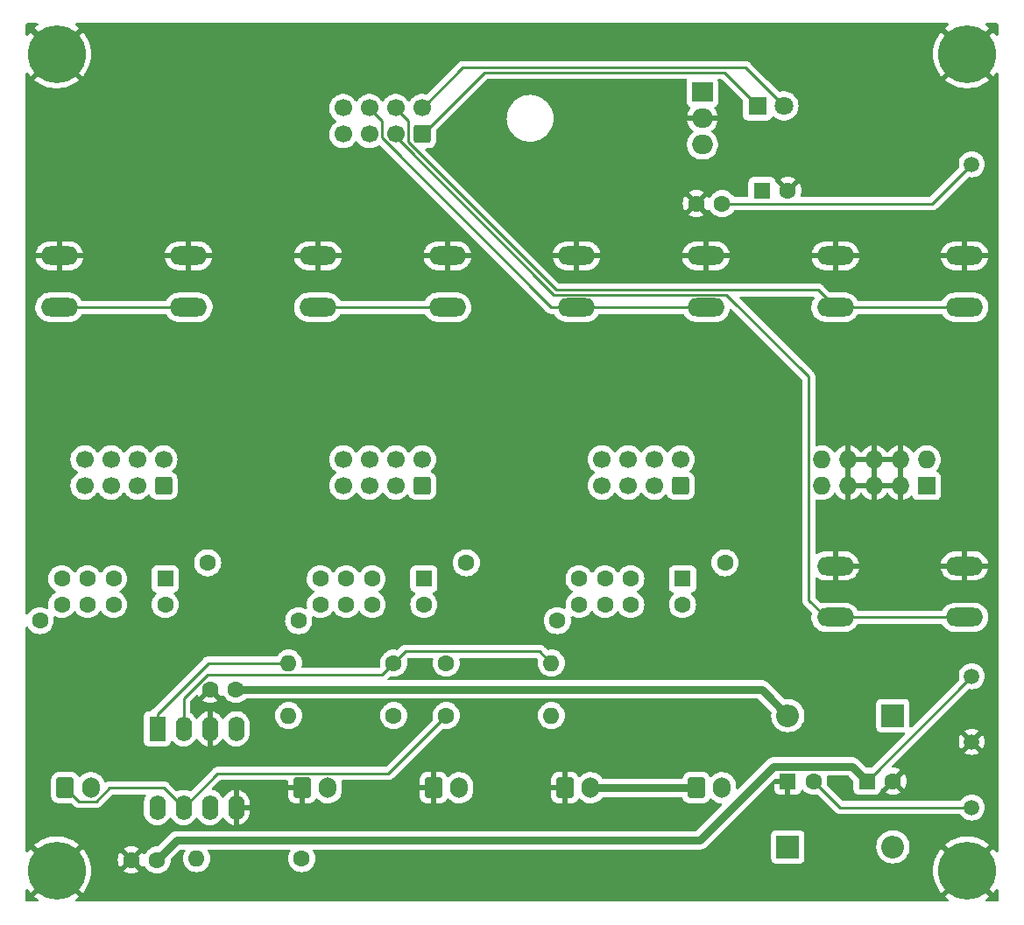
<source format=gbl>
%TF.GenerationSoftware,KiCad,Pcbnew,7.0.0-da2b9df05c~165~ubuntu22.04.1*%
%TF.CreationDate,2023-02-23T21:53:42-05:00*%
%TF.ProjectId,dso138,64736f31-3338-42e6-9b69-6361645f7063,rev?*%
%TF.SameCoordinates,Original*%
%TF.FileFunction,Copper,L2,Bot*%
%TF.FilePolarity,Positive*%
%FSLAX46Y46*%
G04 Gerber Fmt 4.6, Leading zero omitted, Abs format (unit mm)*
G04 Created by KiCad (PCBNEW 7.0.0-da2b9df05c~165~ubuntu22.04.1) date 2023-02-23 21:53:42*
%MOMM*%
%LPD*%
G01*
G04 APERTURE LIST*
G04 Aperture macros list*
%AMRoundRect*
0 Rectangle with rounded corners*
0 $1 Rounding radius*
0 $2 $3 $4 $5 $6 $7 $8 $9 X,Y pos of 4 corners*
0 Add a 4 corners polygon primitive as box body*
4,1,4,$2,$3,$4,$5,$6,$7,$8,$9,$2,$3,0*
0 Add four circle primitives for the rounded corners*
1,1,$1+$1,$2,$3*
1,1,$1+$1,$4,$5*
1,1,$1+$1,$6,$7*
1,1,$1+$1,$8,$9*
0 Add four rect primitives between the rounded corners*
20,1,$1+$1,$2,$3,$4,$5,0*
20,1,$1+$1,$4,$5,$6,$7,0*
20,1,$1+$1,$6,$7,$8,$9,0*
20,1,$1+$1,$8,$9,$2,$3,0*%
G04 Aperture macros list end*
%TA.AperFunction,ComponentPad*%
%ADD10C,5.600000*%
%TD*%
%TA.AperFunction,ComponentPad*%
%ADD11C,1.500000*%
%TD*%
%TA.AperFunction,ComponentPad*%
%ADD12O,3.606800X1.803400*%
%TD*%
%TA.AperFunction,ComponentPad*%
%ADD13R,1.800000X1.800000*%
%TD*%
%TA.AperFunction,ComponentPad*%
%ADD14C,1.800000*%
%TD*%
%TA.AperFunction,WasherPad*%
%ADD15C,1.600000*%
%TD*%
%TA.AperFunction,ComponentPad*%
%ADD16R,1.600000X1.600000*%
%TD*%
%TA.AperFunction,ComponentPad*%
%ADD17C,1.600000*%
%TD*%
%TA.AperFunction,ComponentPad*%
%ADD18RoundRect,0.250000X0.600000X-0.600000X0.600000X0.600000X-0.600000X0.600000X-0.600000X-0.600000X0*%
%TD*%
%TA.AperFunction,ComponentPad*%
%ADD19C,1.700000*%
%TD*%
%TA.AperFunction,ComponentPad*%
%ADD20RoundRect,0.250000X-0.600000X-0.750000X0.600000X-0.750000X0.600000X0.750000X-0.600000X0.750000X0*%
%TD*%
%TA.AperFunction,ComponentPad*%
%ADD21O,1.700000X2.000000*%
%TD*%
%TA.AperFunction,ComponentPad*%
%ADD22R,2.000000X1.905000*%
%TD*%
%TA.AperFunction,ComponentPad*%
%ADD23O,2.000000X1.905000*%
%TD*%
%TA.AperFunction,ComponentPad*%
%ADD24R,2.200000X2.200000*%
%TD*%
%TA.AperFunction,ComponentPad*%
%ADD25O,2.200000X2.200000*%
%TD*%
%TA.AperFunction,ComponentPad*%
%ADD26O,1.600000X1.600000*%
%TD*%
%TA.AperFunction,ComponentPad*%
%ADD27R,1.600000X2.400000*%
%TD*%
%TA.AperFunction,ComponentPad*%
%ADD28O,1.600000X2.400000*%
%TD*%
%TA.AperFunction,ComponentPad*%
%ADD29R,1.727200X1.727200*%
%TD*%
%TA.AperFunction,ComponentPad*%
%ADD30O,1.727200X1.727200*%
%TD*%
%TA.AperFunction,Conductor*%
%ADD31C,0.250000*%
%TD*%
%TA.AperFunction,Conductor*%
%ADD32C,0.750000*%
%TD*%
G04 APERTURE END LIST*
D10*
%TO.P,H4,1*%
%TO.N,GND*%
X144000000Y-162000000D03*
%TD*%
%TO.P,H2,1*%
%TO.N,GND*%
X144000000Y-83000000D03*
%TD*%
D11*
%TO.P,TP3,1,1*%
%TO.N,-12V*%
X144450000Y-155880000D03*
%TD*%
D12*
%TO.P,SW5,1,1*%
%TO.N,GND*%
X106251599Y-102510799D03*
X118748399Y-102510799D03*
%TO.P,SW5,2,2*%
%TO.N,/SW_PLUS*%
X106251599Y-107489199D03*
X118748399Y-107489199D03*
%TD*%
%TO.P,SW4,1,1*%
%TO.N,GND*%
X56251599Y-102510799D03*
X68748399Y-102510799D03*
%TO.P,SW4,2,2*%
%TO.N,/SW_HOLDRUN*%
X56251599Y-107489199D03*
X68748399Y-107489199D03*
%TD*%
D13*
%TO.P,D3,1,K*%
%TO.N,/LED_K*%
X123743999Y-87999999D03*
D14*
%TO.P,D3,2,A*%
%TO.N,/LED_A*%
X126284000Y-88000000D03*
%TD*%
D11*
%TO.P,TP4,1,1*%
%TO.N,+9V*%
X144450000Y-93650000D03*
%TD*%
D12*
%TO.P,SW6,1,1*%
%TO.N,GND*%
X81251599Y-102510799D03*
X93748399Y-102510799D03*
%TO.P,SW6,2,2*%
%TO.N,/SW_MINUS*%
X81251599Y-107489199D03*
X93748399Y-107489199D03*
%TD*%
D10*
%TO.P,H3,1*%
%TO.N,GND*%
X56000000Y-162000000D03*
%TD*%
D15*
%TO.P,SW2,*%
%TO.N,*%
X95587800Y-132205400D03*
X79387800Y-137805400D03*
D16*
%TO.P,SW2,1,1*%
%TO.N,/SW_SEN1_10MV_A*%
X91487799Y-133755399D03*
D17*
%TO.P,SW2,2,2*%
%TO.N,/SW_SEN1_COMM_A*%
X86487800Y-133755400D03*
%TO.P,SW2,3,3*%
%TO.N,/SW_SEN1_100MV_A*%
X83987800Y-133755400D03*
%TO.P,SW2,4,4*%
%TO.N,/SW_SEN1_1V_A*%
X81487800Y-133755400D03*
%TO.P,SW2,5,5*%
%TO.N,/SW_SEN1_10MV_B*%
X91487800Y-136255400D03*
%TO.P,SW2,6,6*%
%TO.N,/SW_SEN1_COMM_B*%
X86487800Y-136255400D03*
%TO.P,SW2,7,7*%
%TO.N,/SW_SEN1_100MV_B*%
X83987800Y-136255400D03*
%TO.P,SW2,8,8*%
%TO.N,/SW_SEN1_1V_B*%
X81487800Y-136255400D03*
%TD*%
D11*
%TO.P,TP1,1,1*%
%TO.N,+12V*%
X144450000Y-143180000D03*
%TD*%
D15*
%TO.P,SW3,*%
%TO.N,*%
X120587800Y-132205400D03*
X104387800Y-137805400D03*
D16*
%TO.P,SW3,1,1*%
%TO.N,/SW_SEN2_X1_A*%
X116487799Y-133755399D03*
D17*
%TO.P,SW3,2,2*%
%TO.N,/SW_SEN2_COMM_A*%
X111487800Y-133755400D03*
%TO.P,SW3,3,3*%
%TO.N,/SW_SEN2_X2_A*%
X108987800Y-133755400D03*
%TO.P,SW3,4,4*%
%TO.N,/SW_SEN2_X5_A*%
X106487800Y-133755400D03*
%TO.P,SW3,5,5*%
%TO.N,/SW_SEN2_X1_B*%
X116487800Y-136255400D03*
%TO.P,SW3,6,6*%
%TO.N,/SW_SEN2_COMM_B*%
X111487800Y-136255400D03*
%TO.P,SW3,7,7*%
%TO.N,/SW_SEN2_X2_B*%
X108987800Y-136255400D03*
%TO.P,SW3,8,8*%
%TO.N,/SW_SEN2_X5_B*%
X106487800Y-136255400D03*
%TD*%
D10*
%TO.P,H1,1*%
%TO.N,GND*%
X56000000Y-83000000D03*
%TD*%
D12*
%TO.P,SW7,1,1*%
%TO.N,GND*%
X131251599Y-102510799D03*
X143748399Y-102510799D03*
%TO.P,SW7,2,2*%
%TO.N,/SW_SELECT*%
X131251599Y-107489199D03*
X143748399Y-107489199D03*
%TD*%
D15*
%TO.P,SW1,*%
%TO.N,*%
X70587800Y-132205400D03*
X54387800Y-137805400D03*
D16*
%TO.P,SW1,1,1*%
%TO.N,/SW_CPL_DC_A*%
X66487799Y-133755399D03*
D17*
%TO.P,SW1,2,2*%
%TO.N,/SW_CPL_COMM_A*%
X61487800Y-133755400D03*
%TO.P,SW1,3,3*%
%TO.N,/SW_CPL_AC_A*%
X58987800Y-133755400D03*
%TO.P,SW1,4,4*%
%TO.N,/SW_CPL_GND_A*%
X56487800Y-133755400D03*
%TO.P,SW1,5,5*%
%TO.N,/SW_CPL_DC_B*%
X66487800Y-136255400D03*
%TO.P,SW1,6,6*%
%TO.N,/SW_CPL_COMM_B*%
X61487800Y-136255400D03*
%TO.P,SW1,7,7*%
%TO.N,/SW_CPL_AC_B*%
X58987800Y-136255400D03*
%TO.P,SW1,8,8*%
%TO.N,/SW_CPL_GND_B*%
X56487800Y-136255400D03*
%TD*%
D11*
%TO.P,TP2,1,1*%
%TO.N,GND*%
X144450000Y-149530000D03*
%TD*%
D12*
%TO.P,SW8,1,1*%
%TO.N,GND*%
X131251599Y-132510799D03*
X143748399Y-132510799D03*
%TO.P,SW8,2,2*%
%TO.N,/SW_RESET*%
X131251599Y-137489199D03*
X143748399Y-137489199D03*
%TD*%
D18*
%TO.P,J13,1,Pin_1*%
%TO.N,/LED_K*%
X91310000Y-90752500D03*
D19*
%TO.P,J13,2,Pin_2*%
%TO.N,/LED_A*%
X91310000Y-88212500D03*
%TO.P,J13,3,Pin_3*%
%TO.N,/SW_RESET*%
X88770000Y-90752500D03*
%TO.P,J13,4,Pin_4*%
%TO.N,/SW_SELECT*%
X88770000Y-88212500D03*
%TO.P,J13,5,Pin_5*%
%TO.N,/SW_MINUS*%
X86230000Y-90752500D03*
%TO.P,J13,6,Pin_6*%
%TO.N,/SW_PLUS*%
X86230000Y-88212500D03*
%TO.P,J13,7,Pin_7*%
%TO.N,/INPUT*%
X83690000Y-90752500D03*
%TO.P,J13,8,Pin_8*%
%TO.N,/SW_HOLDRUN*%
X83690000Y-88212500D03*
%TD*%
D20*
%TO.P,J7,1,Pin_1*%
%TO.N,GND*%
X79720000Y-153975000D03*
D21*
%TO.P,J7,2,Pin_2*%
%TO.N,/AUDIO_IN*%
X82219999Y-153974999D03*
%TD*%
D22*
%TO.P,U2,1,VI*%
%TO.N,+12V*%
X118414999Y-86664999D03*
D23*
%TO.P,U2,2,GND*%
%TO.N,GND*%
X118414999Y-89204999D03*
%TO.P,U2,3,VO*%
%TO.N,+9V*%
X118414999Y-91744999D03*
%TD*%
D24*
%TO.P,D2,1,K*%
%TO.N,/Controls board/-12_IN*%
X136829999Y-146989999D03*
D25*
%TO.P,D2,2,A*%
%TO.N,-12V*%
X126669999Y-146989999D03*
%TD*%
D16*
%TO.P,C1,1*%
%TO.N,+12V*%
X134329999Y-153339999D03*
D17*
%TO.P,C1,2*%
%TO.N,GND*%
X136830000Y-153340000D03*
%TD*%
D20*
%TO.P,J6,1,Pin_1*%
%TO.N,/AUDIO_BUF*%
X56820000Y-153975000D03*
D21*
%TO.P,J6,2,Pin_2*%
%TO.N,/INPUT*%
X59319999Y-153974999D03*
%TD*%
D18*
%TO.P,J11,1,Pin_1*%
%TO.N,/SW_SEN1_10MV_B*%
X91310000Y-124752500D03*
D19*
%TO.P,J11,2,Pin_2*%
%TO.N,/SW_SEN1_10MV_A*%
X91310000Y-122212500D03*
%TO.P,J11,3,Pin_3*%
%TO.N,/SW_SEN1_COMM_B*%
X88770000Y-124752500D03*
%TO.P,J11,4,Pin_4*%
%TO.N,/SW_SEN1_COMM_A*%
X88770000Y-122212500D03*
%TO.P,J11,5,Pin_5*%
%TO.N,/SW_SEN1_100MV_B*%
X86230000Y-124752500D03*
%TO.P,J11,6,Pin_6*%
%TO.N,/SW_SEN1_100MV_A*%
X86230000Y-122212500D03*
%TO.P,J11,7,Pin_7*%
%TO.N,/SW_SEN1_1V_B*%
X83690000Y-124752500D03*
%TO.P,J11,8,Pin_8*%
%TO.N,/SW_SEN1_1V_A*%
X83690000Y-122212500D03*
%TD*%
D18*
%TO.P,J12,1,Pin_1*%
%TO.N,/SW_SEN2_X1_B*%
X116310000Y-124752500D03*
D19*
%TO.P,J12,2,Pin_2*%
%TO.N,/SW_SEN2_X1_A*%
X116310000Y-122212500D03*
%TO.P,J12,3,Pin_3*%
%TO.N,/SW_SEN2_COMM_B*%
X113770000Y-124752500D03*
%TO.P,J12,4,Pin_4*%
%TO.N,/SW_SEN2_COMM_A*%
X113770000Y-122212500D03*
%TO.P,J12,5,Pin_5*%
%TO.N,/SW_SEN2_X2_B*%
X111230000Y-124752500D03*
%TO.P,J12,6,Pin_6*%
%TO.N,/SW_SEN2_X2_A*%
X111230000Y-122212500D03*
%TO.P,J12,7,Pin_7*%
%TO.N,/SW_SEN2_X5_B*%
X108690000Y-124752500D03*
%TO.P,J12,8,Pin_8*%
%TO.N,/SW_SEN2_X5_A*%
X108690000Y-122212500D03*
%TD*%
D16*
%TO.P,C2,1*%
%TO.N,GND*%
X126669999Y-153339999D03*
D17*
%TO.P,C2,2*%
%TO.N,-12V*%
X129170000Y-153340000D03*
%TD*%
D20*
%TO.P,J8,1,Pin_1*%
%TO.N,GND*%
X92420000Y-153975000D03*
D21*
%TO.P,J8,2,Pin_2*%
%TO.N,/AUDIO_THROUGH*%
X94919999Y-153974999D03*
%TD*%
D17*
%TO.P,R2,1*%
%TO.N,Net-(U1A--)*%
X88570000Y-141910000D03*
D26*
%TO.P,R2,2*%
%TO.N,Net-(R2-Pad2)*%
X78409999Y-141909999D03*
%TD*%
D17*
%TO.P,R5,1*%
%TO.N,/AUDIO_BUF*%
X93650000Y-146990000D03*
D26*
%TO.P,R5,2*%
%TO.N,/AUDIO_THROUGH*%
X103809999Y-146989999D03*
%TD*%
D17*
%TO.P,R3,1*%
%TO.N,Net-(R2-Pad2)*%
X88570000Y-146990000D03*
D26*
%TO.P,R3,2*%
%TO.N,Net-(U1B--)*%
X78409999Y-146989999D03*
%TD*%
D24*
%TO.P,D1,1,K*%
%TO.N,+12V*%
X126669999Y-159689999D03*
D25*
%TO.P,D1,2,A*%
%TO.N,/Controls board/+12_IN*%
X136829999Y-159689999D03*
%TD*%
D27*
%TO.P,U1,1*%
%TO.N,Net-(R2-Pad2)*%
X65719999Y-148269999D03*
D28*
%TO.P,U1,2,-*%
%TO.N,Net-(U1A--)*%
X68259999Y-148269999D03*
%TO.P,U1,3,+*%
%TO.N,GND*%
X70799999Y-148269999D03*
%TO.P,U1,4,V-*%
%TO.N,-12V*%
X73339999Y-148269999D03*
%TO.P,U1,5,+*%
%TO.N,GND*%
X73339999Y-155889999D03*
%TO.P,U1,6,-*%
%TO.N,Net-(U1B--)*%
X70799999Y-155889999D03*
%TO.P,U1,7*%
%TO.N,/AUDIO_BUF*%
X68259999Y-155889999D03*
%TO.P,U1,8,V+*%
%TO.N,+12V*%
X65719999Y-155889999D03*
%TD*%
D16*
%TO.P,C5,1*%
%TO.N,+12V*%
X124169999Y-96189999D03*
D17*
%TO.P,C5,2*%
%TO.N,GND*%
X126670000Y-96190000D03*
%TD*%
%TO.P,C4,1*%
%TO.N,GND*%
X70830000Y-144460000D03*
%TO.P,C4,2*%
%TO.N,-12V*%
X73330000Y-144460000D03*
%TD*%
%TO.P,R4,1*%
%TO.N,Net-(U1B--)*%
X79680000Y-160833000D03*
D26*
%TO.P,R4,2*%
%TO.N,/AUDIO_BUF*%
X69519999Y-160832999D03*
%TD*%
D18*
%TO.P,J10,1,Pin_1*%
%TO.N,/SW_CPL_DC_B*%
X66310000Y-124752500D03*
D19*
%TO.P,J10,2,Pin_2*%
%TO.N,/SW_CPL_DC_A*%
X66310000Y-122212500D03*
%TO.P,J10,3,Pin_3*%
%TO.N,/SW_CPL_COMM_B*%
X63770000Y-124752500D03*
%TO.P,J10,4,Pin_4*%
%TO.N,/SW_CPL_COMM_A*%
X63770000Y-122212500D03*
%TO.P,J10,5,Pin_5*%
%TO.N,/SW_CPL_AC_B*%
X61230000Y-124752500D03*
%TO.P,J10,6,Pin_6*%
%TO.N,/SW_CPL_AC_A*%
X61230000Y-122212500D03*
%TO.P,J10,7,Pin_7*%
%TO.N,/SW_CPL_GND_B*%
X58690000Y-124752500D03*
%TO.P,J10,8,Pin_8*%
%TO.N,/SW_CPL_GND_A*%
X58690000Y-122212500D03*
%TD*%
D29*
%TO.P,J20,1,-12V*%
%TO.N,/Controls board/-12_IN*%
X140079999Y-124769999D03*
D30*
%TO.P,J20,2,-12V*%
X140079999Y-122229999D03*
%TO.P,J20,3,GND*%
%TO.N,GND*%
X137539999Y-124769999D03*
%TO.P,J20,4,GND*%
X137539999Y-122229999D03*
%TO.P,J20,5,GND*%
X134999999Y-124769999D03*
%TO.P,J20,6,GND*%
X134999999Y-122229999D03*
%TO.P,J20,7,GND*%
X132459999Y-124769999D03*
%TO.P,J20,8,GND*%
X132459999Y-122229999D03*
%TO.P,J20,9,+12V*%
%TO.N,/Controls board/+12_IN*%
X129919999Y-124769999D03*
%TO.P,J20,10,+12V*%
X129919999Y-122229999D03*
%TD*%
D17*
%TO.P,C6,1*%
%TO.N,+9V*%
X120320000Y-97460000D03*
%TO.P,C6,2*%
%TO.N,GND*%
X117820000Y-97460000D03*
%TD*%
D20*
%TO.P,J14,1,Pin_1*%
%TO.N,GND*%
X105120000Y-153975000D03*
D21*
%TO.P,J14,2,Pin_2*%
%TO.N,/9V_SWITCHED*%
X107619999Y-153974999D03*
%TD*%
D20*
%TO.P,J9,1,Pin_1*%
%TO.N,/9V_SWITCHED*%
X117820000Y-153975000D03*
D21*
%TO.P,J9,2,Pin_2*%
%TO.N,+9V*%
X120319999Y-153974999D03*
%TD*%
D17*
%TO.P,C3,1*%
%TO.N,+12V*%
X65710000Y-160960000D03*
%TO.P,C3,2*%
%TO.N,GND*%
X63210000Y-160960000D03*
%TD*%
%TO.P,R1,1*%
%TO.N,/AUDIO_IN*%
X93650000Y-141910000D03*
D26*
%TO.P,R1,2*%
%TO.N,Net-(U1A--)*%
X103809999Y-141909999D03*
%TD*%
D31*
%TO.N,+12V*%
X144450000Y-143220000D02*
X134330000Y-153340000D01*
D32*
X67615000Y-159055000D02*
X65710000Y-160960000D01*
X125301000Y-151915000D02*
X118161000Y-159055000D01*
D31*
X144450000Y-143180000D02*
X144450000Y-143220000D01*
D32*
X134330000Y-153340000D02*
X132905000Y-151915000D01*
X118161000Y-159055000D02*
X67615000Y-159055000D01*
X132905000Y-151915000D02*
X125301000Y-151915000D01*
D31*
%TO.N,-12V*%
X144450000Y-155880000D02*
X131710000Y-155880000D01*
D32*
X124140000Y-144460000D02*
X73330000Y-144460000D01*
X126670000Y-146990000D02*
X124140000Y-144460000D01*
D31*
X131710000Y-155880000D02*
X129170000Y-153340000D01*
%TO.N,+9V*%
X140640000Y-97460000D02*
X120320000Y-97460000D01*
X144450000Y-93650000D02*
X140640000Y-97460000D01*
%TO.N,/AUDIO_BUF*%
X59806701Y-155300000D02*
X61131701Y-153975000D01*
X93650000Y-146990000D02*
X88040000Y-152600000D01*
X56820000Y-153975000D02*
X58145000Y-155300000D01*
X61131701Y-153975000D02*
X66345000Y-153975000D01*
X58145000Y-155300000D02*
X59806701Y-155300000D01*
X88040000Y-152600000D02*
X71550000Y-152600000D01*
X71550000Y-152600000D02*
X68260000Y-155890000D01*
X66345000Y-153975000D02*
X68260000Y-155890000D01*
%TO.N,/SW_HOLDRUN*%
X56251600Y-107489200D02*
X68748400Y-107489200D01*
%TO.N,/SW_PLUS*%
X87404500Y-89422000D02*
X86230000Y-88247500D01*
X87404500Y-91083701D02*
X87404500Y-89422000D01*
X106251600Y-107489200D02*
X103809999Y-107489200D01*
X106251600Y-107489200D02*
X118748400Y-107489200D01*
X103809999Y-107489200D02*
X87404500Y-91083701D01*
%TO.N,/SW_MINUS*%
X81251600Y-107489200D02*
X93748400Y-107489200D01*
%TO.N,/SW_SELECT*%
X89945000Y-91514601D02*
X89945000Y-89422500D01*
X104243398Y-105812999D02*
X89945000Y-91514601D01*
X89945000Y-89422500D02*
X88770000Y-88247500D01*
X131251600Y-107489200D02*
X129575399Y-105812999D01*
X129575399Y-105812999D02*
X104243398Y-105812999D01*
X131251600Y-107489200D02*
X143748400Y-107489200D01*
%TO.N,Net-(U1A--)*%
X87445000Y-143035000D02*
X70554000Y-143035000D01*
X103810000Y-141910000D02*
X102685000Y-140785000D01*
X88570000Y-141910000D02*
X87445000Y-143035000D01*
X89695000Y-140785000D02*
X88570000Y-141910000D01*
X70554000Y-143035000D02*
X68260000Y-145329000D01*
X68260000Y-145329000D02*
X68260000Y-148270000D01*
X102685000Y-140785000D02*
X89695000Y-140785000D01*
%TO.N,/SW_RESET*%
X120740500Y-106262500D02*
X104057209Y-106262500D01*
X131251600Y-137489200D02*
X143748400Y-137489200D01*
X128681400Y-114203400D02*
X120740500Y-106262500D01*
X104057209Y-106262500D02*
X88770000Y-90975291D01*
X128681400Y-135820700D02*
X128681400Y-114203400D01*
X130349900Y-137489200D02*
X128681400Y-135820700D01*
%TO.N,/LED_K*%
X120504000Y-84760000D02*
X97337500Y-84760000D01*
X123744000Y-88000000D02*
X120504000Y-84760000D01*
X97337500Y-84760000D02*
X91310000Y-90787500D01*
%TO.N,/LED_A*%
X122594499Y-84310499D02*
X126284000Y-88000000D01*
X95247001Y-84310499D02*
X122594499Y-84310499D01*
X91557500Y-88000000D02*
X95247001Y-84310499D01*
D32*
%TO.N,/9V_SWITCHED*%
X117820000Y-153975000D02*
X107620000Y-153975000D01*
D31*
%TO.N,Net-(R2-Pad2)*%
X65720000Y-146820000D02*
X65720000Y-148270000D01*
X78410000Y-141910000D02*
X70630000Y-141910000D01*
X70630000Y-141910000D02*
X65720000Y-146820000D01*
%TD*%
%TA.AperFunction,Conductor*%
%TO.N,GND*%
G36*
X54177601Y-80017154D02*
G01*
X54223656Y-80062714D01*
X54240988Y-80125135D01*
X54225013Y-80187917D01*
X54179955Y-80234464D01*
X54143798Y-80256218D01*
X54138142Y-80260053D01*
X53858014Y-80473001D01*
X53856273Y-80474480D01*
X53849659Y-80485361D01*
X53856440Y-80497229D01*
X55988270Y-82629059D01*
X56000000Y-82635831D01*
X56011729Y-82629059D01*
X58143560Y-80497227D01*
X58150339Y-80485362D01*
X58143725Y-80474480D01*
X58141979Y-80472997D01*
X57861857Y-80260053D01*
X57856201Y-80256218D01*
X57820045Y-80234464D01*
X57774987Y-80187917D01*
X57759012Y-80125135D01*
X57776344Y-80062714D01*
X57822399Y-80017154D01*
X57885005Y-80000500D01*
X142114995Y-80000500D01*
X142177601Y-80017154D01*
X142223656Y-80062714D01*
X142240988Y-80125135D01*
X142225013Y-80187917D01*
X142179955Y-80234464D01*
X142143798Y-80256218D01*
X142138142Y-80260053D01*
X141858014Y-80473001D01*
X141856273Y-80474480D01*
X141849659Y-80485361D01*
X141856440Y-80497229D01*
X143988270Y-82629059D01*
X144000000Y-82635831D01*
X144011729Y-82629059D01*
X146143560Y-80497227D01*
X146150339Y-80485362D01*
X146143725Y-80474480D01*
X146141979Y-80472997D01*
X145861857Y-80260053D01*
X145856201Y-80256218D01*
X145820045Y-80234464D01*
X145774987Y-80187917D01*
X145759012Y-80125135D01*
X145776344Y-80062714D01*
X145822399Y-80017154D01*
X145885005Y-80000500D01*
X146873500Y-80000500D01*
X146936500Y-80017381D01*
X146982619Y-80063500D01*
X146999500Y-80126500D01*
X146999500Y-81118922D01*
X146983518Y-81180339D01*
X146939626Y-81226176D01*
X146878958Y-81244804D01*
X146816906Y-81231497D01*
X146769211Y-81189632D01*
X146639261Y-80997970D01*
X146635130Y-80992536D01*
X146523132Y-80860682D01*
X146511606Y-80852942D01*
X146499486Y-80859723D01*
X144370939Y-82988270D01*
X144364167Y-83000000D01*
X144370939Y-83011729D01*
X146499485Y-85140274D01*
X146511606Y-85147055D01*
X146523133Y-85139316D01*
X146635130Y-85007462D01*
X146639259Y-85002031D01*
X146769211Y-84810368D01*
X146816906Y-84768503D01*
X146878958Y-84755196D01*
X146939626Y-84773824D01*
X146983518Y-84819661D01*
X146999500Y-84881078D01*
X146999500Y-160118922D01*
X146983518Y-160180339D01*
X146939626Y-160226176D01*
X146878958Y-160244804D01*
X146816906Y-160231497D01*
X146769211Y-160189632D01*
X146639261Y-159997970D01*
X146635130Y-159992536D01*
X146523132Y-159860682D01*
X146511606Y-159852942D01*
X146499486Y-159859723D01*
X144370939Y-161988270D01*
X144364167Y-162000000D01*
X144370939Y-162011729D01*
X146499485Y-164140274D01*
X146511606Y-164147055D01*
X146523133Y-164139316D01*
X146635130Y-164007462D01*
X146639259Y-164002031D01*
X146769211Y-163810368D01*
X146816906Y-163768503D01*
X146878958Y-163755196D01*
X146939626Y-163773824D01*
X146983518Y-163819661D01*
X146999500Y-163881078D01*
X146999500Y-164873500D01*
X146982619Y-164936500D01*
X146936500Y-164982619D01*
X146873500Y-164999500D01*
X145885005Y-164999500D01*
X145822399Y-164982846D01*
X145776344Y-164937286D01*
X145759012Y-164874865D01*
X145774987Y-164812083D01*
X145820045Y-164765536D01*
X145856201Y-164743781D01*
X145861857Y-164739946D01*
X146141987Y-164526996D01*
X146143727Y-164525518D01*
X146150340Y-164514638D01*
X146143560Y-164502771D01*
X144011729Y-162370939D01*
X144000000Y-162364167D01*
X143988270Y-162370939D01*
X141856438Y-164502771D01*
X141849659Y-164514636D01*
X141856273Y-164525518D01*
X141858020Y-164527002D01*
X142138142Y-164739946D01*
X142143798Y-164743781D01*
X142179955Y-164765536D01*
X142225013Y-164812083D01*
X142240988Y-164874865D01*
X142223656Y-164937286D01*
X142177601Y-164982846D01*
X142114995Y-164999500D01*
X57885005Y-164999500D01*
X57822399Y-164982846D01*
X57776344Y-164937286D01*
X57759012Y-164874865D01*
X57774987Y-164812083D01*
X57820045Y-164765536D01*
X57856201Y-164743781D01*
X57861857Y-164739946D01*
X58141987Y-164526996D01*
X58143727Y-164525518D01*
X58150340Y-164514638D01*
X58143560Y-164502771D01*
X56011729Y-162370939D01*
X56000000Y-162364167D01*
X55988270Y-162370939D01*
X53856438Y-164502771D01*
X53849659Y-164514636D01*
X53856273Y-164525518D01*
X53858020Y-164527002D01*
X54138142Y-164739946D01*
X54143798Y-164743781D01*
X54179955Y-164765536D01*
X54225013Y-164812083D01*
X54240988Y-164874865D01*
X54223656Y-164937286D01*
X54177601Y-164982846D01*
X54114995Y-164999500D01*
X53126500Y-164999500D01*
X53063500Y-164982619D01*
X53017381Y-164936500D01*
X53000500Y-164873500D01*
X53000500Y-163881078D01*
X53016482Y-163819661D01*
X53060374Y-163773824D01*
X53121042Y-163755196D01*
X53183094Y-163768503D01*
X53230789Y-163810368D01*
X53360738Y-164002029D01*
X53364869Y-164007463D01*
X53476866Y-164139316D01*
X53488392Y-164147056D01*
X53500512Y-164140275D01*
X55629059Y-162011729D01*
X55635831Y-162000000D01*
X56364167Y-162000000D01*
X56370939Y-162011729D01*
X58499485Y-164140274D01*
X58511606Y-164147055D01*
X58523133Y-164139316D01*
X58635130Y-164007462D01*
X58639259Y-164002031D01*
X58836735Y-163710776D01*
X58840243Y-163704946D01*
X59005074Y-163394041D01*
X59007930Y-163387865D01*
X59138178Y-163060970D01*
X59140353Y-163054514D01*
X59234491Y-162715461D01*
X59235959Y-162708793D01*
X59292885Y-162361560D01*
X59293624Y-162354763D01*
X59310323Y-162046770D01*
X62485860Y-162046770D01*
X62493414Y-162055014D01*
X62548996Y-162093933D01*
X62558482Y-162099410D01*
X62755946Y-162191489D01*
X62766238Y-162195235D01*
X62976687Y-162251625D01*
X62987480Y-162253528D01*
X63204525Y-162272517D01*
X63215475Y-162272517D01*
X63432519Y-162253528D01*
X63443312Y-162251625D01*
X63653761Y-162195235D01*
X63664053Y-162191489D01*
X63861510Y-162099413D01*
X63871006Y-162093931D01*
X63926586Y-162055013D01*
X63934138Y-162046771D01*
X63928128Y-162037338D01*
X63221729Y-161330939D01*
X63209999Y-161324167D01*
X63198271Y-161330938D01*
X62491867Y-162037341D01*
X62485860Y-162046770D01*
X59310323Y-162046770D01*
X59312674Y-162003412D01*
X59312674Y-161996588D01*
X59293624Y-161645236D01*
X59292885Y-161638439D01*
X59235959Y-161291206D01*
X59234491Y-161284538D01*
X59145903Y-160965475D01*
X61897483Y-160965475D01*
X61916471Y-161182519D01*
X61918374Y-161193312D01*
X61974764Y-161403761D01*
X61978510Y-161414053D01*
X62070587Y-161611513D01*
X62076066Y-161621002D01*
X62114985Y-161676586D01*
X62123228Y-161684138D01*
X62132656Y-161678132D01*
X62839059Y-160971730D01*
X62845832Y-160959999D01*
X63574167Y-160959999D01*
X63580939Y-160971729D01*
X64287338Y-161678128D01*
X64296771Y-161684138D01*
X64305013Y-161676586D01*
X64343934Y-161621002D01*
X64350591Y-161609472D01*
X64396710Y-161563353D01*
X64459710Y-161546472D01*
X64522710Y-161563353D01*
X64568829Y-161609472D01*
X64570153Y-161611767D01*
X64572477Y-161616749D01*
X64575626Y-161621246D01*
X64575630Y-161621253D01*
X64611716Y-161672788D01*
X64703802Y-161804300D01*
X64865700Y-161966198D01*
X65053251Y-162097523D01*
X65260757Y-162194284D01*
X65481913Y-162253543D01*
X65710000Y-162273498D01*
X65938087Y-162253543D01*
X66159243Y-162194284D01*
X66366749Y-162097523D01*
X66554300Y-161966198D01*
X66716198Y-161804300D01*
X66847523Y-161616749D01*
X66944284Y-161409243D01*
X67003543Y-161188087D01*
X67023498Y-160960000D01*
X67023018Y-160954515D01*
X67023018Y-160949023D01*
X67024904Y-160949022D01*
X67030539Y-160905692D01*
X67059889Y-160859566D01*
X67944052Y-159975404D01*
X67984930Y-159948091D01*
X68033148Y-159938500D01*
X68306908Y-159938500D01*
X68372273Y-159956781D01*
X68418671Y-160006319D01*
X68432638Y-160072740D01*
X68410121Y-160136770D01*
X68385637Y-160171736D01*
X68385630Y-160171747D01*
X68382477Y-160176251D01*
X68380153Y-160181233D01*
X68380151Y-160181238D01*
X68288039Y-160378774D01*
X68288036Y-160378779D01*
X68285716Y-160383757D01*
X68284293Y-160389065D01*
X68284293Y-160389067D01*
X68230705Y-160589059D01*
X68226457Y-160604913D01*
X68225978Y-160610386D01*
X68225977Y-160610393D01*
X68215803Y-160726687D01*
X68206502Y-160833000D01*
X68206981Y-160838475D01*
X68223541Y-161027763D01*
X68226457Y-161061087D01*
X68285716Y-161282243D01*
X68288038Y-161287223D01*
X68288039Y-161287225D01*
X68290653Y-161292831D01*
X68382477Y-161489749D01*
X68385630Y-161494252D01*
X68385633Y-161494257D01*
X68422195Y-161546472D01*
X68513802Y-161677300D01*
X68675700Y-161839198D01*
X68863251Y-161970523D01*
X69070757Y-162067284D01*
X69291913Y-162126543D01*
X69520000Y-162146498D01*
X69748087Y-162126543D01*
X69969243Y-162067284D01*
X70176749Y-161970523D01*
X70364300Y-161839198D01*
X70526198Y-161677300D01*
X70657523Y-161489749D01*
X70754284Y-161282243D01*
X70813543Y-161061087D01*
X70833498Y-160833000D01*
X70813543Y-160604913D01*
X70754284Y-160383757D01*
X70657523Y-160176251D01*
X70654362Y-160171736D01*
X70629879Y-160136770D01*
X70607362Y-160072740D01*
X70621329Y-160006319D01*
X70667727Y-159956781D01*
X70733092Y-159938500D01*
X78466908Y-159938500D01*
X78532273Y-159956781D01*
X78578671Y-160006319D01*
X78592638Y-160072740D01*
X78570121Y-160136770D01*
X78545637Y-160171736D01*
X78545630Y-160171747D01*
X78542477Y-160176251D01*
X78540153Y-160181233D01*
X78540151Y-160181238D01*
X78448039Y-160378774D01*
X78448036Y-160378779D01*
X78445716Y-160383757D01*
X78444293Y-160389065D01*
X78444293Y-160389067D01*
X78390705Y-160589059D01*
X78386457Y-160604913D01*
X78385978Y-160610386D01*
X78385977Y-160610393D01*
X78375803Y-160726687D01*
X78366502Y-160833000D01*
X78366981Y-160838475D01*
X78383541Y-161027763D01*
X78386457Y-161061087D01*
X78445716Y-161282243D01*
X78448038Y-161287223D01*
X78448039Y-161287225D01*
X78450653Y-161292831D01*
X78542477Y-161489749D01*
X78545630Y-161494252D01*
X78545633Y-161494257D01*
X78582195Y-161546472D01*
X78673802Y-161677300D01*
X78835700Y-161839198D01*
X79023251Y-161970523D01*
X79230757Y-162067284D01*
X79451913Y-162126543D01*
X79680000Y-162146498D01*
X79908087Y-162126543D01*
X80129243Y-162067284D01*
X80266218Y-162003412D01*
X140687326Y-162003412D01*
X140706375Y-162354763D01*
X140707114Y-162361560D01*
X140764040Y-162708793D01*
X140765508Y-162715461D01*
X140859646Y-163054514D01*
X140861821Y-163060970D01*
X140992069Y-163387865D01*
X140994925Y-163394041D01*
X141159756Y-163704946D01*
X141163264Y-163710776D01*
X141360738Y-164002029D01*
X141364869Y-164007463D01*
X141476866Y-164139316D01*
X141488392Y-164147056D01*
X141500512Y-164140275D01*
X143629059Y-162011729D01*
X143635831Y-162000000D01*
X143629059Y-161988270D01*
X141500512Y-159859723D01*
X141488393Y-159852943D01*
X141476865Y-159860683D01*
X141364869Y-159992536D01*
X141360738Y-159997970D01*
X141163264Y-160289223D01*
X141159756Y-160295053D01*
X140994925Y-160605958D01*
X140992069Y-160612134D01*
X140861821Y-160939029D01*
X140859646Y-160945485D01*
X140765508Y-161284538D01*
X140764040Y-161291206D01*
X140707114Y-161638439D01*
X140706375Y-161645236D01*
X140687326Y-161996588D01*
X140687326Y-162003412D01*
X80266218Y-162003412D01*
X80336749Y-161970523D01*
X80524300Y-161839198D01*
X80686198Y-161677300D01*
X80817523Y-161489749D01*
X80914284Y-161282243D01*
X80973543Y-161061087D01*
X80993005Y-160838638D01*
X125061500Y-160838638D01*
X125061859Y-160841985D01*
X125061860Y-160841988D01*
X125067168Y-160891367D01*
X125067169Y-160891373D01*
X125068011Y-160899201D01*
X125070762Y-160906578D01*
X125070763Y-160906580D01*
X125115962Y-161027763D01*
X125115964Y-161027766D01*
X125119111Y-161036204D01*
X125124508Y-161043414D01*
X125124510Y-161043417D01*
X125187541Y-161127616D01*
X125206739Y-161153261D01*
X125213950Y-161158659D01*
X125301909Y-161224505D01*
X125323796Y-161240889D01*
X125460799Y-161291989D01*
X125521362Y-161298500D01*
X127815269Y-161298500D01*
X127818638Y-161298500D01*
X127879201Y-161291989D01*
X128016204Y-161240889D01*
X128133261Y-161153261D01*
X128220889Y-161036204D01*
X128271989Y-160899201D01*
X128278500Y-160838638D01*
X128278500Y-159690000D01*
X135216526Y-159690000D01*
X135216914Y-159694930D01*
X135236002Y-159937469D01*
X135236003Y-159937477D01*
X135236391Y-159942403D01*
X135237545Y-159947211D01*
X135237546Y-159947215D01*
X135294339Y-160183779D01*
X135294341Y-160183787D01*
X135295495Y-160188591D01*
X135297388Y-160193161D01*
X135297389Y-160193164D01*
X135317563Y-160241869D01*
X135392384Y-160422502D01*
X135524672Y-160638376D01*
X135527879Y-160642131D01*
X135527882Y-160642135D01*
X135600097Y-160726687D01*
X135689102Y-160830898D01*
X135698164Y-160838638D01*
X135846670Y-160965475D01*
X135881624Y-160995328D01*
X136097498Y-161127616D01*
X136331409Y-161224505D01*
X136577597Y-161283609D01*
X136830000Y-161303474D01*
X137082403Y-161283609D01*
X137328591Y-161224505D01*
X137562502Y-161127616D01*
X137778376Y-160995328D01*
X137970898Y-160830898D01*
X138135328Y-160638376D01*
X138267616Y-160422502D01*
X138364505Y-160188591D01*
X138423609Y-159942403D01*
X138443474Y-159690000D01*
X138427368Y-159485361D01*
X141849659Y-159485361D01*
X141856440Y-159497229D01*
X143988270Y-161629059D01*
X144000000Y-161635831D01*
X144011729Y-161629059D01*
X146143560Y-159497227D01*
X146150339Y-159485362D01*
X146143725Y-159474480D01*
X146141979Y-159472997D01*
X145861857Y-159260053D01*
X145856201Y-159256218D01*
X145554697Y-159074810D01*
X145548666Y-159071612D01*
X145229314Y-158923864D01*
X145222982Y-158921341D01*
X144889520Y-158808985D01*
X144882948Y-158807160D01*
X144539292Y-158731516D01*
X144532568Y-158730414D01*
X144182753Y-158692369D01*
X144175940Y-158692000D01*
X143824060Y-158692000D01*
X143817246Y-158692369D01*
X143467431Y-158730414D01*
X143460707Y-158731516D01*
X143117051Y-158807160D01*
X143110479Y-158808985D01*
X142777017Y-158921341D01*
X142770685Y-158923864D01*
X142451333Y-159071612D01*
X142445302Y-159074810D01*
X142143798Y-159256218D01*
X142138142Y-159260053D01*
X141858014Y-159473001D01*
X141856273Y-159474480D01*
X141849659Y-159485361D01*
X138427368Y-159485361D01*
X138423609Y-159437597D01*
X138364505Y-159191409D01*
X138267616Y-158957498D01*
X138135328Y-158741624D01*
X137970898Y-158549102D01*
X137815189Y-158416113D01*
X137782135Y-158387882D01*
X137782131Y-158387879D01*
X137778376Y-158384672D01*
X137562502Y-158252384D01*
X137487555Y-158221340D01*
X137333164Y-158157389D01*
X137333161Y-158157388D01*
X137328591Y-158155495D01*
X137323787Y-158154341D01*
X137323779Y-158154339D01*
X137087215Y-158097546D01*
X137087211Y-158097545D01*
X137082403Y-158096391D01*
X137077477Y-158096003D01*
X137077469Y-158096002D01*
X136834930Y-158076914D01*
X136830000Y-158076526D01*
X136825070Y-158076914D01*
X136582530Y-158096002D01*
X136582520Y-158096003D01*
X136577597Y-158096391D01*
X136572789Y-158097545D01*
X136572784Y-158097546D01*
X136336220Y-158154339D01*
X136336208Y-158154342D01*
X136331409Y-158155495D01*
X136326841Y-158157386D01*
X136326835Y-158157389D01*
X136102072Y-158250489D01*
X136102067Y-158250491D01*
X136097498Y-158252384D01*
X136093283Y-158254966D01*
X136093277Y-158254970D01*
X135885838Y-158382089D01*
X135885832Y-158382093D01*
X135881624Y-158384672D01*
X135877874Y-158387874D01*
X135877864Y-158387882D01*
X135692857Y-158545894D01*
X135692850Y-158545900D01*
X135689102Y-158549102D01*
X135685900Y-158552850D01*
X135685894Y-158552857D01*
X135527882Y-158737864D01*
X135527874Y-158737874D01*
X135524672Y-158741624D01*
X135522093Y-158745832D01*
X135522089Y-158745838D01*
X135394970Y-158953277D01*
X135394966Y-158953283D01*
X135392384Y-158957498D01*
X135390491Y-158962067D01*
X135390489Y-158962072D01*
X135297389Y-159186835D01*
X135297386Y-159186841D01*
X135295495Y-159191409D01*
X135294342Y-159196208D01*
X135294339Y-159196220D01*
X135237546Y-159432784D01*
X135236391Y-159437597D01*
X135236003Y-159442520D01*
X135236002Y-159442530D01*
X135220508Y-159639399D01*
X135216526Y-159690000D01*
X128278500Y-159690000D01*
X128278500Y-158541362D01*
X128271989Y-158480799D01*
X128220889Y-158343796D01*
X128206542Y-158324631D01*
X128138659Y-158233950D01*
X128133261Y-158226739D01*
X128108822Y-158208444D01*
X128023417Y-158144510D01*
X128023414Y-158144508D01*
X128016204Y-158139111D01*
X128007766Y-158135964D01*
X128007763Y-158135962D01*
X127886580Y-158090763D01*
X127886578Y-158090762D01*
X127879201Y-158088011D01*
X127871373Y-158087169D01*
X127871367Y-158087168D01*
X127821988Y-158081860D01*
X127821985Y-158081859D01*
X127818638Y-158081500D01*
X125521362Y-158081500D01*
X125518015Y-158081859D01*
X125518011Y-158081860D01*
X125468632Y-158087168D01*
X125468625Y-158087169D01*
X125460799Y-158088011D01*
X125453423Y-158090761D01*
X125453419Y-158090763D01*
X125332236Y-158135962D01*
X125332230Y-158135965D01*
X125323796Y-158139111D01*
X125316588Y-158144506D01*
X125316582Y-158144510D01*
X125213950Y-158221340D01*
X125213946Y-158221343D01*
X125206739Y-158226739D01*
X125201343Y-158233946D01*
X125201340Y-158233950D01*
X125124510Y-158336582D01*
X125124506Y-158336588D01*
X125119111Y-158343796D01*
X125115965Y-158352230D01*
X125115962Y-158352236D01*
X125070763Y-158473419D01*
X125070761Y-158473423D01*
X125068011Y-158480799D01*
X125067169Y-158488625D01*
X125067168Y-158488632D01*
X125061860Y-158538011D01*
X125061500Y-158541362D01*
X125061500Y-160838638D01*
X80993005Y-160838638D01*
X80993498Y-160833000D01*
X80973543Y-160604913D01*
X80914284Y-160383757D01*
X80817523Y-160176251D01*
X80814362Y-160171736D01*
X80789879Y-160136770D01*
X80767362Y-160072740D01*
X80781329Y-160006319D01*
X80827727Y-159956781D01*
X80893092Y-159938500D01*
X118081543Y-159938500D01*
X118101255Y-159940051D01*
X118107991Y-159941118D01*
X118114507Y-159942150D01*
X118180850Y-159938672D01*
X118187445Y-159938500D01*
X118204004Y-159938500D01*
X118207306Y-159938500D01*
X118227065Y-159936422D01*
X118233622Y-159935906D01*
X118299971Y-159932430D01*
X118312928Y-159928957D01*
X118332371Y-159925355D01*
X118345702Y-159923954D01*
X118408878Y-159903425D01*
X118415203Y-159901552D01*
X118479363Y-159884362D01*
X118491306Y-159878275D01*
X118509580Y-159870706D01*
X118522331Y-159866564D01*
X118579875Y-159833339D01*
X118585631Y-159830214D01*
X118644839Y-159800047D01*
X118655256Y-159791610D01*
X118671558Y-159780407D01*
X118683169Y-159773704D01*
X118732559Y-159729232D01*
X118737515Y-159724998D01*
X118752986Y-159712472D01*
X118767055Y-159698401D01*
X118771803Y-159693896D01*
X118821185Y-159649434D01*
X118829071Y-159638578D01*
X118841906Y-159623550D01*
X124280233Y-154185223D01*
X125362000Y-154185223D01*
X125362359Y-154191938D01*
X125367662Y-154241257D01*
X125371259Y-154256478D01*
X125416405Y-154377519D01*
X125424954Y-154393175D01*
X125501697Y-154495692D01*
X125514307Y-154508302D01*
X125616824Y-154585045D01*
X125632480Y-154593594D01*
X125753521Y-154638740D01*
X125768742Y-154642337D01*
X125818061Y-154647640D01*
X125824777Y-154648000D01*
X126399410Y-154648000D01*
X126412493Y-154644493D01*
X126416000Y-154631410D01*
X126416000Y-153610590D01*
X126412493Y-153597506D01*
X126399410Y-153594000D01*
X125378590Y-153594000D01*
X125365506Y-153597506D01*
X125362000Y-153610590D01*
X125362000Y-154185223D01*
X124280233Y-154185223D01*
X125342551Y-153122905D01*
X125383429Y-153095591D01*
X125431647Y-153086000D01*
X126798000Y-153086000D01*
X126861000Y-153102881D01*
X126907119Y-153149000D01*
X126924000Y-153212000D01*
X126924000Y-154631410D01*
X126927506Y-154644493D01*
X126940590Y-154648000D01*
X127515223Y-154648000D01*
X127521938Y-154647640D01*
X127571257Y-154642337D01*
X127586478Y-154638740D01*
X127707519Y-154593594D01*
X127723175Y-154585045D01*
X127825692Y-154508302D01*
X127838302Y-154495692D01*
X127915045Y-154393175D01*
X127923594Y-154377519D01*
X127971495Y-154249094D01*
X127973488Y-154249837D01*
X127999422Y-154202089D01*
X128056065Y-154167965D01*
X128122189Y-154167227D01*
X128179579Y-154200077D01*
X128325700Y-154346198D01*
X128440770Y-154426771D01*
X128507639Y-154473594D01*
X128513251Y-154477523D01*
X128720757Y-154574284D01*
X128941913Y-154633543D01*
X129170000Y-154653498D01*
X129398087Y-154633543D01*
X129423323Y-154626781D01*
X129461541Y-154616541D01*
X129526764Y-154616540D01*
X129583248Y-154649152D01*
X131206342Y-156272246D01*
X131213884Y-156280533D01*
X131218000Y-156287018D01*
X131223779Y-156292444D01*
X131223780Y-156292446D01*
X131267667Y-156333658D01*
X131270508Y-156336412D01*
X131290230Y-156356134D01*
X131293414Y-156358604D01*
X131302437Y-156366309D01*
X131334679Y-156396586D01*
X131341628Y-156400406D01*
X131352429Y-156406344D01*
X131368959Y-156417202D01*
X131378694Y-156424754D01*
X131378697Y-156424756D01*
X131384959Y-156429613D01*
X131425536Y-156447172D01*
X131436171Y-156452381D01*
X131474940Y-156473695D01*
X131494566Y-156478734D01*
X131513259Y-156485134D01*
X131531855Y-156493181D01*
X131575518Y-156500095D01*
X131587129Y-156502500D01*
X131629970Y-156513500D01*
X131650231Y-156513500D01*
X131669939Y-156515050D01*
X131689943Y-156518219D01*
X131697835Y-156517473D01*
X131703062Y-156516979D01*
X131733954Y-156514058D01*
X131745811Y-156513500D01*
X143291646Y-156513500D01*
X143349826Y-156527737D01*
X143394857Y-156567227D01*
X143482251Y-156692038D01*
X143637962Y-156847749D01*
X143818346Y-156974056D01*
X144017924Y-157067120D01*
X144230629Y-157124115D01*
X144450000Y-157143307D01*
X144669371Y-157124115D01*
X144882076Y-157067120D01*
X145081654Y-156974056D01*
X145262038Y-156847749D01*
X145417749Y-156692038D01*
X145544056Y-156511654D01*
X145637120Y-156312076D01*
X145694115Y-156099371D01*
X145713307Y-155880000D01*
X145694115Y-155660629D01*
X145637120Y-155447924D01*
X145544056Y-155248347D01*
X145417749Y-155067962D01*
X145262038Y-154912251D01*
X145142773Y-154828740D01*
X145086162Y-154789100D01*
X145086157Y-154789097D01*
X145081654Y-154785944D01*
X145052401Y-154772303D01*
X144887061Y-154695204D01*
X144887055Y-154695202D01*
X144882076Y-154692880D01*
X144876770Y-154691458D01*
X144876764Y-154691456D01*
X144674680Y-154637307D01*
X144674673Y-154637305D01*
X144669371Y-154635885D01*
X144663903Y-154635406D01*
X144663894Y-154635405D01*
X144455475Y-154617172D01*
X144450000Y-154616693D01*
X144444525Y-154617172D01*
X144236105Y-154635405D01*
X144236094Y-154635406D01*
X144230629Y-154635885D01*
X144225328Y-154637305D01*
X144225319Y-154637307D01*
X144023235Y-154691456D01*
X144023225Y-154691459D01*
X144017924Y-154692880D01*
X144012947Y-154695200D01*
X144012938Y-154695204D01*
X143823334Y-154783618D01*
X143823329Y-154783620D01*
X143818347Y-154785944D01*
X143813848Y-154789094D01*
X143813838Y-154789100D01*
X143642473Y-154909092D01*
X143642470Y-154909094D01*
X143637962Y-154912251D01*
X143634070Y-154916142D01*
X143634064Y-154916148D01*
X143486148Y-155064064D01*
X143486142Y-155064070D01*
X143482251Y-155067962D01*
X143479094Y-155072470D01*
X143479092Y-155072473D01*
X143394859Y-155192771D01*
X143349826Y-155232263D01*
X143291646Y-155246500D01*
X132024595Y-155246500D01*
X131976377Y-155236909D01*
X131935500Y-155209595D01*
X130479151Y-153753246D01*
X130446539Y-153696761D01*
X130446539Y-153631541D01*
X130463543Y-153568087D01*
X130483498Y-153340000D01*
X130463543Y-153111913D01*
X130434331Y-153002895D01*
X130422064Y-152957111D01*
X130420192Y-152899919D01*
X130443808Y-152847796D01*
X130488043Y-152811494D01*
X130543771Y-152798500D01*
X132486852Y-152798500D01*
X132535070Y-152808091D01*
X132575947Y-152835405D01*
X132984595Y-153244053D01*
X133011909Y-153284930D01*
X133021500Y-153333148D01*
X133021500Y-154188638D01*
X133021859Y-154191985D01*
X133021860Y-154191988D01*
X133027168Y-154241367D01*
X133027169Y-154241373D01*
X133028011Y-154249201D01*
X133030762Y-154256578D01*
X133030763Y-154256580D01*
X133075962Y-154377763D01*
X133075964Y-154377766D01*
X133079111Y-154386204D01*
X133084508Y-154393414D01*
X133084510Y-154393417D01*
X133161073Y-154495692D01*
X133166739Y-154503261D01*
X133173950Y-154508659D01*
X133268190Y-154579207D01*
X133283796Y-154590889D01*
X133420799Y-154641989D01*
X133481362Y-154648500D01*
X135175269Y-154648500D01*
X135178638Y-154648500D01*
X135239201Y-154641989D01*
X135376204Y-154590889D01*
X135493261Y-154503261D01*
X135550522Y-154426770D01*
X136105860Y-154426770D01*
X136113414Y-154435014D01*
X136168996Y-154473933D01*
X136178482Y-154479410D01*
X136375946Y-154571489D01*
X136386238Y-154575235D01*
X136596687Y-154631625D01*
X136607480Y-154633528D01*
X136824525Y-154652517D01*
X136835475Y-154652517D01*
X137052519Y-154633528D01*
X137063312Y-154631625D01*
X137273761Y-154575235D01*
X137284053Y-154571489D01*
X137481510Y-154479413D01*
X137491006Y-154473931D01*
X137546586Y-154435013D01*
X137554138Y-154426771D01*
X137548128Y-154417338D01*
X136841729Y-153710939D01*
X136829999Y-153704167D01*
X136818271Y-153710938D01*
X136111867Y-154417341D01*
X136105860Y-154426770D01*
X135550522Y-154426770D01*
X135580889Y-154386204D01*
X135631989Y-154249201D01*
X135638500Y-154188638D01*
X135638500Y-154185244D01*
X135638653Y-154182388D01*
X135654855Y-154126995D01*
X135694055Y-154084637D01*
X135735952Y-154068773D01*
X135752659Y-154058129D01*
X136470790Y-153339999D01*
X137194167Y-153339999D01*
X137200939Y-153351729D01*
X137907338Y-154058128D01*
X137916771Y-154064138D01*
X137925013Y-154056586D01*
X137963931Y-154001006D01*
X137969413Y-153991510D01*
X138061489Y-153794053D01*
X138065235Y-153783761D01*
X138121625Y-153573312D01*
X138123528Y-153562519D01*
X138142517Y-153345475D01*
X138142517Y-153334525D01*
X138123528Y-153117480D01*
X138121625Y-153106687D01*
X138065235Y-152896238D01*
X138061489Y-152885946D01*
X137969410Y-152688482D01*
X137963933Y-152678996D01*
X137925014Y-152623414D01*
X137916770Y-152615860D01*
X137907341Y-152621867D01*
X137200938Y-153328271D01*
X137194167Y-153339999D01*
X136470790Y-153339999D01*
X136830000Y-152980790D01*
X136829999Y-152980790D01*
X137548132Y-152262656D01*
X137554138Y-152253228D01*
X137546586Y-152244985D01*
X137491002Y-152206066D01*
X137481513Y-152200587D01*
X137284053Y-152108510D01*
X137273761Y-152104764D01*
X137063312Y-152048374D01*
X137052519Y-152046471D01*
X136831497Y-152027135D01*
X136765774Y-152001577D01*
X136724077Y-151944709D01*
X136719465Y-151874343D01*
X136753380Y-151812523D01*
X137985033Y-150580870D01*
X143761762Y-150580870D01*
X143769314Y-150589112D01*
X143814085Y-150620461D01*
X143823586Y-150625947D01*
X144013112Y-150714325D01*
X144023404Y-150718071D01*
X144225401Y-150772195D01*
X144236196Y-150774099D01*
X144444525Y-150792326D01*
X144455475Y-150792326D01*
X144663803Y-150774099D01*
X144674598Y-150772195D01*
X144876595Y-150718071D01*
X144886887Y-150714325D01*
X145076413Y-150625947D01*
X145085914Y-150620461D01*
X145130683Y-150589112D01*
X145138236Y-150580870D01*
X145132229Y-150571440D01*
X144461730Y-149900940D01*
X144449999Y-149894167D01*
X144438270Y-149900939D01*
X143767772Y-150571437D01*
X143761762Y-150580870D01*
X137985033Y-150580870D01*
X139030428Y-149535475D01*
X143187674Y-149535475D01*
X143205900Y-149743803D01*
X143207804Y-149754598D01*
X143261928Y-149956595D01*
X143265674Y-149966887D01*
X143354053Y-150156415D01*
X143359535Y-150165911D01*
X143390886Y-150210684D01*
X143399128Y-150218236D01*
X143408558Y-150212229D01*
X144079058Y-149541730D01*
X144085831Y-149529999D01*
X144814167Y-149529999D01*
X144820940Y-149541730D01*
X145491440Y-150212229D01*
X145500870Y-150218236D01*
X145509112Y-150210683D01*
X145540461Y-150165914D01*
X145545947Y-150156413D01*
X145634325Y-149966887D01*
X145638071Y-149956595D01*
X145692195Y-149754598D01*
X145694099Y-149743803D01*
X145712326Y-149535475D01*
X145712326Y-149524525D01*
X145694099Y-149316196D01*
X145692195Y-149305401D01*
X145638071Y-149103404D01*
X145634325Y-149093112D01*
X145545946Y-148903585D01*
X145540464Y-148894089D01*
X145509112Y-148849314D01*
X145500870Y-148841762D01*
X145491437Y-148847772D01*
X144820939Y-149518270D01*
X144814167Y-149529999D01*
X144085831Y-149529999D01*
X144079059Y-149518270D01*
X143408560Y-148847771D01*
X143399128Y-148841762D01*
X143390887Y-148849313D01*
X143359533Y-148894092D01*
X143354054Y-148903583D01*
X143265674Y-149093112D01*
X143261928Y-149103404D01*
X143207804Y-149305401D01*
X143205900Y-149316196D01*
X143187674Y-149524525D01*
X143187674Y-149535475D01*
X139030428Y-149535475D01*
X140086775Y-148479128D01*
X143761762Y-148479128D01*
X143767771Y-148488560D01*
X144438270Y-149159059D01*
X144449999Y-149165831D01*
X144461730Y-149159058D01*
X145132229Y-148488558D01*
X145138236Y-148479128D01*
X145130684Y-148470886D01*
X145085911Y-148439535D01*
X145076415Y-148434053D01*
X144886887Y-148345674D01*
X144876595Y-148341928D01*
X144674598Y-148287804D01*
X144663803Y-148285900D01*
X144455475Y-148267674D01*
X144444525Y-148267674D01*
X144236196Y-148285900D01*
X144225401Y-148287804D01*
X144023404Y-148341928D01*
X144013112Y-148345674D01*
X143823583Y-148434054D01*
X143814092Y-148439533D01*
X143769313Y-148470887D01*
X143761762Y-148479128D01*
X140086775Y-148479128D01*
X144109140Y-144456762D01*
X144160347Y-144425690D01*
X144220118Y-144421774D01*
X144225308Y-144422689D01*
X144230629Y-144424115D01*
X144450000Y-144443307D01*
X144669371Y-144424115D01*
X144882076Y-144367120D01*
X145081654Y-144274056D01*
X145262038Y-144147749D01*
X145417749Y-143992038D01*
X145544056Y-143811654D01*
X145637120Y-143612076D01*
X145694115Y-143399371D01*
X145713307Y-143180000D01*
X145694115Y-142960629D01*
X145637120Y-142747924D01*
X145544056Y-142548347D01*
X145417749Y-142367962D01*
X145262038Y-142212251D01*
X145163711Y-142143401D01*
X145086162Y-142089100D01*
X145086157Y-142089097D01*
X145081654Y-142085944D01*
X145076666Y-142083618D01*
X144887061Y-141995204D01*
X144887055Y-141995202D01*
X144882076Y-141992880D01*
X144876770Y-141991458D01*
X144876764Y-141991456D01*
X144674680Y-141937307D01*
X144674673Y-141937305D01*
X144669371Y-141935885D01*
X144663903Y-141935406D01*
X144663894Y-141935405D01*
X144455475Y-141917172D01*
X144450000Y-141916693D01*
X144444525Y-141917172D01*
X144236105Y-141935405D01*
X144236094Y-141935406D01*
X144230629Y-141935885D01*
X144225328Y-141937305D01*
X144225319Y-141937307D01*
X144023235Y-141991456D01*
X144023225Y-141991459D01*
X144017924Y-141992880D01*
X144012947Y-141995200D01*
X144012938Y-141995204D01*
X143823334Y-142083618D01*
X143823329Y-142083620D01*
X143818347Y-142085944D01*
X143813848Y-142089094D01*
X143813838Y-142089100D01*
X143642473Y-142209092D01*
X143642470Y-142209094D01*
X143637962Y-142212251D01*
X143634070Y-142216142D01*
X143634064Y-142216148D01*
X143486148Y-142364064D01*
X143486142Y-142364070D01*
X143482251Y-142367962D01*
X143479094Y-142372470D01*
X143479092Y-142372473D01*
X143359100Y-142543838D01*
X143359094Y-142543848D01*
X143355944Y-142548347D01*
X143353620Y-142553329D01*
X143353618Y-142553334D01*
X143265204Y-142742938D01*
X143265200Y-142742947D01*
X143262880Y-142747924D01*
X143261459Y-142753225D01*
X143261456Y-142753235D01*
X143207307Y-142955319D01*
X143207305Y-142955328D01*
X143205885Y-142960629D01*
X143205406Y-142966094D01*
X143205405Y-142966105D01*
X143190021Y-143141960D01*
X143186693Y-143180000D01*
X143187172Y-143185475D01*
X143205405Y-143393894D01*
X143205406Y-143393903D01*
X143205885Y-143399371D01*
X143207305Y-143404671D01*
X143207308Y-143404687D01*
X143222736Y-143462264D01*
X143222736Y-143527486D01*
X143190124Y-143583969D01*
X141949927Y-144824167D01*
X139047373Y-147726722D01*
X138653595Y-148120500D01*
X138603436Y-148151238D01*
X138544789Y-148155854D01*
X138490439Y-148133341D01*
X138452233Y-148088608D01*
X138438500Y-148031405D01*
X138438500Y-145844731D01*
X138438500Y-145841362D01*
X138431989Y-145780799D01*
X138380889Y-145643796D01*
X138346249Y-145597523D01*
X138308256Y-145546770D01*
X138293261Y-145526739D01*
X138286049Y-145521340D01*
X138183417Y-145444510D01*
X138183414Y-145444508D01*
X138176204Y-145439111D01*
X138167766Y-145435964D01*
X138167763Y-145435962D01*
X138046580Y-145390763D01*
X138046578Y-145390762D01*
X138039201Y-145388011D01*
X138031373Y-145387169D01*
X138031367Y-145387168D01*
X137981988Y-145381860D01*
X137981985Y-145381859D01*
X137978638Y-145381500D01*
X135681362Y-145381500D01*
X135678015Y-145381859D01*
X135678011Y-145381860D01*
X135628632Y-145387168D01*
X135628625Y-145387169D01*
X135620799Y-145388011D01*
X135613423Y-145390761D01*
X135613419Y-145390763D01*
X135492236Y-145435962D01*
X135492230Y-145435965D01*
X135483796Y-145439111D01*
X135476588Y-145444506D01*
X135476582Y-145444510D01*
X135373950Y-145521340D01*
X135373946Y-145521343D01*
X135366739Y-145526739D01*
X135361343Y-145533946D01*
X135361340Y-145533950D01*
X135284510Y-145636582D01*
X135284506Y-145636588D01*
X135279111Y-145643796D01*
X135275965Y-145652230D01*
X135275962Y-145652236D01*
X135230763Y-145773419D01*
X135230761Y-145773423D01*
X135228011Y-145780799D01*
X135227169Y-145788625D01*
X135227168Y-145788632D01*
X135221860Y-145838011D01*
X135221500Y-145841362D01*
X135221500Y-148138638D01*
X135221859Y-148141985D01*
X135221860Y-148141988D01*
X135227168Y-148191367D01*
X135227169Y-148191373D01*
X135228011Y-148199201D01*
X135230762Y-148206578D01*
X135230763Y-148206580D01*
X135275962Y-148327763D01*
X135275964Y-148327766D01*
X135279111Y-148336204D01*
X135284508Y-148343414D01*
X135284510Y-148343417D01*
X135347541Y-148427616D01*
X135366739Y-148453261D01*
X135373950Y-148458659D01*
X135461909Y-148524505D01*
X135483796Y-148540889D01*
X135620799Y-148591989D01*
X135681362Y-148598500D01*
X135684731Y-148598500D01*
X137871405Y-148598500D01*
X137928608Y-148612233D01*
X137973341Y-148650439D01*
X137995854Y-148704789D01*
X137991238Y-148763436D01*
X137960500Y-148813595D01*
X134779500Y-151994595D01*
X134738623Y-152021909D01*
X134690405Y-152031500D01*
X134323148Y-152031500D01*
X134274930Y-152021909D01*
X134234053Y-151994595D01*
X133585911Y-151346453D01*
X133573068Y-151331416D01*
X133569068Y-151325911D01*
X133565185Y-151320566D01*
X133515797Y-151276097D01*
X133511030Y-151271572D01*
X133499322Y-151259864D01*
X133496986Y-151257528D01*
X133494428Y-151255456D01*
X133494423Y-151255452D01*
X133481550Y-151245028D01*
X133476535Y-151240745D01*
X133432073Y-151200711D01*
X133432069Y-151200708D01*
X133427169Y-151196296D01*
X133421457Y-151192998D01*
X133421450Y-151192993D01*
X133415550Y-151189587D01*
X133399258Y-151178390D01*
X133393970Y-151174108D01*
X133388839Y-151169953D01*
X133382959Y-151166957D01*
X133382956Y-151166955D01*
X133329649Y-151139794D01*
X133323852Y-151136646D01*
X133266331Y-151103436D01*
X133260056Y-151101397D01*
X133260045Y-151101392D01*
X133253572Y-151099289D01*
X133235320Y-151091729D01*
X133229245Y-151088634D01*
X133229237Y-151088631D01*
X133223363Y-151085638D01*
X133216995Y-151083931D01*
X133216988Y-151083929D01*
X133159188Y-151068441D01*
X133152866Y-151066569D01*
X133095974Y-151048084D01*
X133095975Y-151048084D01*
X133089702Y-151046046D01*
X133083141Y-151045356D01*
X133083131Y-151045354D01*
X133076358Y-151044642D01*
X133056940Y-151041043D01*
X133050362Y-151039281D01*
X133050350Y-151039279D01*
X133043971Y-151037570D01*
X133037371Y-151037224D01*
X132977632Y-151034092D01*
X132971066Y-151033576D01*
X132954574Y-151031843D01*
X132954565Y-151031842D01*
X132951306Y-151031500D01*
X132948015Y-151031500D01*
X132931445Y-151031500D01*
X132924850Y-151031327D01*
X132865098Y-151028195D01*
X132865093Y-151028195D01*
X132858507Y-151027850D01*
X132852000Y-151028880D01*
X132851992Y-151028881D01*
X132846648Y-151029728D01*
X132845253Y-151029949D01*
X132825544Y-151031500D01*
X125380457Y-151031500D01*
X125360745Y-151029949D01*
X125354008Y-151028881D01*
X125353999Y-151028880D01*
X125347493Y-151027850D01*
X125340905Y-151028195D01*
X125340901Y-151028195D01*
X125281150Y-151031327D01*
X125274555Y-151031500D01*
X125254694Y-151031500D01*
X125251435Y-151031842D01*
X125251424Y-151031843D01*
X125234933Y-151033576D01*
X125228368Y-151034092D01*
X125168620Y-151037224D01*
X125168614Y-151037224D01*
X125162029Y-151037570D01*
X125155657Y-151039276D01*
X125155651Y-151039278D01*
X125149059Y-151041044D01*
X125129642Y-151044642D01*
X125116298Y-151046046D01*
X125110023Y-151048084D01*
X125110022Y-151048085D01*
X125053124Y-151066572D01*
X125046803Y-151068444D01*
X124989016Y-151083928D01*
X124989009Y-151083930D01*
X124982637Y-151085638D01*
X124976761Y-151088631D01*
X124976747Y-151088637D01*
X124970675Y-151091731D01*
X124952436Y-151099285D01*
X124945963Y-151101388D01*
X124945940Y-151101397D01*
X124939669Y-151103436D01*
X124933957Y-151106733D01*
X124933943Y-151106740D01*
X124882130Y-151136654D01*
X124876338Y-151139799D01*
X124823049Y-151166952D01*
X124823042Y-151166955D01*
X124817161Y-151169953D01*
X124812030Y-151174108D01*
X124812024Y-151174112D01*
X124806728Y-151178400D01*
X124790455Y-151189584D01*
X124784551Y-151192993D01*
X124784548Y-151192994D01*
X124778831Y-151196296D01*
X124773927Y-151200711D01*
X124773918Y-151200718D01*
X124729453Y-151240754D01*
X124724443Y-151245034D01*
X124711568Y-151255460D01*
X124711562Y-151255465D01*
X124709015Y-151257528D01*
X124706696Y-151259846D01*
X124706688Y-151259854D01*
X124694965Y-151271577D01*
X124690184Y-151276113D01*
X124645723Y-151316145D01*
X124645714Y-151316154D01*
X124640815Y-151320566D01*
X124636936Y-151325903D01*
X124636931Y-151325910D01*
X124632922Y-151331428D01*
X124620086Y-151346455D01*
X121893595Y-154072946D01*
X121843436Y-154103684D01*
X121784789Y-154108300D01*
X121730439Y-154085787D01*
X121692233Y-154041054D01*
X121678500Y-153983851D01*
X121678500Y-153769953D01*
X121678500Y-153767287D01*
X121663801Y-153594582D01*
X121605530Y-153370793D01*
X121564922Y-153280958D01*
X121512485Y-153164953D01*
X121512483Y-153164951D01*
X121510278Y-153160071D01*
X121380783Y-152968477D01*
X121220772Y-152801524D01*
X121216470Y-152798342D01*
X121039150Y-152667197D01*
X121039146Y-152667194D01*
X121034847Y-152664015D01*
X121021330Y-152657200D01*
X120833134Y-152562313D01*
X120833129Y-152562310D01*
X120828357Y-152559905D01*
X120823245Y-152558339D01*
X120823239Y-152558337D01*
X120612364Y-152493757D01*
X120612360Y-152493756D01*
X120607243Y-152492189D01*
X120601927Y-152491508D01*
X120601926Y-152491508D01*
X120383173Y-152463495D01*
X120383164Y-152463494D01*
X120377865Y-152462816D01*
X120372519Y-152463043D01*
X120372517Y-152463043D01*
X120152174Y-152472403D01*
X120152166Y-152472403D01*
X120146822Y-152472631D01*
X120141589Y-152473758D01*
X120141587Y-152473759D01*
X119925997Y-152520222D01*
X119925988Y-152520224D01*
X119920762Y-152521351D01*
X119915796Y-152523346D01*
X119915791Y-152523348D01*
X119711156Y-152605576D01*
X119711143Y-152605582D01*
X119706187Y-152607574D01*
X119701628Y-152610380D01*
X119701628Y-152610381D01*
X119513826Y-152726015D01*
X119513819Y-152726019D01*
X119509270Y-152728821D01*
X119505260Y-152732349D01*
X119505252Y-152732356D01*
X119339694Y-152878065D01*
X119339689Y-152878069D01*
X119335676Y-152881602D01*
X119332318Y-152885760D01*
X119332313Y-152885766D01*
X119313533Y-152909025D01*
X119266201Y-152945217D01*
X119207532Y-152955615D01*
X119150645Y-152937893D01*
X119108261Y-152896014D01*
X119019030Y-152751348D01*
X118893652Y-152625970D01*
X118887000Y-152621867D01*
X118748981Y-152536735D01*
X118748976Y-152536732D01*
X118742738Y-152532885D01*
X118735776Y-152530578D01*
X118735774Y-152530577D01*
X118580951Y-152479275D01*
X118580949Y-152479274D01*
X118574426Y-152477113D01*
X118567589Y-152476414D01*
X118567587Y-152476414D01*
X118473729Y-152466825D01*
X118473723Y-152466824D01*
X118470545Y-152466500D01*
X118467339Y-152466500D01*
X117172661Y-152466500D01*
X117172641Y-152466500D01*
X117169456Y-152466501D01*
X117166279Y-152466825D01*
X117166270Y-152466826D01*
X117072411Y-152476414D01*
X117072405Y-152476415D01*
X117065574Y-152477113D01*
X117059058Y-152479271D01*
X117059049Y-152479274D01*
X116904225Y-152530577D01*
X116904219Y-152530579D01*
X116897262Y-152532885D01*
X116891026Y-152536730D01*
X116891018Y-152536735D01*
X116752595Y-152622116D01*
X116752590Y-152622119D01*
X116746348Y-152625970D01*
X116741158Y-152631159D01*
X116741154Y-152631163D01*
X116626163Y-152746154D01*
X116626159Y-152746158D01*
X116620970Y-152751348D01*
X116617119Y-152757590D01*
X116617116Y-152757595D01*
X116531735Y-152896018D01*
X116531730Y-152896026D01*
X116527885Y-152902262D01*
X116525579Y-152909219D01*
X116525577Y-152909225D01*
X116493798Y-153005132D01*
X116467502Y-153050173D01*
X116425219Y-153080706D01*
X116374193Y-153091500D01*
X108830851Y-153091500D01*
X108771750Y-153076779D01*
X108726459Y-153036057D01*
X108720221Y-153026827D01*
X108680783Y-152968477D01*
X108520772Y-152801524D01*
X108516470Y-152798342D01*
X108339150Y-152667197D01*
X108339146Y-152667194D01*
X108334847Y-152664015D01*
X108321330Y-152657200D01*
X108133134Y-152562313D01*
X108133129Y-152562310D01*
X108128357Y-152559905D01*
X108123245Y-152558339D01*
X108123239Y-152558337D01*
X107912364Y-152493757D01*
X107912360Y-152493756D01*
X107907243Y-152492189D01*
X107901927Y-152491508D01*
X107901926Y-152491508D01*
X107683173Y-152463495D01*
X107683164Y-152463494D01*
X107677865Y-152462816D01*
X107672519Y-152463043D01*
X107672517Y-152463043D01*
X107452174Y-152472403D01*
X107452166Y-152472403D01*
X107446822Y-152472631D01*
X107441589Y-152473758D01*
X107441587Y-152473759D01*
X107225997Y-152520222D01*
X107225988Y-152520224D01*
X107220762Y-152521351D01*
X107215796Y-152523346D01*
X107215791Y-152523348D01*
X107011156Y-152605576D01*
X107011143Y-152605582D01*
X107006187Y-152607574D01*
X107001628Y-152610380D01*
X107001628Y-152610381D01*
X106813826Y-152726015D01*
X106813819Y-152726019D01*
X106809270Y-152728821D01*
X106805260Y-152732349D01*
X106805252Y-152732356D01*
X106639694Y-152878065D01*
X106639689Y-152878069D01*
X106635676Y-152881602D01*
X106632318Y-152885759D01*
X106632311Y-152885768D01*
X106613198Y-152909439D01*
X106565866Y-152945630D01*
X106507197Y-152956028D01*
X106450310Y-152938305D01*
X106407927Y-152896427D01*
X106322488Y-152757908D01*
X106313441Y-152746467D01*
X106198532Y-152631558D01*
X106187091Y-152622511D01*
X106048767Y-152537192D01*
X106035564Y-152531035D01*
X105880846Y-152479767D01*
X105867488Y-152476907D01*
X105773692Y-152467325D01*
X105767303Y-152467000D01*
X105390590Y-152467000D01*
X105377506Y-152470506D01*
X105374000Y-152483590D01*
X105374000Y-155466410D01*
X105377506Y-155479493D01*
X105390590Y-155483000D01*
X105767303Y-155483000D01*
X105773692Y-155482674D01*
X105867488Y-155473092D01*
X105880846Y-155470232D01*
X106035564Y-155418964D01*
X106048767Y-155412807D01*
X106187091Y-155327488D01*
X106198532Y-155318441D01*
X106313441Y-155203532D01*
X106322488Y-155192091D01*
X106408700Y-155052320D01*
X106448806Y-155011842D01*
X106502642Y-154993171D01*
X106559198Y-155000125D01*
X106606907Y-155031282D01*
X106719228Y-155148476D01*
X106723528Y-155151656D01*
X106723529Y-155151657D01*
X106880132Y-155267480D01*
X106905153Y-155285985D01*
X107111643Y-155390095D01*
X107332757Y-155457811D01*
X107562135Y-155487184D01*
X107793178Y-155477369D01*
X108019238Y-155428649D01*
X108233813Y-155342426D01*
X108430730Y-155221179D01*
X108604324Y-155068398D01*
X108735979Y-154905344D01*
X108779687Y-154870813D01*
X108834012Y-154858500D01*
X116374193Y-154858500D01*
X116425219Y-154869294D01*
X116467502Y-154899827D01*
X116493798Y-154944868D01*
X116525571Y-155040757D01*
X116527885Y-155047738D01*
X116531732Y-155053976D01*
X116531735Y-155053981D01*
X116590021Y-155148476D01*
X116620970Y-155198652D01*
X116746348Y-155324030D01*
X116752596Y-155327883D01*
X116752595Y-155327883D01*
X116891018Y-155413264D01*
X116891020Y-155413265D01*
X116897262Y-155417115D01*
X117065574Y-155472887D01*
X117169455Y-155483500D01*
X118470544Y-155483499D01*
X118574426Y-155472887D01*
X118742738Y-155417115D01*
X118893652Y-155324030D01*
X119019030Y-155198652D01*
X119109059Y-155052691D01*
X119149164Y-155012215D01*
X119203000Y-154993544D01*
X119259557Y-155000498D01*
X119307264Y-155031655D01*
X119419228Y-155148476D01*
X119423528Y-155151656D01*
X119423529Y-155151657D01*
X119580132Y-155267480D01*
X119605153Y-155285985D01*
X119811643Y-155390095D01*
X120032757Y-155457811D01*
X120200131Y-155479244D01*
X120263802Y-155506612D01*
X120303368Y-155563511D01*
X120306861Y-155632726D01*
X120273222Y-155693318D01*
X117831947Y-158134595D01*
X117791070Y-158161909D01*
X117742852Y-158171500D01*
X67694457Y-158171500D01*
X67674745Y-158169949D01*
X67668008Y-158168881D01*
X67667999Y-158168880D01*
X67661493Y-158167850D01*
X67654905Y-158168195D01*
X67654901Y-158168195D01*
X67595150Y-158171327D01*
X67588555Y-158171500D01*
X67568694Y-158171500D01*
X67565435Y-158171842D01*
X67565424Y-158171843D01*
X67548933Y-158173576D01*
X67542368Y-158174092D01*
X67482620Y-158177224D01*
X67482614Y-158177224D01*
X67476029Y-158177570D01*
X67469657Y-158179276D01*
X67469651Y-158179278D01*
X67463059Y-158181044D01*
X67443642Y-158184642D01*
X67430298Y-158186046D01*
X67424023Y-158188084D01*
X67424022Y-158188085D01*
X67367124Y-158206572D01*
X67360803Y-158208444D01*
X67303016Y-158223928D01*
X67303009Y-158223930D01*
X67296637Y-158225638D01*
X67290761Y-158228631D01*
X67290747Y-158228637D01*
X67284675Y-158231731D01*
X67266436Y-158239285D01*
X67259963Y-158241388D01*
X67259940Y-158241397D01*
X67253669Y-158243436D01*
X67247957Y-158246733D01*
X67247943Y-158246740D01*
X67196130Y-158276654D01*
X67190338Y-158279799D01*
X67137049Y-158306952D01*
X67137042Y-158306955D01*
X67131161Y-158309953D01*
X67126027Y-158314109D01*
X67126024Y-158314112D01*
X67120728Y-158318400D01*
X67104455Y-158329584D01*
X67098551Y-158332993D01*
X67098548Y-158332994D01*
X67092831Y-158336296D01*
X67087927Y-158340711D01*
X67087918Y-158340718D01*
X67043453Y-158380754D01*
X67038443Y-158385034D01*
X67025568Y-158395460D01*
X67025562Y-158395465D01*
X67023015Y-158397528D01*
X67020696Y-158399846D01*
X67020688Y-158399854D01*
X67008965Y-158411577D01*
X67004184Y-158416113D01*
X66959723Y-158456145D01*
X66959714Y-158456154D01*
X66954815Y-158460566D01*
X66950936Y-158465903D01*
X66950931Y-158465910D01*
X66946922Y-158471428D01*
X66934086Y-158486455D01*
X65810434Y-159610107D01*
X65764472Y-159639399D01*
X65720982Y-159645147D01*
X65720982Y-159646981D01*
X65715475Y-159646981D01*
X65710000Y-159646502D01*
X65704525Y-159646981D01*
X65487393Y-159665977D01*
X65487386Y-159665978D01*
X65481913Y-159666457D01*
X65476599Y-159667880D01*
X65476598Y-159667881D01*
X65266067Y-159724293D01*
X65266065Y-159724293D01*
X65260757Y-159725716D01*
X65255779Y-159728036D01*
X65255774Y-159728039D01*
X65058238Y-159820151D01*
X65058233Y-159820153D01*
X65053251Y-159822477D01*
X65048752Y-159825627D01*
X65048742Y-159825633D01*
X64870211Y-159950643D01*
X64870208Y-159950645D01*
X64865700Y-159953802D01*
X64861808Y-159957693D01*
X64861802Y-159957699D01*
X64707699Y-160111802D01*
X64707693Y-160111808D01*
X64703802Y-160115700D01*
X64700645Y-160120208D01*
X64700643Y-160120211D01*
X64575631Y-160298745D01*
X64575625Y-160298754D01*
X64572477Y-160303251D01*
X64570157Y-160308225D01*
X64568824Y-160310535D01*
X64522703Y-160356650D01*
X64459705Y-160373527D01*
X64396707Y-160356645D01*
X64350590Y-160310527D01*
X64343930Y-160298993D01*
X64305014Y-160243414D01*
X64296770Y-160235860D01*
X64287341Y-160241867D01*
X63580938Y-160948271D01*
X63574167Y-160959999D01*
X62845832Y-160959999D01*
X62839060Y-160948270D01*
X62132659Y-160241869D01*
X62123227Y-160235860D01*
X62114985Y-160243413D01*
X62076067Y-160298995D01*
X62070587Y-160308485D01*
X61978510Y-160505946D01*
X61974764Y-160516238D01*
X61918374Y-160726687D01*
X61916471Y-160737480D01*
X61897483Y-160954525D01*
X61897483Y-160965475D01*
X59145903Y-160965475D01*
X59140353Y-160945485D01*
X59138178Y-160939029D01*
X59007930Y-160612134D01*
X59005074Y-160605958D01*
X58840243Y-160295053D01*
X58836735Y-160289223D01*
X58639261Y-159997970D01*
X58635130Y-159992536D01*
X58533788Y-159873227D01*
X62485860Y-159873227D01*
X62491869Y-159882659D01*
X63198270Y-160589060D01*
X63209999Y-160595832D01*
X63221730Y-160589059D01*
X63928132Y-159882656D01*
X63934138Y-159873228D01*
X63926586Y-159864985D01*
X63871002Y-159826066D01*
X63861513Y-159820587D01*
X63664053Y-159728510D01*
X63653761Y-159724764D01*
X63443312Y-159668374D01*
X63432519Y-159666471D01*
X63215475Y-159647483D01*
X63204525Y-159647483D01*
X62987480Y-159666471D01*
X62976687Y-159668374D01*
X62766238Y-159724764D01*
X62755946Y-159728510D01*
X62558485Y-159820587D01*
X62548995Y-159826067D01*
X62493413Y-159864985D01*
X62485860Y-159873227D01*
X58533788Y-159873227D01*
X58523132Y-159860682D01*
X58511606Y-159852942D01*
X58499486Y-159859723D01*
X56370939Y-161988270D01*
X56364167Y-162000000D01*
X55635831Y-162000000D01*
X55629059Y-161988270D01*
X53500512Y-159859723D01*
X53488393Y-159852943D01*
X53476865Y-159860683D01*
X53364869Y-159992536D01*
X53360738Y-159997970D01*
X53230789Y-160189632D01*
X53183094Y-160231497D01*
X53121042Y-160244804D01*
X53060374Y-160226176D01*
X53016482Y-160180339D01*
X53000500Y-160118922D01*
X53000500Y-159485361D01*
X53849659Y-159485361D01*
X53856440Y-159497229D01*
X55988270Y-161629059D01*
X56000000Y-161635831D01*
X56011729Y-161629059D01*
X58143560Y-159497227D01*
X58150339Y-159485362D01*
X58143725Y-159474480D01*
X58141979Y-159472997D01*
X57861857Y-159260053D01*
X57856201Y-159256218D01*
X57554697Y-159074810D01*
X57548666Y-159071612D01*
X57229314Y-158923864D01*
X57222982Y-158921341D01*
X56889520Y-158808985D01*
X56882948Y-158807160D01*
X56539292Y-158731516D01*
X56532568Y-158730414D01*
X56182753Y-158692369D01*
X56175940Y-158692000D01*
X55824060Y-158692000D01*
X55817246Y-158692369D01*
X55467431Y-158730414D01*
X55460707Y-158731516D01*
X55117051Y-158807160D01*
X55110479Y-158808985D01*
X54777017Y-158921341D01*
X54770685Y-158923864D01*
X54451333Y-159071612D01*
X54445302Y-159074810D01*
X54143798Y-159256218D01*
X54138142Y-159260053D01*
X53858014Y-159473001D01*
X53856273Y-159474480D01*
X53849659Y-159485361D01*
X53000500Y-159485361D01*
X53000500Y-154772357D01*
X55461500Y-154772357D01*
X55461501Y-154775544D01*
X55461825Y-154778721D01*
X55461826Y-154778729D01*
X55469181Y-154850733D01*
X55472113Y-154879426D01*
X55474272Y-154885943D01*
X55474274Y-154885950D01*
X55525577Y-155040774D01*
X55527885Y-155047738D01*
X55531732Y-155053976D01*
X55531735Y-155053981D01*
X55590021Y-155148476D01*
X55620970Y-155198652D01*
X55746348Y-155324030D01*
X55752596Y-155327883D01*
X55752595Y-155327883D01*
X55891018Y-155413264D01*
X55891020Y-155413265D01*
X55897262Y-155417115D01*
X56065574Y-155472887D01*
X56169455Y-155483500D01*
X57380404Y-155483499D01*
X57428622Y-155493090D01*
X57469499Y-155520404D01*
X57641347Y-155692252D01*
X57648886Y-155700535D01*
X57653000Y-155707018D01*
X57658779Y-155712444D01*
X57658780Y-155712446D01*
X57702651Y-155753643D01*
X57705492Y-155756397D01*
X57725230Y-155776135D01*
X57728360Y-155778563D01*
X57728432Y-155778619D01*
X57737440Y-155786313D01*
X57769679Y-155816586D01*
X57776627Y-155820405D01*
X57776629Y-155820407D01*
X57787426Y-155826343D01*
X57803950Y-155837197D01*
X57813694Y-155844755D01*
X57813697Y-155844757D01*
X57819959Y-155849614D01*
X57849660Y-155862466D01*
X57860535Y-155867172D01*
X57871200Y-155872397D01*
X57909940Y-155893695D01*
X57929560Y-155898732D01*
X57948252Y-155905130D01*
X57966855Y-155913181D01*
X58010525Y-155920097D01*
X58022125Y-155922498D01*
X58064970Y-155933500D01*
X58085224Y-155933500D01*
X58104934Y-155935050D01*
X58124943Y-155938220D01*
X58168961Y-155934058D01*
X58180819Y-155933500D01*
X59727934Y-155933500D01*
X59739117Y-155934027D01*
X59746610Y-155935702D01*
X59814686Y-155933562D01*
X59818646Y-155933500D01*
X59842595Y-155933500D01*
X59846557Y-155933500D01*
X59850557Y-155932994D01*
X59862400Y-155932061D01*
X59906590Y-155930673D01*
X59926034Y-155925023D01*
X59945403Y-155921012D01*
X59965498Y-155918474D01*
X60006616Y-155902193D01*
X60017818Y-155898357D01*
X60060294Y-155886018D01*
X60077740Y-155875699D01*
X60095470Y-155867013D01*
X60114318Y-155859552D01*
X60150088Y-155833561D01*
X60159999Y-155827051D01*
X60198063Y-155804542D01*
X60212389Y-155790215D01*
X60227418Y-155777378D01*
X60243808Y-155765472D01*
X60271999Y-155731393D01*
X60279969Y-155722634D01*
X61357201Y-154645404D01*
X61398079Y-154618091D01*
X61446297Y-154608500D01*
X64497806Y-154608500D01*
X64563172Y-154626781D01*
X64609570Y-154676320D01*
X64623536Y-154742742D01*
X64601018Y-154806772D01*
X64585634Y-154828740D01*
X64585626Y-154828753D01*
X64582477Y-154833251D01*
X64580153Y-154838233D01*
X64580151Y-154838238D01*
X64488039Y-155035774D01*
X64488036Y-155035779D01*
X64485716Y-155040757D01*
X64484293Y-155046065D01*
X64484293Y-155046067D01*
X64456000Y-155151657D01*
X64426457Y-155261913D01*
X64425978Y-155267386D01*
X64425977Y-155267393D01*
X64411771Y-155429777D01*
X64411500Y-155432873D01*
X64411500Y-156347127D01*
X64411737Y-156349844D01*
X64411738Y-156349850D01*
X64425969Y-156512519D01*
X64426457Y-156518087D01*
X64485716Y-156739243D01*
X64488038Y-156744223D01*
X64488039Y-156744225D01*
X64580034Y-156941510D01*
X64582477Y-156946749D01*
X64585630Y-156951252D01*
X64585633Y-156951257D01*
X64662123Y-157060496D01*
X64713802Y-157134300D01*
X64875700Y-157296198D01*
X65063251Y-157427523D01*
X65270757Y-157524284D01*
X65491913Y-157583543D01*
X65720000Y-157603498D01*
X65948087Y-157583543D01*
X66169243Y-157524284D01*
X66376749Y-157427523D01*
X66564300Y-157296198D01*
X66726198Y-157134300D01*
X66857523Y-156946749D01*
X66859967Y-156941509D01*
X66865240Y-156930198D01*
X66875804Y-156907544D01*
X66922296Y-156854526D01*
X66989996Y-156834792D01*
X67057697Y-156854524D01*
X67104193Y-156907541D01*
X67120148Y-156941756D01*
X67120150Y-156941759D01*
X67122477Y-156946749D01*
X67125630Y-156951252D01*
X67125633Y-156951257D01*
X67202123Y-157060496D01*
X67253802Y-157134300D01*
X67415700Y-157296198D01*
X67603251Y-157427523D01*
X67810757Y-157524284D01*
X68031913Y-157583543D01*
X68260000Y-157603498D01*
X68488087Y-157583543D01*
X68709243Y-157524284D01*
X68916749Y-157427523D01*
X69104300Y-157296198D01*
X69266198Y-157134300D01*
X69397523Y-156946749D01*
X69399967Y-156941509D01*
X69405240Y-156930198D01*
X69415804Y-156907544D01*
X69462296Y-156854526D01*
X69529996Y-156834792D01*
X69597697Y-156854524D01*
X69644193Y-156907541D01*
X69660148Y-156941756D01*
X69660150Y-156941759D01*
X69662477Y-156946749D01*
X69665630Y-156951252D01*
X69665633Y-156951257D01*
X69742123Y-157060496D01*
X69793802Y-157134300D01*
X69955700Y-157296198D01*
X70143251Y-157427523D01*
X70350757Y-157524284D01*
X70571913Y-157583543D01*
X70800000Y-157603498D01*
X71028087Y-157583543D01*
X71249243Y-157524284D01*
X71456749Y-157427523D01*
X71644300Y-157296198D01*
X71806198Y-157134300D01*
X71937523Y-156946749D01*
X71956080Y-156906952D01*
X72002573Y-156853935D01*
X72070272Y-156834201D01*
X72137973Y-156853932D01*
X72184469Y-156906949D01*
X72200585Y-156941509D01*
X72206068Y-156951006D01*
X72331028Y-157129466D01*
X72338084Y-157137875D01*
X72492124Y-157291915D01*
X72500533Y-157298971D01*
X72678993Y-157423931D01*
X72688489Y-157429413D01*
X72885946Y-157521489D01*
X72896238Y-157525235D01*
X73071998Y-157572330D01*
X73083408Y-157572703D01*
X73086000Y-157561589D01*
X73594000Y-157561589D01*
X73596591Y-157572703D01*
X73608001Y-157572330D01*
X73783761Y-157525235D01*
X73794053Y-157521489D01*
X73991510Y-157429413D01*
X74001006Y-157423931D01*
X74179466Y-157298971D01*
X74187875Y-157291915D01*
X74341915Y-157137875D01*
X74348971Y-157129466D01*
X74473931Y-156951006D01*
X74479413Y-156941510D01*
X74571489Y-156744053D01*
X74575235Y-156733761D01*
X74631625Y-156523312D01*
X74633528Y-156512519D01*
X74647761Y-156349829D01*
X74648000Y-156344365D01*
X74648000Y-156160590D01*
X74644493Y-156147506D01*
X74631410Y-156144000D01*
X73610590Y-156144000D01*
X73597506Y-156147506D01*
X73594000Y-156160590D01*
X73594000Y-157561589D01*
X73086000Y-157561589D01*
X73086000Y-155619410D01*
X73594000Y-155619410D01*
X73597506Y-155632493D01*
X73610590Y-155636000D01*
X74631410Y-155636000D01*
X74644493Y-155632493D01*
X74648000Y-155619410D01*
X74648000Y-155435635D01*
X74647761Y-155430170D01*
X74633528Y-155267480D01*
X74631625Y-155256687D01*
X74575235Y-155046238D01*
X74571489Y-155035946D01*
X74479413Y-154838489D01*
X74473931Y-154828993D01*
X74434236Y-154772303D01*
X78362000Y-154772303D01*
X78362325Y-154778692D01*
X78371907Y-154872488D01*
X78374767Y-154885846D01*
X78426035Y-155040564D01*
X78432192Y-155053767D01*
X78517511Y-155192091D01*
X78526558Y-155203532D01*
X78641467Y-155318441D01*
X78652908Y-155327488D01*
X78791232Y-155412807D01*
X78804435Y-155418964D01*
X78959153Y-155470232D01*
X78972511Y-155473092D01*
X79066307Y-155482674D01*
X79072697Y-155483000D01*
X79449410Y-155483000D01*
X79462493Y-155479493D01*
X79466000Y-155466410D01*
X79466000Y-154245590D01*
X79462493Y-154232506D01*
X79449410Y-154229000D01*
X78378590Y-154229000D01*
X78365506Y-154232506D01*
X78362000Y-154245590D01*
X78362000Y-154772303D01*
X74434236Y-154772303D01*
X74348971Y-154650533D01*
X74341915Y-154642124D01*
X74187875Y-154488084D01*
X74179466Y-154481028D01*
X74001006Y-154356068D01*
X73991510Y-154350586D01*
X73794053Y-154258510D01*
X73783761Y-154254764D01*
X73608001Y-154207669D01*
X73596591Y-154207296D01*
X73594000Y-154218411D01*
X73594000Y-155619410D01*
X73086000Y-155619410D01*
X73086000Y-154218411D01*
X73083408Y-154207296D01*
X73071998Y-154207669D01*
X72896238Y-154254764D01*
X72885946Y-154258510D01*
X72688489Y-154350586D01*
X72678993Y-154356068D01*
X72500533Y-154481028D01*
X72492124Y-154488084D01*
X72338084Y-154642124D01*
X72331028Y-154650533D01*
X72206068Y-154828993D01*
X72200582Y-154838496D01*
X72184468Y-154873051D01*
X72137972Y-154926067D01*
X72070272Y-154945798D01*
X72002573Y-154926064D01*
X71956080Y-154873046D01*
X71939853Y-154838245D01*
X71939846Y-154838233D01*
X71937523Y-154833251D01*
X71934364Y-154828740D01*
X71840861Y-154695204D01*
X71806198Y-154645700D01*
X71644300Y-154483802D01*
X71549380Y-154417338D01*
X71461257Y-154355633D01*
X71461252Y-154355630D01*
X71456749Y-154352477D01*
X71434924Y-154342300D01*
X71254225Y-154258039D01*
X71254223Y-154258038D01*
X71249243Y-154255716D01*
X71097998Y-154215189D01*
X71041514Y-154182578D01*
X71008903Y-154126094D01*
X71008903Y-154060872D01*
X71041513Y-154004389D01*
X71775499Y-153270404D01*
X71816377Y-153243091D01*
X71864595Y-153233500D01*
X78236000Y-153233500D01*
X78299000Y-153250381D01*
X78345119Y-153296500D01*
X78362000Y-153359500D01*
X78362000Y-153704410D01*
X78365506Y-153717493D01*
X78378590Y-153721000D01*
X79848000Y-153721000D01*
X79911000Y-153737881D01*
X79957119Y-153784000D01*
X79974000Y-153847000D01*
X79974000Y-155466410D01*
X79977506Y-155479493D01*
X79990590Y-155483000D01*
X80367303Y-155483000D01*
X80373692Y-155482674D01*
X80467488Y-155473092D01*
X80480846Y-155470232D01*
X80635564Y-155418964D01*
X80648767Y-155412807D01*
X80787091Y-155327488D01*
X80798532Y-155318441D01*
X80913441Y-155203532D01*
X80922488Y-155192091D01*
X81008700Y-155052320D01*
X81048806Y-155011842D01*
X81102642Y-154993171D01*
X81159198Y-155000125D01*
X81206907Y-155031282D01*
X81319228Y-155148476D01*
X81323528Y-155151656D01*
X81323529Y-155151657D01*
X81480132Y-155267480D01*
X81505153Y-155285985D01*
X81711643Y-155390095D01*
X81932757Y-155457811D01*
X82162135Y-155487184D01*
X82393178Y-155477369D01*
X82619238Y-155428649D01*
X82833813Y-155342426D01*
X83030730Y-155221179D01*
X83204324Y-155068398D01*
X83349600Y-154888476D01*
X83414498Y-154772303D01*
X91062000Y-154772303D01*
X91062325Y-154778692D01*
X91071907Y-154872488D01*
X91074767Y-154885846D01*
X91126035Y-155040564D01*
X91132192Y-155053767D01*
X91217511Y-155192091D01*
X91226558Y-155203532D01*
X91341467Y-155318441D01*
X91352908Y-155327488D01*
X91491232Y-155412807D01*
X91504435Y-155418964D01*
X91659153Y-155470232D01*
X91672511Y-155473092D01*
X91766307Y-155482674D01*
X91772697Y-155483000D01*
X92149410Y-155483000D01*
X92162493Y-155479493D01*
X92166000Y-155466410D01*
X92674000Y-155466410D01*
X92677506Y-155479493D01*
X92690590Y-155483000D01*
X93067303Y-155483000D01*
X93073692Y-155482674D01*
X93167488Y-155473092D01*
X93180846Y-155470232D01*
X93335564Y-155418964D01*
X93348767Y-155412807D01*
X93487091Y-155327488D01*
X93498532Y-155318441D01*
X93613441Y-155203532D01*
X93622488Y-155192091D01*
X93708700Y-155052320D01*
X93748806Y-155011842D01*
X93802642Y-154993171D01*
X93859198Y-155000125D01*
X93906907Y-155031282D01*
X94019228Y-155148476D01*
X94023528Y-155151656D01*
X94023529Y-155151657D01*
X94180132Y-155267480D01*
X94205153Y-155285985D01*
X94411643Y-155390095D01*
X94632757Y-155457811D01*
X94862135Y-155487184D01*
X95093178Y-155477369D01*
X95319238Y-155428649D01*
X95533813Y-155342426D01*
X95730730Y-155221179D01*
X95904324Y-155068398D01*
X96049600Y-154888476D01*
X96114498Y-154772303D01*
X103762000Y-154772303D01*
X103762325Y-154778692D01*
X103771907Y-154872488D01*
X103774767Y-154885846D01*
X103826035Y-155040564D01*
X103832192Y-155053767D01*
X103917511Y-155192091D01*
X103926558Y-155203532D01*
X104041467Y-155318441D01*
X104052908Y-155327488D01*
X104191232Y-155412807D01*
X104204435Y-155418964D01*
X104359153Y-155470232D01*
X104372511Y-155473092D01*
X104466307Y-155482674D01*
X104472697Y-155483000D01*
X104849410Y-155483000D01*
X104862493Y-155479493D01*
X104866000Y-155466410D01*
X104866000Y-154245590D01*
X104862493Y-154232506D01*
X104849410Y-154229000D01*
X103778590Y-154229000D01*
X103765506Y-154232506D01*
X103762000Y-154245590D01*
X103762000Y-154772303D01*
X96114498Y-154772303D01*
X96162380Y-154686591D01*
X96239419Y-154468550D01*
X96278500Y-154240625D01*
X96278500Y-153767287D01*
X96273149Y-153704410D01*
X103762000Y-153704410D01*
X103765506Y-153717493D01*
X103778590Y-153721000D01*
X104849410Y-153721000D01*
X104862493Y-153717493D01*
X104866000Y-153704410D01*
X104866000Y-152483590D01*
X104862493Y-152470506D01*
X104849410Y-152467000D01*
X104472697Y-152467000D01*
X104466307Y-152467325D01*
X104372511Y-152476907D01*
X104359153Y-152479767D01*
X104204435Y-152531035D01*
X104191232Y-152537192D01*
X104052908Y-152622511D01*
X104041467Y-152631558D01*
X103926558Y-152746467D01*
X103917511Y-152757908D01*
X103832192Y-152896232D01*
X103826035Y-152909435D01*
X103774767Y-153064153D01*
X103771907Y-153077511D01*
X103762325Y-153171307D01*
X103762000Y-153177698D01*
X103762000Y-153704410D01*
X96273149Y-153704410D01*
X96263801Y-153594582D01*
X96205530Y-153370793D01*
X96164922Y-153280958D01*
X96112485Y-153164953D01*
X96112483Y-153164951D01*
X96110278Y-153160071D01*
X95980783Y-152968477D01*
X95820772Y-152801524D01*
X95816470Y-152798342D01*
X95639150Y-152667197D01*
X95639146Y-152667194D01*
X95634847Y-152664015D01*
X95621330Y-152657200D01*
X95433134Y-152562313D01*
X95433129Y-152562310D01*
X95428357Y-152559905D01*
X95423245Y-152558339D01*
X95423239Y-152558337D01*
X95212364Y-152493757D01*
X95212360Y-152493756D01*
X95207243Y-152492189D01*
X95201927Y-152491508D01*
X95201926Y-152491508D01*
X94983173Y-152463495D01*
X94983164Y-152463494D01*
X94977865Y-152462816D01*
X94972519Y-152463043D01*
X94972517Y-152463043D01*
X94752174Y-152472403D01*
X94752166Y-152472403D01*
X94746822Y-152472631D01*
X94741589Y-152473758D01*
X94741587Y-152473759D01*
X94525997Y-152520222D01*
X94525988Y-152520224D01*
X94520762Y-152521351D01*
X94515796Y-152523346D01*
X94515791Y-152523348D01*
X94311156Y-152605576D01*
X94311143Y-152605582D01*
X94306187Y-152607574D01*
X94301628Y-152610380D01*
X94301628Y-152610381D01*
X94113826Y-152726015D01*
X94113819Y-152726019D01*
X94109270Y-152728821D01*
X94105260Y-152732349D01*
X94105252Y-152732356D01*
X93939694Y-152878065D01*
X93939689Y-152878069D01*
X93935676Y-152881602D01*
X93932318Y-152885759D01*
X93932311Y-152885768D01*
X93913198Y-152909439D01*
X93865866Y-152945630D01*
X93807197Y-152956028D01*
X93750310Y-152938305D01*
X93707927Y-152896427D01*
X93622488Y-152757908D01*
X93613441Y-152746467D01*
X93498532Y-152631558D01*
X93487091Y-152622511D01*
X93348767Y-152537192D01*
X93335564Y-152531035D01*
X93180846Y-152479767D01*
X93167488Y-152476907D01*
X93073692Y-152467325D01*
X93067303Y-152467000D01*
X92690590Y-152467000D01*
X92677506Y-152470506D01*
X92674000Y-152483590D01*
X92674000Y-155466410D01*
X92166000Y-155466410D01*
X92166000Y-154245590D01*
X92162493Y-154232506D01*
X92149410Y-154229000D01*
X91078590Y-154229000D01*
X91065506Y-154232506D01*
X91062000Y-154245590D01*
X91062000Y-154772303D01*
X83414498Y-154772303D01*
X83462380Y-154686591D01*
X83539419Y-154468550D01*
X83578500Y-154240625D01*
X83578500Y-153767287D01*
X83573149Y-153704410D01*
X91062000Y-153704410D01*
X91065506Y-153717493D01*
X91078590Y-153721000D01*
X92149410Y-153721000D01*
X92162493Y-153717493D01*
X92166000Y-153704410D01*
X92166000Y-152483590D01*
X92162493Y-152470506D01*
X92149410Y-152467000D01*
X91772697Y-152467000D01*
X91766307Y-152467325D01*
X91672511Y-152476907D01*
X91659153Y-152479767D01*
X91504435Y-152531035D01*
X91491232Y-152537192D01*
X91352908Y-152622511D01*
X91341467Y-152631558D01*
X91226558Y-152746467D01*
X91217511Y-152757908D01*
X91132192Y-152896232D01*
X91126035Y-152909435D01*
X91074767Y-153064153D01*
X91071907Y-153077511D01*
X91062325Y-153171307D01*
X91062000Y-153177698D01*
X91062000Y-153704410D01*
X83573149Y-153704410D01*
X83563801Y-153594582D01*
X83562450Y-153589396D01*
X83562450Y-153589392D01*
X83510857Y-153391249D01*
X83509344Y-153334263D01*
X83533100Y-153282443D01*
X83577263Y-153246396D01*
X83632791Y-153233500D01*
X87961233Y-153233500D01*
X87972416Y-153234027D01*
X87979909Y-153235702D01*
X88047985Y-153233562D01*
X88051945Y-153233500D01*
X88075894Y-153233500D01*
X88079856Y-153233500D01*
X88083856Y-153232994D01*
X88095699Y-153232061D01*
X88139889Y-153230673D01*
X88159333Y-153225023D01*
X88178702Y-153221012D01*
X88198797Y-153218474D01*
X88239915Y-153202193D01*
X88251117Y-153198357D01*
X88293593Y-153186018D01*
X88311039Y-153175699D01*
X88328769Y-153167013D01*
X88347617Y-153159552D01*
X88383387Y-153133561D01*
X88393298Y-153127051D01*
X88431362Y-153104542D01*
X88445688Y-153090215D01*
X88460717Y-153077378D01*
X88477107Y-153065472D01*
X88505294Y-153031397D01*
X88513272Y-153022630D01*
X93236753Y-148299150D01*
X93293235Y-148266540D01*
X93358458Y-148266540D01*
X93421913Y-148283543D01*
X93650000Y-148303498D01*
X93878087Y-148283543D01*
X94099243Y-148224284D01*
X94306749Y-148127523D01*
X94494300Y-147996198D01*
X94656198Y-147834300D01*
X94787523Y-147646749D01*
X94884284Y-147439243D01*
X94943543Y-147218087D01*
X94963498Y-146990000D01*
X102496502Y-146990000D01*
X102516457Y-147218087D01*
X102575716Y-147439243D01*
X102578038Y-147444223D01*
X102578039Y-147444225D01*
X102670151Y-147641761D01*
X102672477Y-147646749D01*
X102675630Y-147651252D01*
X102675633Y-147651257D01*
X102725520Y-147722502D01*
X102803802Y-147834300D01*
X102965700Y-147996198D01*
X103153251Y-148127523D01*
X103360757Y-148224284D01*
X103581913Y-148283543D01*
X103810000Y-148303498D01*
X104038087Y-148283543D01*
X104259243Y-148224284D01*
X104466749Y-148127523D01*
X104654300Y-147996198D01*
X104816198Y-147834300D01*
X104947523Y-147646749D01*
X105044284Y-147439243D01*
X105103543Y-147218087D01*
X105123498Y-146990000D01*
X105103543Y-146761913D01*
X105044284Y-146540757D01*
X104947523Y-146333251D01*
X104941281Y-146324337D01*
X104891524Y-146253277D01*
X104816198Y-146145700D01*
X104654300Y-145983802D01*
X104580496Y-145932123D01*
X104471257Y-145855633D01*
X104471252Y-145855630D01*
X104466749Y-145852477D01*
X104442913Y-145841362D01*
X104264225Y-145758039D01*
X104264223Y-145758038D01*
X104259243Y-145755716D01*
X104038087Y-145696457D01*
X104032611Y-145695977D01*
X104032606Y-145695977D01*
X103815475Y-145676981D01*
X103810000Y-145676502D01*
X103804525Y-145676981D01*
X103587393Y-145695977D01*
X103587386Y-145695978D01*
X103581913Y-145696457D01*
X103576599Y-145697880D01*
X103576598Y-145697881D01*
X103366067Y-145754293D01*
X103366065Y-145754293D01*
X103360757Y-145755716D01*
X103355779Y-145758036D01*
X103355774Y-145758039D01*
X103158238Y-145850151D01*
X103158233Y-145850153D01*
X103153251Y-145852477D01*
X103148752Y-145855627D01*
X103148742Y-145855633D01*
X102970211Y-145980643D01*
X102970208Y-145980645D01*
X102965700Y-145983802D01*
X102961808Y-145987693D01*
X102961802Y-145987699D01*
X102807699Y-146141802D01*
X102807693Y-146141808D01*
X102803802Y-146145700D01*
X102800645Y-146150208D01*
X102800643Y-146150211D01*
X102675633Y-146328742D01*
X102675627Y-146328752D01*
X102672477Y-146333251D01*
X102670153Y-146338233D01*
X102670151Y-146338238D01*
X102578039Y-146535774D01*
X102578036Y-146535779D01*
X102575716Y-146540757D01*
X102574293Y-146546065D01*
X102574293Y-146546067D01*
X102531754Y-146704825D01*
X102516457Y-146761913D01*
X102515978Y-146767386D01*
X102515977Y-146767393D01*
X102507543Y-146863802D01*
X102496502Y-146990000D01*
X94963498Y-146990000D01*
X94943543Y-146761913D01*
X94884284Y-146540757D01*
X94787523Y-146333251D01*
X94781281Y-146324337D01*
X94731524Y-146253277D01*
X94656198Y-146145700D01*
X94494300Y-145983802D01*
X94420496Y-145932123D01*
X94311257Y-145855633D01*
X94311252Y-145855630D01*
X94306749Y-145852477D01*
X94282913Y-145841362D01*
X94104225Y-145758039D01*
X94104223Y-145758038D01*
X94099243Y-145755716D01*
X93878087Y-145696457D01*
X93872611Y-145695977D01*
X93872606Y-145695977D01*
X93655475Y-145676981D01*
X93650000Y-145676502D01*
X93644525Y-145676981D01*
X93427393Y-145695977D01*
X93427386Y-145695978D01*
X93421913Y-145696457D01*
X93416599Y-145697880D01*
X93416598Y-145697881D01*
X93206067Y-145754293D01*
X93206065Y-145754293D01*
X93200757Y-145755716D01*
X93195779Y-145758036D01*
X93195774Y-145758039D01*
X92998238Y-145850151D01*
X92998233Y-145850153D01*
X92993251Y-145852477D01*
X92988752Y-145855627D01*
X92988742Y-145855633D01*
X92810211Y-145980643D01*
X92810208Y-145980645D01*
X92805700Y-145983802D01*
X92801808Y-145987693D01*
X92801802Y-145987699D01*
X92647699Y-146141802D01*
X92647693Y-146141808D01*
X92643802Y-146145700D01*
X92640645Y-146150208D01*
X92640643Y-146150211D01*
X92515633Y-146328742D01*
X92515627Y-146328752D01*
X92512477Y-146333251D01*
X92510153Y-146338233D01*
X92510151Y-146338238D01*
X92418039Y-146535774D01*
X92418036Y-146535779D01*
X92415716Y-146540757D01*
X92414293Y-146546065D01*
X92414293Y-146546067D01*
X92371754Y-146704825D01*
X92356457Y-146761913D01*
X92355978Y-146767386D01*
X92355977Y-146767393D01*
X92347543Y-146863802D01*
X92336502Y-146990000D01*
X92356457Y-147218087D01*
X92357879Y-147223394D01*
X92357881Y-147223405D01*
X92373459Y-147281542D01*
X92373459Y-147346764D01*
X92340847Y-147403247D01*
X87814500Y-151929595D01*
X87773623Y-151956909D01*
X87725405Y-151966500D01*
X71628768Y-151966500D01*
X71617584Y-151965972D01*
X71610092Y-151964298D01*
X71602166Y-151964547D01*
X71542002Y-151966438D01*
X71538044Y-151966500D01*
X71510144Y-151966500D01*
X71506219Y-151966995D01*
X71506198Y-151966997D01*
X71506124Y-151967007D01*
X71494313Y-151967936D01*
X71458035Y-151969076D01*
X71458027Y-151969077D01*
X71450111Y-151969326D01*
X71442497Y-151971537D01*
X71442495Y-151971538D01*
X71430649Y-151974979D01*
X71411303Y-151978986D01*
X71399060Y-151980533D01*
X71399058Y-151980533D01*
X71391203Y-151981526D01*
X71383843Y-151984439D01*
X71383838Y-151984441D01*
X71350093Y-151997801D01*
X71338871Y-152001643D01*
X71304018Y-152011769D01*
X71304013Y-152011770D01*
X71296407Y-152013981D01*
X71289587Y-152018013D01*
X71289585Y-152018015D01*
X71278963Y-152024297D01*
X71261214Y-152032991D01*
X71249760Y-152037526D01*
X71249752Y-152037529D01*
X71242383Y-152040448D01*
X71235968Y-152045107D01*
X71235967Y-152045109D01*
X71206613Y-152066435D01*
X71196699Y-152072947D01*
X71165460Y-152091423D01*
X71165458Y-152091424D01*
X71158638Y-152095458D01*
X71153039Y-152101055D01*
X71153032Y-152101062D01*
X71144308Y-152109786D01*
X71129287Y-152122615D01*
X71119307Y-152129866D01*
X71119298Y-152129873D01*
X71112893Y-152134528D01*
X71107845Y-152140628D01*
X71107836Y-152140638D01*
X71084700Y-152168604D01*
X71076713Y-152177381D01*
X68968815Y-154285279D01*
X68926240Y-154313282D01*
X68876056Y-154322131D01*
X68826471Y-154310379D01*
X68714230Y-154258041D01*
X68714225Y-154258039D01*
X68709243Y-154255716D01*
X68488087Y-154196457D01*
X68482611Y-154195977D01*
X68482606Y-154195977D01*
X68265475Y-154176981D01*
X68260000Y-154176502D01*
X68254525Y-154176981D01*
X68037393Y-154195977D01*
X68037386Y-154195978D01*
X68031913Y-154196457D01*
X68026599Y-154197880D01*
X68026598Y-154197881D01*
X67816071Y-154254291D01*
X67816059Y-154254295D01*
X67810757Y-154255716D01*
X67805769Y-154258041D01*
X67805763Y-154258044D01*
X67693527Y-154310379D01*
X67643943Y-154322131D01*
X67593758Y-154313282D01*
X67551183Y-154285279D01*
X66848641Y-153582736D01*
X66841111Y-153574461D01*
X66837000Y-153567982D01*
X66787347Y-153521355D01*
X66784505Y-153518600D01*
X66767574Y-153501669D01*
X66767573Y-153501668D01*
X66764770Y-153498865D01*
X66761575Y-153496386D01*
X66752554Y-153488682D01*
X66744852Y-153481450D01*
X66720321Y-153458414D01*
X66713377Y-153454596D01*
X66713371Y-153454592D01*
X66702566Y-153448652D01*
X66686047Y-153437801D01*
X66670041Y-153425386D01*
X66662766Y-153422238D01*
X66662763Y-153422236D01*
X66629466Y-153407828D01*
X66618804Y-153402605D01*
X66587007Y-153385124D01*
X66587005Y-153385123D01*
X66580060Y-153381305D01*
X66572383Y-153379334D01*
X66572381Y-153379333D01*
X66560438Y-153376267D01*
X66541734Y-153369863D01*
X66530420Y-153364967D01*
X66530418Y-153364966D01*
X66523145Y-153361819D01*
X66515319Y-153360579D01*
X66515318Y-153360579D01*
X66479475Y-153354902D01*
X66467859Y-153352496D01*
X66425030Y-153341500D01*
X66417101Y-153341500D01*
X66404776Y-153341500D01*
X66385065Y-153339949D01*
X66372885Y-153338019D01*
X66372878Y-153338018D01*
X66365057Y-153336780D01*
X66357173Y-153337525D01*
X66357165Y-153337525D01*
X66321039Y-153340941D01*
X66309181Y-153341500D01*
X61210468Y-153341500D01*
X61199284Y-153340972D01*
X61191792Y-153339298D01*
X61183866Y-153339547D01*
X61123702Y-153341438D01*
X61119744Y-153341500D01*
X61091845Y-153341500D01*
X61087920Y-153341995D01*
X61087899Y-153341997D01*
X61087825Y-153342007D01*
X61076014Y-153342936D01*
X61039735Y-153344076D01*
X61039727Y-153344077D01*
X61031812Y-153344326D01*
X61024201Y-153346536D01*
X61024194Y-153346538D01*
X61012349Y-153349979D01*
X60993004Y-153353985D01*
X60980773Y-153355530D01*
X60980760Y-153355533D01*
X60972904Y-153356526D01*
X60965540Y-153359441D01*
X60965530Y-153359444D01*
X60931793Y-153372802D01*
X60920566Y-153376646D01*
X60885719Y-153386770D01*
X60885714Y-153386772D01*
X60878108Y-153388982D01*
X60871291Y-153393012D01*
X60871282Y-153393017D01*
X60860661Y-153399298D01*
X60842922Y-153407989D01*
X60831450Y-153412531D01*
X60831447Y-153412532D01*
X60824084Y-153415448D01*
X60817679Y-153420100D01*
X60817665Y-153420109D01*
X60798949Y-153433707D01*
X60745390Y-153456090D01*
X60687481Y-153452086D01*
X60637512Y-153422545D01*
X60606438Y-153374282D01*
X60605530Y-153370793D01*
X60603322Y-153365908D01*
X60512485Y-153164953D01*
X60512483Y-153164951D01*
X60510278Y-153160071D01*
X60380783Y-152968477D01*
X60220772Y-152801524D01*
X60216470Y-152798342D01*
X60039150Y-152667197D01*
X60039146Y-152667194D01*
X60034847Y-152664015D01*
X60021330Y-152657200D01*
X59833134Y-152562313D01*
X59833129Y-152562310D01*
X59828357Y-152559905D01*
X59823245Y-152558339D01*
X59823239Y-152558337D01*
X59612364Y-152493757D01*
X59612360Y-152493756D01*
X59607243Y-152492189D01*
X59601927Y-152491508D01*
X59601926Y-152491508D01*
X59383173Y-152463495D01*
X59383164Y-152463494D01*
X59377865Y-152462816D01*
X59372519Y-152463043D01*
X59372517Y-152463043D01*
X59152174Y-152472403D01*
X59152166Y-152472403D01*
X59146822Y-152472631D01*
X59141589Y-152473758D01*
X59141587Y-152473759D01*
X58925997Y-152520222D01*
X58925988Y-152520224D01*
X58920762Y-152521351D01*
X58915796Y-152523346D01*
X58915791Y-152523348D01*
X58711156Y-152605576D01*
X58711143Y-152605582D01*
X58706187Y-152607574D01*
X58701628Y-152610380D01*
X58701628Y-152610381D01*
X58513826Y-152726015D01*
X58513819Y-152726019D01*
X58509270Y-152728821D01*
X58505260Y-152732349D01*
X58505252Y-152732356D01*
X58339694Y-152878065D01*
X58339689Y-152878069D01*
X58335676Y-152881602D01*
X58332318Y-152885760D01*
X58332313Y-152885766D01*
X58313533Y-152909025D01*
X58266201Y-152945217D01*
X58207532Y-152955615D01*
X58150645Y-152937893D01*
X58108261Y-152896014D01*
X58019030Y-152751348D01*
X57893652Y-152625970D01*
X57887000Y-152621867D01*
X57748981Y-152536735D01*
X57748976Y-152536732D01*
X57742738Y-152532885D01*
X57735776Y-152530578D01*
X57735774Y-152530577D01*
X57580951Y-152479275D01*
X57580949Y-152479274D01*
X57574426Y-152477113D01*
X57567589Y-152476414D01*
X57567587Y-152476414D01*
X57473729Y-152466825D01*
X57473723Y-152466824D01*
X57470545Y-152466500D01*
X57467339Y-152466500D01*
X56172661Y-152466500D01*
X56172641Y-152466500D01*
X56169456Y-152466501D01*
X56166279Y-152466825D01*
X56166270Y-152466826D01*
X56072411Y-152476414D01*
X56072405Y-152476415D01*
X56065574Y-152477113D01*
X56059058Y-152479271D01*
X56059049Y-152479274D01*
X55904225Y-152530577D01*
X55904219Y-152530579D01*
X55897262Y-152532885D01*
X55891026Y-152536730D01*
X55891018Y-152536735D01*
X55752595Y-152622116D01*
X55752590Y-152622119D01*
X55746348Y-152625970D01*
X55741158Y-152631159D01*
X55741154Y-152631163D01*
X55626163Y-152746154D01*
X55626159Y-152746158D01*
X55620970Y-152751348D01*
X55617119Y-152757590D01*
X55617116Y-152757595D01*
X55531735Y-152896018D01*
X55531730Y-152896026D01*
X55527885Y-152902262D01*
X55525579Y-152909219D01*
X55525577Y-152909225D01*
X55474275Y-153064048D01*
X55472113Y-153070574D01*
X55471414Y-153077408D01*
X55471414Y-153077412D01*
X55461825Y-153171270D01*
X55461500Y-153174455D01*
X55461500Y-153177659D01*
X55461500Y-153177660D01*
X55461500Y-154772338D01*
X55461500Y-154772357D01*
X53000500Y-154772357D01*
X53000500Y-149518638D01*
X64411500Y-149518638D01*
X64411859Y-149521985D01*
X64411860Y-149521988D01*
X64417168Y-149571367D01*
X64417169Y-149571372D01*
X64418011Y-149579201D01*
X64420762Y-149586578D01*
X64420763Y-149586580D01*
X64465962Y-149707763D01*
X64465964Y-149707766D01*
X64469111Y-149716204D01*
X64474508Y-149723414D01*
X64474510Y-149723417D01*
X64539212Y-149809848D01*
X64556739Y-149833261D01*
X64563950Y-149838659D01*
X64652884Y-149905235D01*
X64673796Y-149920889D01*
X64810799Y-149971989D01*
X64871362Y-149978500D01*
X66565269Y-149978500D01*
X66568638Y-149978500D01*
X66629201Y-149971989D01*
X66766204Y-149920889D01*
X66883261Y-149833261D01*
X66970889Y-149716204D01*
X67021989Y-149579201D01*
X67022999Y-149569804D01*
X67023571Y-149568233D01*
X67024644Y-149563695D01*
X67025179Y-149563821D01*
X67043703Y-149512981D01*
X67088503Y-149472350D01*
X67147076Y-149457275D01*
X67205925Y-149471230D01*
X67246174Y-149506359D01*
X67247108Y-149505576D01*
X67250643Y-149509788D01*
X67253802Y-149514300D01*
X67415700Y-149676198D01*
X67603251Y-149807523D01*
X67810757Y-149904284D01*
X68031913Y-149963543D01*
X68260000Y-149983498D01*
X68488087Y-149963543D01*
X68709243Y-149904284D01*
X68916749Y-149807523D01*
X69104300Y-149676198D01*
X69266198Y-149514300D01*
X69397523Y-149326749D01*
X69416080Y-149286952D01*
X69462573Y-149233935D01*
X69530272Y-149214201D01*
X69597973Y-149233932D01*
X69644469Y-149286949D01*
X69660585Y-149321509D01*
X69666068Y-149331006D01*
X69791028Y-149509466D01*
X69798084Y-149517875D01*
X69952124Y-149671915D01*
X69960533Y-149678971D01*
X70138993Y-149803931D01*
X70148489Y-149809413D01*
X70345946Y-149901489D01*
X70356238Y-149905235D01*
X70531998Y-149952330D01*
X70543408Y-149952703D01*
X70546000Y-149941589D01*
X71054000Y-149941589D01*
X71056591Y-149952703D01*
X71068001Y-149952330D01*
X71243761Y-149905235D01*
X71254053Y-149901489D01*
X71451510Y-149809413D01*
X71461006Y-149803931D01*
X71639466Y-149678971D01*
X71647875Y-149671915D01*
X71801915Y-149517875D01*
X71808971Y-149509466D01*
X71933931Y-149331006D01*
X71939413Y-149321510D01*
X71955529Y-149286951D01*
X72002024Y-149233934D01*
X72069724Y-149214201D01*
X72137424Y-149233934D01*
X72183919Y-149286951D01*
X72200033Y-149321509D01*
X72202477Y-149326749D01*
X72205630Y-149331252D01*
X72205633Y-149331257D01*
X72282123Y-149440496D01*
X72333802Y-149514300D01*
X72495700Y-149676198D01*
X72683251Y-149807523D01*
X72890757Y-149904284D01*
X73111913Y-149963543D01*
X73340000Y-149983498D01*
X73568087Y-149963543D01*
X73789243Y-149904284D01*
X73996749Y-149807523D01*
X74184300Y-149676198D01*
X74346198Y-149514300D01*
X74477523Y-149326749D01*
X74574284Y-149119243D01*
X74633543Y-148898087D01*
X74648500Y-148727127D01*
X74648500Y-147812873D01*
X74633543Y-147641913D01*
X74574284Y-147420757D01*
X74477523Y-147213251D01*
X74346198Y-147025700D01*
X74310498Y-146990000D01*
X77096502Y-146990000D01*
X77116457Y-147218087D01*
X77175716Y-147439243D01*
X77178038Y-147444223D01*
X77178039Y-147444225D01*
X77270151Y-147641761D01*
X77272477Y-147646749D01*
X77275630Y-147651252D01*
X77275633Y-147651257D01*
X77325520Y-147722502D01*
X77403802Y-147834300D01*
X77565700Y-147996198D01*
X77753251Y-148127523D01*
X77960757Y-148224284D01*
X78181913Y-148283543D01*
X78410000Y-148303498D01*
X78638087Y-148283543D01*
X78859243Y-148224284D01*
X79066749Y-148127523D01*
X79254300Y-147996198D01*
X79416198Y-147834300D01*
X79547523Y-147646749D01*
X79644284Y-147439243D01*
X79703543Y-147218087D01*
X79723498Y-146990000D01*
X87256502Y-146990000D01*
X87276457Y-147218087D01*
X87335716Y-147439243D01*
X87338038Y-147444223D01*
X87338039Y-147444225D01*
X87430151Y-147641761D01*
X87432477Y-147646749D01*
X87435630Y-147651252D01*
X87435633Y-147651257D01*
X87485520Y-147722502D01*
X87563802Y-147834300D01*
X87725700Y-147996198D01*
X87913251Y-148127523D01*
X88120757Y-148224284D01*
X88341913Y-148283543D01*
X88570000Y-148303498D01*
X88798087Y-148283543D01*
X89019243Y-148224284D01*
X89226749Y-148127523D01*
X89414300Y-147996198D01*
X89576198Y-147834300D01*
X89707523Y-147646749D01*
X89804284Y-147439243D01*
X89863543Y-147218087D01*
X89883498Y-146990000D01*
X89863543Y-146761913D01*
X89804284Y-146540757D01*
X89707523Y-146333251D01*
X89701281Y-146324337D01*
X89651524Y-146253277D01*
X89576198Y-146145700D01*
X89414300Y-145983802D01*
X89340496Y-145932123D01*
X89231257Y-145855633D01*
X89231252Y-145855630D01*
X89226749Y-145852477D01*
X89202913Y-145841362D01*
X89024225Y-145758039D01*
X89024223Y-145758038D01*
X89019243Y-145755716D01*
X88798087Y-145696457D01*
X88792611Y-145695977D01*
X88792606Y-145695977D01*
X88575475Y-145676981D01*
X88570000Y-145676502D01*
X88564525Y-145676981D01*
X88347393Y-145695977D01*
X88347386Y-145695978D01*
X88341913Y-145696457D01*
X88336599Y-145697880D01*
X88336598Y-145697881D01*
X88126067Y-145754293D01*
X88126065Y-145754293D01*
X88120757Y-145755716D01*
X88115779Y-145758036D01*
X88115774Y-145758039D01*
X87918238Y-145850151D01*
X87918233Y-145850153D01*
X87913251Y-145852477D01*
X87908752Y-145855627D01*
X87908742Y-145855633D01*
X87730211Y-145980643D01*
X87730208Y-145980645D01*
X87725700Y-145983802D01*
X87721808Y-145987693D01*
X87721802Y-145987699D01*
X87567699Y-146141802D01*
X87567693Y-146141808D01*
X87563802Y-146145700D01*
X87560645Y-146150208D01*
X87560643Y-146150211D01*
X87435633Y-146328742D01*
X87435627Y-146328752D01*
X87432477Y-146333251D01*
X87430153Y-146338233D01*
X87430151Y-146338238D01*
X87338039Y-146535774D01*
X87338036Y-146535779D01*
X87335716Y-146540757D01*
X87334293Y-146546065D01*
X87334293Y-146546067D01*
X87291754Y-146704825D01*
X87276457Y-146761913D01*
X87275978Y-146767386D01*
X87275977Y-146767393D01*
X87267543Y-146863802D01*
X87256502Y-146990000D01*
X79723498Y-146990000D01*
X79703543Y-146761913D01*
X79644284Y-146540757D01*
X79547523Y-146333251D01*
X79541281Y-146324337D01*
X79491524Y-146253277D01*
X79416198Y-146145700D01*
X79254300Y-145983802D01*
X79180496Y-145932123D01*
X79071257Y-145855633D01*
X79071252Y-145855630D01*
X79066749Y-145852477D01*
X79042913Y-145841362D01*
X78864225Y-145758039D01*
X78864223Y-145758038D01*
X78859243Y-145755716D01*
X78638087Y-145696457D01*
X78632611Y-145695977D01*
X78632606Y-145695977D01*
X78415475Y-145676981D01*
X78410000Y-145676502D01*
X78404525Y-145676981D01*
X78187393Y-145695977D01*
X78187386Y-145695978D01*
X78181913Y-145696457D01*
X78176599Y-145697880D01*
X78176598Y-145697881D01*
X77966067Y-145754293D01*
X77966065Y-145754293D01*
X77960757Y-145755716D01*
X77955779Y-145758036D01*
X77955774Y-145758039D01*
X77758238Y-145850151D01*
X77758233Y-145850153D01*
X77753251Y-145852477D01*
X77748752Y-145855627D01*
X77748742Y-145855633D01*
X77570211Y-145980643D01*
X77570208Y-145980645D01*
X77565700Y-145983802D01*
X77561808Y-145987693D01*
X77561802Y-145987699D01*
X77407699Y-146141802D01*
X77407693Y-146141808D01*
X77403802Y-146145700D01*
X77400645Y-146150208D01*
X77400643Y-146150211D01*
X77275633Y-146328742D01*
X77275627Y-146328752D01*
X77272477Y-146333251D01*
X77270153Y-146338233D01*
X77270151Y-146338238D01*
X77178039Y-146535774D01*
X77178036Y-146535779D01*
X77175716Y-146540757D01*
X77174293Y-146546065D01*
X77174293Y-146546067D01*
X77131754Y-146704825D01*
X77116457Y-146761913D01*
X77115978Y-146767386D01*
X77115977Y-146767393D01*
X77107543Y-146863802D01*
X77096502Y-146990000D01*
X74310498Y-146990000D01*
X74184300Y-146863802D01*
X74110496Y-146812123D01*
X74001257Y-146735633D01*
X74001252Y-146735630D01*
X73996749Y-146732477D01*
X73973500Y-146721636D01*
X73794225Y-146638039D01*
X73794223Y-146638038D01*
X73789243Y-146635716D01*
X73568087Y-146576457D01*
X73562611Y-146575977D01*
X73562606Y-146575977D01*
X73345475Y-146556981D01*
X73340000Y-146556502D01*
X73334525Y-146556981D01*
X73117393Y-146575977D01*
X73117386Y-146575978D01*
X73111913Y-146576457D01*
X73106599Y-146577880D01*
X73106598Y-146577881D01*
X72896067Y-146634293D01*
X72896065Y-146634293D01*
X72890757Y-146635716D01*
X72885779Y-146638036D01*
X72885774Y-146638039D01*
X72688238Y-146730151D01*
X72688233Y-146730153D01*
X72683251Y-146732477D01*
X72678752Y-146735627D01*
X72678742Y-146735633D01*
X72500211Y-146860643D01*
X72500208Y-146860645D01*
X72495700Y-146863802D01*
X72491808Y-146867693D01*
X72491802Y-146867699D01*
X72337699Y-147021802D01*
X72337693Y-147021808D01*
X72333802Y-147025700D01*
X72330645Y-147030208D01*
X72330643Y-147030211D01*
X72205633Y-147208742D01*
X72205627Y-147208752D01*
X72202477Y-147213251D01*
X72200154Y-147218232D01*
X72200148Y-147218243D01*
X72183918Y-147253049D01*
X72137423Y-147306066D01*
X72069724Y-147325798D01*
X72002025Y-147306066D01*
X71955530Y-147253049D01*
X71939416Y-147218494D01*
X71933931Y-147208993D01*
X71808971Y-147030533D01*
X71801915Y-147022124D01*
X71647875Y-146868084D01*
X71639466Y-146861028D01*
X71461006Y-146736068D01*
X71451510Y-146730586D01*
X71254053Y-146638510D01*
X71243761Y-146634764D01*
X71068001Y-146587669D01*
X71056591Y-146587296D01*
X71054000Y-146598411D01*
X71054000Y-149941589D01*
X70546000Y-149941589D01*
X70546000Y-146598411D01*
X70543408Y-146587296D01*
X70531998Y-146587669D01*
X70356238Y-146634764D01*
X70345946Y-146638510D01*
X70148489Y-146730586D01*
X70138993Y-146736068D01*
X69960533Y-146861028D01*
X69952124Y-146868084D01*
X69798084Y-147022124D01*
X69791028Y-147030533D01*
X69666068Y-147208993D01*
X69660582Y-147218496D01*
X69644468Y-147253051D01*
X69597972Y-147306067D01*
X69530272Y-147325798D01*
X69462573Y-147306064D01*
X69416080Y-147253046D01*
X69399853Y-147218245D01*
X69399846Y-147218233D01*
X69397523Y-147213251D01*
X69266198Y-147025700D01*
X69104300Y-146863802D01*
X68958788Y-146761913D01*
X68947229Y-146753819D01*
X68907737Y-146708786D01*
X68893500Y-146650606D01*
X68893500Y-145643595D01*
X68903091Y-145595377D01*
X68930404Y-145554500D01*
X68938134Y-145546770D01*
X70105860Y-145546770D01*
X70113414Y-145555014D01*
X70168996Y-145593933D01*
X70178482Y-145599410D01*
X70375946Y-145691489D01*
X70386238Y-145695235D01*
X70596687Y-145751625D01*
X70607480Y-145753528D01*
X70824525Y-145772517D01*
X70835475Y-145772517D01*
X71052519Y-145753528D01*
X71063312Y-145751625D01*
X71273761Y-145695235D01*
X71284053Y-145691489D01*
X71481510Y-145599413D01*
X71491006Y-145593931D01*
X71546586Y-145555013D01*
X71554138Y-145546771D01*
X71548128Y-145537338D01*
X70841729Y-144830939D01*
X70829999Y-144824167D01*
X70818271Y-144830938D01*
X70111867Y-145537341D01*
X70105860Y-145546770D01*
X68938134Y-145546770D01*
X69048942Y-145435962D01*
X69462476Y-145022427D01*
X69513678Y-144991358D01*
X69573446Y-144987440D01*
X69628270Y-145011563D01*
X69665761Y-145058275D01*
X69690584Y-145111507D01*
X69696066Y-145121002D01*
X69734985Y-145176586D01*
X69743227Y-145184138D01*
X69752659Y-145178129D01*
X70740904Y-144189884D01*
X70797388Y-144157272D01*
X70862610Y-144157272D01*
X70919094Y-144189884D01*
X71907338Y-145178128D01*
X71916771Y-145184138D01*
X71925013Y-145176586D01*
X71963934Y-145121002D01*
X71970591Y-145109472D01*
X72016710Y-145063353D01*
X72079710Y-145046472D01*
X72142710Y-145063353D01*
X72188829Y-145109472D01*
X72190153Y-145111767D01*
X72192477Y-145116749D01*
X72195626Y-145121246D01*
X72195630Y-145121253D01*
X72239663Y-145184138D01*
X72323802Y-145304300D01*
X72485700Y-145466198D01*
X72673251Y-145597523D01*
X72880757Y-145694284D01*
X73101913Y-145753543D01*
X73330000Y-145773498D01*
X73558087Y-145753543D01*
X73779243Y-145694284D01*
X73986749Y-145597523D01*
X74174300Y-145466198D01*
X74260092Y-145380405D01*
X74300970Y-145353091D01*
X74349188Y-145343500D01*
X123721852Y-145343500D01*
X123770070Y-145353091D01*
X123810947Y-145380405D01*
X125044257Y-146613715D01*
X125076431Y-146668607D01*
X125077594Y-146727780D01*
X125078321Y-146727896D01*
X125077676Y-146731962D01*
X125077681Y-146732219D01*
X125076391Y-146737597D01*
X125076003Y-146742526D01*
X125076002Y-146742533D01*
X125066121Y-146868084D01*
X125056526Y-146990000D01*
X125056914Y-146994930D01*
X125076002Y-147237469D01*
X125076003Y-147237477D01*
X125076391Y-147242403D01*
X125077545Y-147247211D01*
X125077546Y-147247215D01*
X125134339Y-147483779D01*
X125134341Y-147483787D01*
X125135495Y-147488591D01*
X125232384Y-147722502D01*
X125234969Y-147726721D01*
X125234970Y-147726722D01*
X125287763Y-147812873D01*
X125364672Y-147938376D01*
X125367879Y-147942131D01*
X125367882Y-147942135D01*
X125492983Y-148088608D01*
X125529102Y-148130898D01*
X125532857Y-148134105D01*
X125712814Y-148287804D01*
X125721624Y-148295328D01*
X125937498Y-148427616D01*
X126171409Y-148524505D01*
X126417597Y-148583609D01*
X126670000Y-148603474D01*
X126922403Y-148583609D01*
X127168591Y-148524505D01*
X127402502Y-148427616D01*
X127618376Y-148295328D01*
X127810898Y-148130898D01*
X127975328Y-147938376D01*
X128107616Y-147722502D01*
X128204505Y-147488591D01*
X128263609Y-147242403D01*
X128283474Y-146990000D01*
X128263609Y-146737597D01*
X128204505Y-146491409D01*
X128107616Y-146257498D01*
X127975328Y-146041624D01*
X127949735Y-146011659D01*
X127814105Y-145852857D01*
X127810898Y-145849102D01*
X127730926Y-145780799D01*
X127622135Y-145687882D01*
X127622131Y-145687879D01*
X127618376Y-145684672D01*
X127605825Y-145676981D01*
X127406722Y-145554970D01*
X127406721Y-145554969D01*
X127402502Y-145552384D01*
X127327555Y-145521340D01*
X127173164Y-145457389D01*
X127173161Y-145457388D01*
X127168591Y-145455495D01*
X127163787Y-145454341D01*
X127163779Y-145454339D01*
X126927215Y-145397546D01*
X126927211Y-145397545D01*
X126922403Y-145396391D01*
X126917477Y-145396003D01*
X126917469Y-145396002D01*
X126674930Y-145376914D01*
X126670000Y-145376526D01*
X126665070Y-145376914D01*
X126422533Y-145396002D01*
X126422526Y-145396003D01*
X126417597Y-145396391D01*
X126412219Y-145397681D01*
X126411962Y-145397676D01*
X126407896Y-145398321D01*
X126407780Y-145397594D01*
X126348607Y-145396431D01*
X126293715Y-145364257D01*
X124820911Y-143891453D01*
X124808068Y-143876416D01*
X124804068Y-143870911D01*
X124800185Y-143865566D01*
X124750797Y-143821097D01*
X124746030Y-143816572D01*
X124734322Y-143804864D01*
X124731986Y-143802528D01*
X124729428Y-143800456D01*
X124729423Y-143800452D01*
X124716550Y-143790028D01*
X124711535Y-143785745D01*
X124667073Y-143745711D01*
X124667069Y-143745708D01*
X124662169Y-143741296D01*
X124656457Y-143737998D01*
X124656450Y-143737993D01*
X124650550Y-143734587D01*
X124634258Y-143723390D01*
X124628970Y-143719108D01*
X124623839Y-143714953D01*
X124617959Y-143711957D01*
X124617956Y-143711955D01*
X124564649Y-143684794D01*
X124558852Y-143681646D01*
X124501331Y-143648436D01*
X124495056Y-143646397D01*
X124495045Y-143646392D01*
X124488572Y-143644289D01*
X124470320Y-143636729D01*
X124464245Y-143633634D01*
X124464237Y-143633631D01*
X124458363Y-143630638D01*
X124451995Y-143628931D01*
X124451988Y-143628929D01*
X124394188Y-143613441D01*
X124387866Y-143611569D01*
X124330974Y-143593084D01*
X124330975Y-143593084D01*
X124324702Y-143591046D01*
X124318141Y-143590356D01*
X124318131Y-143590354D01*
X124311358Y-143589642D01*
X124291940Y-143586043D01*
X124285362Y-143584281D01*
X124285350Y-143584279D01*
X124278971Y-143582570D01*
X124272371Y-143582224D01*
X124212632Y-143579092D01*
X124206066Y-143578576D01*
X124189574Y-143576843D01*
X124189565Y-143576842D01*
X124186306Y-143576500D01*
X124183015Y-143576500D01*
X124166445Y-143576500D01*
X124159850Y-143576327D01*
X124100098Y-143573195D01*
X124100093Y-143573195D01*
X124093507Y-143572850D01*
X124087000Y-143573880D01*
X124086992Y-143573881D01*
X124081648Y-143574728D01*
X124080253Y-143574949D01*
X124060544Y-143576500D01*
X88103593Y-143576500D01*
X88046390Y-143562767D01*
X88001657Y-143524561D01*
X87979144Y-143470211D01*
X87983760Y-143411564D01*
X88014495Y-143361407D01*
X88156754Y-143219148D01*
X88213235Y-143186539D01*
X88278457Y-143186539D01*
X88315508Y-143196467D01*
X88336594Y-143202118D01*
X88336596Y-143202118D01*
X88341913Y-143203543D01*
X88570000Y-143223498D01*
X88798087Y-143203543D01*
X89019243Y-143144284D01*
X89226749Y-143047523D01*
X89414300Y-142916198D01*
X89576198Y-142754300D01*
X89707523Y-142566749D01*
X89804284Y-142359243D01*
X89863543Y-142138087D01*
X89883498Y-141910000D01*
X89863543Y-141681913D01*
X89846540Y-141618457D01*
X89846540Y-141553235D01*
X89879153Y-141496750D01*
X89892732Y-141483172D01*
X89920500Y-141455403D01*
X89961378Y-141428091D01*
X90009595Y-141418500D01*
X92262832Y-141418500D01*
X92318560Y-141431494D01*
X92362795Y-141467796D01*
X92386411Y-141519919D01*
X92384539Y-141577110D01*
X92356457Y-141681913D01*
X92355978Y-141687386D01*
X92355977Y-141687393D01*
X92336988Y-141904443D01*
X92336502Y-141910000D01*
X92336981Y-141915475D01*
X92351691Y-142083618D01*
X92356457Y-142138087D01*
X92415716Y-142359243D01*
X92418038Y-142364223D01*
X92418039Y-142364225D01*
X92510151Y-142561761D01*
X92512477Y-142566749D01*
X92515630Y-142571252D01*
X92515633Y-142571257D01*
X92592123Y-142680496D01*
X92643802Y-142754300D01*
X92805700Y-142916198D01*
X92993251Y-143047523D01*
X93200757Y-143144284D01*
X93421913Y-143203543D01*
X93650000Y-143223498D01*
X93878087Y-143203543D01*
X94099243Y-143144284D01*
X94306749Y-143047523D01*
X94494300Y-142916198D01*
X94656198Y-142754300D01*
X94787523Y-142566749D01*
X94884284Y-142359243D01*
X94943543Y-142138087D01*
X94963498Y-141910000D01*
X94943543Y-141681913D01*
X94915460Y-141577110D01*
X94913589Y-141519919D01*
X94937205Y-141467796D01*
X94981440Y-141431494D01*
X95037168Y-141418500D01*
X102370406Y-141418500D01*
X102418624Y-141428091D01*
X102459501Y-141455405D01*
X102500847Y-141496751D01*
X102533458Y-141553234D01*
X102533459Y-141618455D01*
X102517882Y-141676591D01*
X102517881Y-141676598D01*
X102516457Y-141681913D01*
X102515978Y-141687386D01*
X102515977Y-141687393D01*
X102496988Y-141904443D01*
X102496502Y-141910000D01*
X102496981Y-141915475D01*
X102511691Y-142083618D01*
X102516457Y-142138087D01*
X102575716Y-142359243D01*
X102578038Y-142364223D01*
X102578039Y-142364225D01*
X102670151Y-142561761D01*
X102672477Y-142566749D01*
X102675630Y-142571252D01*
X102675633Y-142571257D01*
X102752123Y-142680496D01*
X102803802Y-142754300D01*
X102965700Y-142916198D01*
X103153251Y-143047523D01*
X103360757Y-143144284D01*
X103581913Y-143203543D01*
X103810000Y-143223498D01*
X104038087Y-143203543D01*
X104259243Y-143144284D01*
X104466749Y-143047523D01*
X104654300Y-142916198D01*
X104816198Y-142754300D01*
X104947523Y-142566749D01*
X105044284Y-142359243D01*
X105103543Y-142138087D01*
X105123498Y-141910000D01*
X105103543Y-141681913D01*
X105044284Y-141460757D01*
X104947523Y-141253251D01*
X104816198Y-141065700D01*
X104654300Y-140903802D01*
X104580496Y-140852123D01*
X104471257Y-140775633D01*
X104471252Y-140775630D01*
X104466749Y-140772477D01*
X104259243Y-140675716D01*
X104038087Y-140616457D01*
X104032611Y-140615977D01*
X104032606Y-140615977D01*
X103815475Y-140596981D01*
X103810000Y-140596502D01*
X103804525Y-140596981D01*
X103587393Y-140615977D01*
X103587386Y-140615978D01*
X103581913Y-140616457D01*
X103576607Y-140617878D01*
X103576594Y-140617881D01*
X103518457Y-140633459D01*
X103453235Y-140633458D01*
X103396752Y-140600847D01*
X103188646Y-140392741D01*
X103181112Y-140384463D01*
X103177000Y-140377982D01*
X103127348Y-140331356D01*
X103124506Y-140328601D01*
X103107574Y-140311669D01*
X103104770Y-140308865D01*
X103101575Y-140306386D01*
X103092554Y-140298682D01*
X103066097Y-140273838D01*
X103060321Y-140268414D01*
X103053377Y-140264596D01*
X103053371Y-140264592D01*
X103042566Y-140258652D01*
X103026047Y-140247801D01*
X103010041Y-140235386D01*
X103002766Y-140232238D01*
X103002763Y-140232236D01*
X102969466Y-140217828D01*
X102958804Y-140212605D01*
X102927007Y-140195124D01*
X102927005Y-140195123D01*
X102920060Y-140191305D01*
X102912383Y-140189334D01*
X102912381Y-140189333D01*
X102903031Y-140186932D01*
X102900436Y-140186266D01*
X102881734Y-140179863D01*
X102870420Y-140174967D01*
X102870418Y-140174966D01*
X102863145Y-140171819D01*
X102855319Y-140170579D01*
X102855318Y-140170579D01*
X102819475Y-140164902D01*
X102807859Y-140162496D01*
X102765030Y-140151500D01*
X102757101Y-140151500D01*
X102744776Y-140151500D01*
X102725065Y-140149949D01*
X102712885Y-140148019D01*
X102712878Y-140148018D01*
X102705057Y-140146780D01*
X102697173Y-140147525D01*
X102697165Y-140147525D01*
X102661039Y-140150941D01*
X102649181Y-140151500D01*
X89773767Y-140151500D01*
X89762583Y-140150972D01*
X89755091Y-140149298D01*
X89747165Y-140149547D01*
X89687014Y-140151438D01*
X89683055Y-140151500D01*
X89655144Y-140151500D01*
X89651218Y-140151995D01*
X89651200Y-140151997D01*
X89651108Y-140152009D01*
X89639303Y-140152937D01*
X89603030Y-140154077D01*
X89603022Y-140154078D01*
X89595110Y-140154327D01*
X89587503Y-140156536D01*
X89587502Y-140156537D01*
X89575655Y-140159979D01*
X89556306Y-140163986D01*
X89544062Y-140165533D01*
X89536203Y-140166526D01*
X89528841Y-140169440D01*
X89528832Y-140169443D01*
X89495097Y-140182800D01*
X89483870Y-140186645D01*
X89449012Y-140196772D01*
X89449008Y-140196773D01*
X89441407Y-140198982D01*
X89434593Y-140203011D01*
X89434585Y-140203015D01*
X89423961Y-140209298D01*
X89406220Y-140217989D01*
X89394759Y-140222527D01*
X89394755Y-140222528D01*
X89387383Y-140225448D01*
X89380967Y-140230109D01*
X89380964Y-140230111D01*
X89351625Y-140251427D01*
X89341707Y-140257943D01*
X89310459Y-140276423D01*
X89310456Y-140276425D01*
X89303637Y-140280458D01*
X89298036Y-140286057D01*
X89298029Y-140286064D01*
X89289304Y-140294789D01*
X89274282Y-140307618D01*
X89264311Y-140314863D01*
X89264302Y-140314871D01*
X89257893Y-140319528D01*
X89252846Y-140325628D01*
X89252838Y-140325636D01*
X89229710Y-140353593D01*
X89221723Y-140362370D01*
X88983246Y-140600847D01*
X88926762Y-140633459D01*
X88861540Y-140633459D01*
X88798087Y-140616457D01*
X88792611Y-140615977D01*
X88792606Y-140615977D01*
X88575475Y-140596981D01*
X88570000Y-140596502D01*
X88564525Y-140596981D01*
X88347393Y-140615977D01*
X88347386Y-140615978D01*
X88341913Y-140616457D01*
X88336599Y-140617880D01*
X88336598Y-140617881D01*
X88126067Y-140674293D01*
X88126065Y-140674293D01*
X88120757Y-140675716D01*
X88115779Y-140678036D01*
X88115774Y-140678039D01*
X87918238Y-140770151D01*
X87918233Y-140770153D01*
X87913251Y-140772477D01*
X87908752Y-140775627D01*
X87908742Y-140775633D01*
X87730211Y-140900643D01*
X87730208Y-140900645D01*
X87725700Y-140903802D01*
X87721808Y-140907693D01*
X87721802Y-140907699D01*
X87567699Y-141061802D01*
X87567693Y-141061808D01*
X87563802Y-141065700D01*
X87560645Y-141070208D01*
X87560643Y-141070211D01*
X87435633Y-141248742D01*
X87435627Y-141248752D01*
X87432477Y-141253251D01*
X87430153Y-141258233D01*
X87430151Y-141258238D01*
X87338039Y-141455774D01*
X87338036Y-141455779D01*
X87335716Y-141460757D01*
X87334293Y-141466065D01*
X87334293Y-141466067D01*
X87277883Y-141676591D01*
X87276457Y-141681913D01*
X87275978Y-141687386D01*
X87275977Y-141687393D01*
X87256988Y-141904443D01*
X87256502Y-141910000D01*
X87256981Y-141915475D01*
X87271691Y-142083618D01*
X87276457Y-142138087D01*
X87277880Y-142143398D01*
X87277881Y-142143401D01*
X87293459Y-142201540D01*
X87293459Y-142266762D01*
X87260849Y-142323245D01*
X87219501Y-142364594D01*
X87178623Y-142391909D01*
X87130404Y-142401500D01*
X79797168Y-142401500D01*
X79741440Y-142388506D01*
X79697205Y-142352204D01*
X79673589Y-142300081D01*
X79675461Y-142242888D01*
X79682626Y-142216148D01*
X79703543Y-142138087D01*
X79723498Y-141910000D01*
X79703543Y-141681913D01*
X79644284Y-141460757D01*
X79547523Y-141253251D01*
X79416198Y-141065700D01*
X79254300Y-140903802D01*
X79180496Y-140852123D01*
X79071257Y-140775633D01*
X79071252Y-140775630D01*
X79066749Y-140772477D01*
X78859243Y-140675716D01*
X78638087Y-140616457D01*
X78632611Y-140615977D01*
X78632606Y-140615977D01*
X78415475Y-140596981D01*
X78410000Y-140596502D01*
X78404525Y-140596981D01*
X78187393Y-140615977D01*
X78187386Y-140615978D01*
X78181913Y-140616457D01*
X78176599Y-140617880D01*
X78176598Y-140617881D01*
X77966067Y-140674293D01*
X77966065Y-140674293D01*
X77960757Y-140675716D01*
X77955779Y-140678036D01*
X77955774Y-140678039D01*
X77758238Y-140770151D01*
X77758233Y-140770153D01*
X77753251Y-140772477D01*
X77748752Y-140775627D01*
X77748742Y-140775633D01*
X77570211Y-140900643D01*
X77570208Y-140900645D01*
X77565700Y-140903802D01*
X77561808Y-140907693D01*
X77561802Y-140907699D01*
X77407699Y-141061802D01*
X77407693Y-141061808D01*
X77403802Y-141065700D01*
X77400645Y-141070208D01*
X77400643Y-141070211D01*
X77293819Y-141222771D01*
X77248786Y-141262263D01*
X77190606Y-141276500D01*
X70708768Y-141276500D01*
X70697584Y-141275972D01*
X70690092Y-141274298D01*
X70682166Y-141274547D01*
X70622002Y-141276438D01*
X70618044Y-141276500D01*
X70590144Y-141276500D01*
X70586219Y-141276995D01*
X70586198Y-141276997D01*
X70586124Y-141277007D01*
X70574313Y-141277936D01*
X70538035Y-141279076D01*
X70538027Y-141279077D01*
X70530111Y-141279326D01*
X70522497Y-141281537D01*
X70522495Y-141281538D01*
X70510649Y-141284979D01*
X70491303Y-141288986D01*
X70479060Y-141290533D01*
X70479058Y-141290533D01*
X70471203Y-141291526D01*
X70463843Y-141294439D01*
X70463838Y-141294441D01*
X70430093Y-141307801D01*
X70418871Y-141311643D01*
X70384018Y-141321769D01*
X70384013Y-141321770D01*
X70376407Y-141323981D01*
X70369587Y-141328013D01*
X70369585Y-141328015D01*
X70358963Y-141334297D01*
X70341214Y-141342991D01*
X70329760Y-141347526D01*
X70329752Y-141347529D01*
X70322383Y-141350448D01*
X70315968Y-141355107D01*
X70315967Y-141355109D01*
X70286613Y-141376435D01*
X70276699Y-141382947D01*
X70245460Y-141401423D01*
X70245458Y-141401424D01*
X70238638Y-141405458D01*
X70233039Y-141411055D01*
X70233032Y-141411062D01*
X70224308Y-141419786D01*
X70209287Y-141432615D01*
X70199307Y-141439866D01*
X70199298Y-141439873D01*
X70192893Y-141444528D01*
X70187845Y-141450628D01*
X70187836Y-141450638D01*
X70164700Y-141478604D01*
X70156713Y-141487381D01*
X65327742Y-146316351D01*
X65319459Y-146323888D01*
X65312982Y-146328000D01*
X65307563Y-146333769D01*
X65307555Y-146333777D01*
X65266370Y-146377635D01*
X65263621Y-146380472D01*
X65246667Y-146397427D01*
X65246660Y-146397434D01*
X65243865Y-146400230D01*
X65241442Y-146403352D01*
X65241426Y-146403371D01*
X65241365Y-146403451D01*
X65233690Y-146412435D01*
X65208838Y-146438902D01*
X65208835Y-146438904D01*
X65203414Y-146444679D01*
X65199600Y-146451614D01*
X65199592Y-146451627D01*
X65193650Y-146462436D01*
X65182803Y-146478949D01*
X65175245Y-146488692D01*
X65175238Y-146488702D01*
X65170386Y-146494959D01*
X65168055Y-146500344D01*
X65122747Y-146544947D01*
X65060319Y-146561500D01*
X64871362Y-146561500D01*
X64868015Y-146561859D01*
X64868011Y-146561860D01*
X64818632Y-146567168D01*
X64818625Y-146567169D01*
X64810799Y-146568011D01*
X64803423Y-146570761D01*
X64803419Y-146570763D01*
X64682236Y-146615962D01*
X64682230Y-146615965D01*
X64673796Y-146619111D01*
X64666588Y-146624506D01*
X64666582Y-146624510D01*
X64563950Y-146701340D01*
X64563946Y-146701343D01*
X64556739Y-146706739D01*
X64551343Y-146713946D01*
X64551340Y-146713950D01*
X64474510Y-146816582D01*
X64474506Y-146816588D01*
X64469111Y-146823796D01*
X64465965Y-146832230D01*
X64465962Y-146832236D01*
X64420763Y-146953419D01*
X64420761Y-146953423D01*
X64418011Y-146960799D01*
X64417169Y-146968625D01*
X64417168Y-146968632D01*
X64414283Y-146995475D01*
X64411500Y-147021362D01*
X64411500Y-149518638D01*
X53000500Y-149518638D01*
X53000500Y-138494850D01*
X53018497Y-138429955D01*
X53067347Y-138383598D01*
X53133095Y-138369023D01*
X53196959Y-138390392D01*
X53240695Y-138441601D01*
X53250277Y-138462149D01*
X53253430Y-138466652D01*
X53253433Y-138466657D01*
X53286827Y-138514348D01*
X53381602Y-138649700D01*
X53543500Y-138811598D01*
X53731051Y-138942923D01*
X53938557Y-139039684D01*
X54159713Y-139098943D01*
X54387800Y-139118898D01*
X54615887Y-139098943D01*
X54837043Y-139039684D01*
X55044549Y-138942923D01*
X55232100Y-138811598D01*
X55393998Y-138649700D01*
X55525323Y-138462149D01*
X55622084Y-138254643D01*
X55681343Y-138033487D01*
X55701298Y-137805400D01*
X78074302Y-137805400D01*
X78094257Y-138033487D01*
X78153516Y-138254643D01*
X78250277Y-138462149D01*
X78253430Y-138466652D01*
X78253433Y-138466657D01*
X78286827Y-138514348D01*
X78381602Y-138649700D01*
X78543500Y-138811598D01*
X78731051Y-138942923D01*
X78938557Y-139039684D01*
X79159713Y-139098943D01*
X79387800Y-139118898D01*
X79615887Y-139098943D01*
X79837043Y-139039684D01*
X80044549Y-138942923D01*
X80232100Y-138811598D01*
X80393998Y-138649700D01*
X80525323Y-138462149D01*
X80622084Y-138254643D01*
X80681343Y-138033487D01*
X80701298Y-137805400D01*
X103074302Y-137805400D01*
X103094257Y-138033487D01*
X103153516Y-138254643D01*
X103250277Y-138462149D01*
X103253430Y-138466652D01*
X103253433Y-138466657D01*
X103286827Y-138514348D01*
X103381602Y-138649700D01*
X103543500Y-138811598D01*
X103731051Y-138942923D01*
X103938557Y-139039684D01*
X104159713Y-139098943D01*
X104387800Y-139118898D01*
X104615887Y-139098943D01*
X104837043Y-139039684D01*
X105044549Y-138942923D01*
X105232100Y-138811598D01*
X105393998Y-138649700D01*
X105525323Y-138462149D01*
X105622084Y-138254643D01*
X105681343Y-138033487D01*
X105701298Y-137805400D01*
X105681343Y-137577313D01*
X105673440Y-137547818D01*
X105674977Y-137477319D01*
X105714154Y-137418685D01*
X105778699Y-137390284D01*
X105848395Y-137401010D01*
X106038557Y-137489684D01*
X106259713Y-137548943D01*
X106487800Y-137568898D01*
X106715887Y-137548943D01*
X106937043Y-137489684D01*
X107144549Y-137392923D01*
X107332100Y-137261598D01*
X107493998Y-137099700D01*
X107625323Y-136912149D01*
X107627649Y-136907159D01*
X107628680Y-136905375D01*
X107674800Y-136859255D01*
X107737800Y-136842374D01*
X107800800Y-136859255D01*
X107846920Y-136905375D01*
X107847951Y-136907161D01*
X107850277Y-136912149D01*
X107853430Y-136916652D01*
X107853433Y-136916657D01*
X107906487Y-136992425D01*
X107981602Y-137099700D01*
X108143500Y-137261598D01*
X108331051Y-137392923D01*
X108538557Y-137489684D01*
X108759713Y-137548943D01*
X108987800Y-137568898D01*
X109215887Y-137548943D01*
X109437043Y-137489684D01*
X109644549Y-137392923D01*
X109832100Y-137261598D01*
X109993998Y-137099700D01*
X110125323Y-136912149D01*
X110127649Y-136907159D01*
X110128680Y-136905375D01*
X110174800Y-136859255D01*
X110237800Y-136842374D01*
X110300800Y-136859255D01*
X110346920Y-136905375D01*
X110347951Y-136907161D01*
X110350277Y-136912149D01*
X110353430Y-136916652D01*
X110353433Y-136916657D01*
X110406487Y-136992425D01*
X110481602Y-137099700D01*
X110643500Y-137261598D01*
X110831051Y-137392923D01*
X111038557Y-137489684D01*
X111259713Y-137548943D01*
X111487800Y-137568898D01*
X111715887Y-137548943D01*
X111937043Y-137489684D01*
X112144549Y-137392923D01*
X112332100Y-137261598D01*
X112493998Y-137099700D01*
X112625323Y-136912149D01*
X112722084Y-136704643D01*
X112781343Y-136483487D01*
X112801298Y-136255400D01*
X115174302Y-136255400D01*
X115174781Y-136260875D01*
X115193202Y-136471434D01*
X115194257Y-136483487D01*
X115253516Y-136704643D01*
X115255838Y-136709623D01*
X115255839Y-136709625D01*
X115324559Y-136856997D01*
X115350277Y-136912149D01*
X115353430Y-136916652D01*
X115353433Y-136916657D01*
X115406487Y-136992425D01*
X115481602Y-137099700D01*
X115643500Y-137261598D01*
X115831051Y-137392923D01*
X116038557Y-137489684D01*
X116259713Y-137548943D01*
X116487800Y-137568898D01*
X116715887Y-137548943D01*
X116937043Y-137489684D01*
X117144549Y-137392923D01*
X117332100Y-137261598D01*
X117493998Y-137099700D01*
X117625323Y-136912149D01*
X117722084Y-136704643D01*
X117781343Y-136483487D01*
X117801298Y-136255400D01*
X117781343Y-136027313D01*
X117722084Y-135806157D01*
X117625323Y-135598651D01*
X117622167Y-135594143D01*
X117622166Y-135594142D01*
X117560521Y-135506105D01*
X117493998Y-135411100D01*
X117348298Y-135265400D01*
X117315446Y-135208007D01*
X117316187Y-135141881D01*
X117350314Y-135085237D01*
X117397775Y-135059464D01*
X117397001Y-135057389D01*
X117397001Y-135057388D01*
X117534004Y-135006289D01*
X117651061Y-134918661D01*
X117738689Y-134801604D01*
X117789789Y-134664601D01*
X117796300Y-134604038D01*
X117796300Y-132906762D01*
X117789789Y-132846199D01*
X117738689Y-132709196D01*
X117651061Y-132592139D01*
X117554285Y-132519693D01*
X117541217Y-132509910D01*
X117541214Y-132509908D01*
X117534004Y-132504511D01*
X117525566Y-132501364D01*
X117525563Y-132501362D01*
X117404380Y-132456163D01*
X117404378Y-132456162D01*
X117397001Y-132453411D01*
X117389173Y-132452569D01*
X117389167Y-132452568D01*
X117339788Y-132447260D01*
X117339785Y-132447259D01*
X117336438Y-132446900D01*
X115639162Y-132446900D01*
X115635815Y-132447259D01*
X115635811Y-132447260D01*
X115586432Y-132452568D01*
X115586425Y-132452569D01*
X115578599Y-132453411D01*
X115571223Y-132456161D01*
X115571219Y-132456163D01*
X115450036Y-132501362D01*
X115450030Y-132501365D01*
X115441596Y-132504511D01*
X115434388Y-132509906D01*
X115434382Y-132509910D01*
X115331750Y-132586740D01*
X115331746Y-132586743D01*
X115324539Y-132592139D01*
X115319143Y-132599346D01*
X115319140Y-132599350D01*
X115242310Y-132701982D01*
X115242306Y-132701988D01*
X115236911Y-132709196D01*
X115233765Y-132717630D01*
X115233762Y-132717636D01*
X115188563Y-132838819D01*
X115188561Y-132838823D01*
X115185811Y-132846199D01*
X115184969Y-132854025D01*
X115184968Y-132854032D01*
X115179660Y-132903411D01*
X115179300Y-132906762D01*
X115179300Y-134604038D01*
X115179659Y-134607385D01*
X115179660Y-134607388D01*
X115184968Y-134656767D01*
X115184969Y-134656773D01*
X115185811Y-134664601D01*
X115188562Y-134671978D01*
X115188563Y-134671980D01*
X115233762Y-134793163D01*
X115233764Y-134793166D01*
X115236911Y-134801604D01*
X115242308Y-134808814D01*
X115242310Y-134808817D01*
X115307785Y-134896280D01*
X115324539Y-134918661D01*
X115441596Y-135006289D01*
X115450035Y-135009436D01*
X115450036Y-135009437D01*
X115578599Y-135057389D01*
X115577825Y-135059463D01*
X115625289Y-135085241D01*
X115659413Y-135141884D01*
X115660152Y-135208009D01*
X115627301Y-135265400D01*
X115481602Y-135411100D01*
X115478445Y-135415608D01*
X115478443Y-135415611D01*
X115353433Y-135594142D01*
X115353429Y-135594149D01*
X115350277Y-135598651D01*
X115347953Y-135603633D01*
X115347951Y-135603638D01*
X115255839Y-135801174D01*
X115255836Y-135801179D01*
X115253516Y-135806157D01*
X115252093Y-135811465D01*
X115252093Y-135811467D01*
X115240002Y-135856592D01*
X115194257Y-136027313D01*
X115193778Y-136032786D01*
X115193777Y-136032793D01*
X115177603Y-136217667D01*
X115174302Y-136255400D01*
X112801298Y-136255400D01*
X112781343Y-136027313D01*
X112722084Y-135806157D01*
X112625323Y-135598651D01*
X112622167Y-135594143D01*
X112622166Y-135594142D01*
X112560521Y-135506105D01*
X112493998Y-135411100D01*
X112332100Y-135249202D01*
X112258296Y-135197523D01*
X112149057Y-135121033D01*
X112149052Y-135121030D01*
X112144549Y-135117877D01*
X112139561Y-135115551D01*
X112137775Y-135114520D01*
X112091655Y-135068400D01*
X112074774Y-135005400D01*
X112091655Y-134942400D01*
X112137775Y-134896280D01*
X112139559Y-134895249D01*
X112144549Y-134892923D01*
X112332100Y-134761598D01*
X112493998Y-134599700D01*
X112625323Y-134412149D01*
X112722084Y-134204643D01*
X112781343Y-133983487D01*
X112801298Y-133755400D01*
X112781343Y-133527313D01*
X112722084Y-133306157D01*
X112625323Y-133098651D01*
X112493998Y-132911100D01*
X112332100Y-132749202D01*
X112258296Y-132697523D01*
X112149057Y-132621033D01*
X112149052Y-132621030D01*
X112144549Y-132617877D01*
X112139561Y-132615551D01*
X111942025Y-132523439D01*
X111942023Y-132523438D01*
X111937043Y-132521116D01*
X111715887Y-132461857D01*
X111710411Y-132461377D01*
X111710406Y-132461377D01*
X111493275Y-132442381D01*
X111487800Y-132441902D01*
X111482325Y-132442381D01*
X111265193Y-132461377D01*
X111265186Y-132461378D01*
X111259713Y-132461857D01*
X111254399Y-132463280D01*
X111254398Y-132463281D01*
X111043867Y-132519693D01*
X111043865Y-132519693D01*
X111038557Y-132521116D01*
X111033579Y-132523436D01*
X111033574Y-132523439D01*
X110836038Y-132615551D01*
X110836033Y-132615553D01*
X110831051Y-132617877D01*
X110826552Y-132621027D01*
X110826542Y-132621033D01*
X110648011Y-132746043D01*
X110648008Y-132746045D01*
X110643500Y-132749202D01*
X110639608Y-132753093D01*
X110639602Y-132753099D01*
X110485499Y-132907202D01*
X110485493Y-132907208D01*
X110481602Y-132911100D01*
X110478445Y-132915608D01*
X110478443Y-132915611D01*
X110468330Y-132930055D01*
X110350277Y-133098651D01*
X110347954Y-133103631D01*
X110346918Y-133105427D01*
X110300799Y-133151545D01*
X110237800Y-133168425D01*
X110174801Y-133151545D01*
X110128682Y-133105427D01*
X110127646Y-133103633D01*
X110125323Y-133098651D01*
X109993998Y-132911100D01*
X109832100Y-132749202D01*
X109758296Y-132697523D01*
X109649057Y-132621033D01*
X109649052Y-132621030D01*
X109644549Y-132617877D01*
X109639561Y-132615551D01*
X109442025Y-132523439D01*
X109442023Y-132523438D01*
X109437043Y-132521116D01*
X109215887Y-132461857D01*
X109210411Y-132461377D01*
X109210406Y-132461377D01*
X108993275Y-132442381D01*
X108987800Y-132441902D01*
X108982325Y-132442381D01*
X108765193Y-132461377D01*
X108765186Y-132461378D01*
X108759713Y-132461857D01*
X108754399Y-132463280D01*
X108754398Y-132463281D01*
X108543867Y-132519693D01*
X108543865Y-132519693D01*
X108538557Y-132521116D01*
X108533579Y-132523436D01*
X108533574Y-132523439D01*
X108336038Y-132615551D01*
X108336033Y-132615553D01*
X108331051Y-132617877D01*
X108326552Y-132621027D01*
X108326542Y-132621033D01*
X108148011Y-132746043D01*
X108148008Y-132746045D01*
X108143500Y-132749202D01*
X108139608Y-132753093D01*
X108139602Y-132753099D01*
X107985499Y-132907202D01*
X107985493Y-132907208D01*
X107981602Y-132911100D01*
X107978445Y-132915608D01*
X107978443Y-132915611D01*
X107968330Y-132930055D01*
X107850277Y-133098651D01*
X107847954Y-133103631D01*
X107846918Y-133105427D01*
X107800799Y-133151545D01*
X107737800Y-133168425D01*
X107674801Y-133151545D01*
X107628682Y-133105427D01*
X107627646Y-133103633D01*
X107625323Y-133098651D01*
X107493998Y-132911100D01*
X107332100Y-132749202D01*
X107258296Y-132697523D01*
X107149057Y-132621033D01*
X107149052Y-132621030D01*
X107144549Y-132617877D01*
X107139561Y-132615551D01*
X106942025Y-132523439D01*
X106942023Y-132523438D01*
X106937043Y-132521116D01*
X106715887Y-132461857D01*
X106710411Y-132461377D01*
X106710406Y-132461377D01*
X106493275Y-132442381D01*
X106487800Y-132441902D01*
X106482325Y-132442381D01*
X106265193Y-132461377D01*
X106265186Y-132461378D01*
X106259713Y-132461857D01*
X106254399Y-132463280D01*
X106254398Y-132463281D01*
X106043867Y-132519693D01*
X106043865Y-132519693D01*
X106038557Y-132521116D01*
X106033579Y-132523436D01*
X106033574Y-132523439D01*
X105836038Y-132615551D01*
X105836033Y-132615553D01*
X105831051Y-132617877D01*
X105826552Y-132621027D01*
X105826542Y-132621033D01*
X105648011Y-132746043D01*
X105648008Y-132746045D01*
X105643500Y-132749202D01*
X105639608Y-132753093D01*
X105639602Y-132753099D01*
X105485499Y-132907202D01*
X105485493Y-132907208D01*
X105481602Y-132911100D01*
X105478445Y-132915608D01*
X105478443Y-132915611D01*
X105353433Y-133094142D01*
X105353431Y-133094146D01*
X105350277Y-133098651D01*
X105347953Y-133103633D01*
X105347951Y-133103638D01*
X105255839Y-133301174D01*
X105255836Y-133301179D01*
X105253516Y-133306157D01*
X105252093Y-133311465D01*
X105252093Y-133311467D01*
X105201859Y-133498943D01*
X105194257Y-133527313D01*
X105193778Y-133532786D01*
X105193777Y-133532793D01*
X105180410Y-133685583D01*
X105174302Y-133755400D01*
X105174781Y-133760875D01*
X105188439Y-133916993D01*
X105194257Y-133983487D01*
X105253516Y-134204643D01*
X105350277Y-134412149D01*
X105353430Y-134416652D01*
X105353433Y-134416657D01*
X105429923Y-134525896D01*
X105481602Y-134599700D01*
X105643500Y-134761598D01*
X105831051Y-134892923D01*
X105836033Y-134895246D01*
X105837827Y-134896282D01*
X105883945Y-134942401D01*
X105900825Y-135005400D01*
X105883945Y-135068399D01*
X105837827Y-135114518D01*
X105836031Y-135115554D01*
X105831051Y-135117877D01*
X105826549Y-135121028D01*
X105826546Y-135121031D01*
X105648011Y-135246043D01*
X105648008Y-135246045D01*
X105643500Y-135249202D01*
X105639608Y-135253093D01*
X105639602Y-135253099D01*
X105485499Y-135407202D01*
X105485493Y-135407208D01*
X105481602Y-135411100D01*
X105478445Y-135415608D01*
X105478443Y-135415611D01*
X105353433Y-135594142D01*
X105353429Y-135594149D01*
X105350277Y-135598651D01*
X105347953Y-135603633D01*
X105347951Y-135603638D01*
X105255839Y-135801174D01*
X105255836Y-135801179D01*
X105253516Y-135806157D01*
X105252093Y-135811465D01*
X105252093Y-135811467D01*
X105240002Y-135856592D01*
X105194257Y-136027313D01*
X105193778Y-136032786D01*
X105193777Y-136032793D01*
X105177603Y-136217667D01*
X105174302Y-136255400D01*
X105174781Y-136260875D01*
X105193202Y-136471434D01*
X105194257Y-136483487D01*
X105195680Y-136488800D01*
X105195681Y-136488802D01*
X105202160Y-136512982D01*
X105200621Y-136583482D01*
X105161444Y-136642115D01*
X105096900Y-136670515D01*
X105027204Y-136659788D01*
X104842030Y-136573441D01*
X104842025Y-136573439D01*
X104837043Y-136571116D01*
X104615887Y-136511857D01*
X104610411Y-136511377D01*
X104610406Y-136511377D01*
X104393275Y-136492381D01*
X104387800Y-136491902D01*
X104382325Y-136492381D01*
X104165193Y-136511377D01*
X104165186Y-136511378D01*
X104159713Y-136511857D01*
X104154399Y-136513280D01*
X104154398Y-136513281D01*
X103943867Y-136569693D01*
X103943865Y-136569693D01*
X103938557Y-136571116D01*
X103933579Y-136573436D01*
X103933574Y-136573439D01*
X103736038Y-136665551D01*
X103736033Y-136665553D01*
X103731051Y-136667877D01*
X103726552Y-136671027D01*
X103726542Y-136671033D01*
X103548011Y-136796043D01*
X103548008Y-136796045D01*
X103543500Y-136799202D01*
X103539608Y-136803093D01*
X103539602Y-136803099D01*
X103385499Y-136957202D01*
X103385493Y-136957208D01*
X103381602Y-136961100D01*
X103378445Y-136965608D01*
X103378443Y-136965611D01*
X103253433Y-137144142D01*
X103253427Y-137144152D01*
X103250277Y-137148651D01*
X103247953Y-137153633D01*
X103247951Y-137153638D01*
X103155839Y-137351174D01*
X103155836Y-137351179D01*
X103153516Y-137356157D01*
X103152093Y-137361465D01*
X103152093Y-137361467D01*
X103102160Y-137547819D01*
X103094257Y-137577313D01*
X103093778Y-137582786D01*
X103093777Y-137582793D01*
X103086238Y-137668968D01*
X103074302Y-137805400D01*
X80701298Y-137805400D01*
X80681343Y-137577313D01*
X80673440Y-137547818D01*
X80674977Y-137477319D01*
X80714154Y-137418685D01*
X80778699Y-137390284D01*
X80848395Y-137401010D01*
X81038557Y-137489684D01*
X81259713Y-137548943D01*
X81487800Y-137568898D01*
X81715887Y-137548943D01*
X81937043Y-137489684D01*
X82144549Y-137392923D01*
X82332100Y-137261598D01*
X82493998Y-137099700D01*
X82625323Y-136912149D01*
X82627649Y-136907159D01*
X82628680Y-136905375D01*
X82674800Y-136859255D01*
X82737800Y-136842374D01*
X82800800Y-136859255D01*
X82846920Y-136905375D01*
X82847951Y-136907161D01*
X82850277Y-136912149D01*
X82853430Y-136916652D01*
X82853433Y-136916657D01*
X82906487Y-136992425D01*
X82981602Y-137099700D01*
X83143500Y-137261598D01*
X83331051Y-137392923D01*
X83538557Y-137489684D01*
X83759713Y-137548943D01*
X83987800Y-137568898D01*
X84215887Y-137548943D01*
X84437043Y-137489684D01*
X84644549Y-137392923D01*
X84832100Y-137261598D01*
X84993998Y-137099700D01*
X85125323Y-136912149D01*
X85127649Y-136907159D01*
X85128680Y-136905375D01*
X85174800Y-136859255D01*
X85237800Y-136842374D01*
X85300800Y-136859255D01*
X85346920Y-136905375D01*
X85347951Y-136907161D01*
X85350277Y-136912149D01*
X85353430Y-136916652D01*
X85353433Y-136916657D01*
X85406487Y-136992425D01*
X85481602Y-137099700D01*
X85643500Y-137261598D01*
X85831051Y-137392923D01*
X86038557Y-137489684D01*
X86259713Y-137548943D01*
X86487800Y-137568898D01*
X86715887Y-137548943D01*
X86937043Y-137489684D01*
X87144549Y-137392923D01*
X87332100Y-137261598D01*
X87493998Y-137099700D01*
X87625323Y-136912149D01*
X87722084Y-136704643D01*
X87781343Y-136483487D01*
X87801298Y-136255400D01*
X90174302Y-136255400D01*
X90174781Y-136260875D01*
X90193202Y-136471434D01*
X90194257Y-136483487D01*
X90253516Y-136704643D01*
X90255838Y-136709623D01*
X90255839Y-136709625D01*
X90324559Y-136856997D01*
X90350277Y-136912149D01*
X90353430Y-136916652D01*
X90353433Y-136916657D01*
X90406487Y-136992425D01*
X90481602Y-137099700D01*
X90643500Y-137261598D01*
X90831051Y-137392923D01*
X91038557Y-137489684D01*
X91259713Y-137548943D01*
X91487800Y-137568898D01*
X91715887Y-137548943D01*
X91937043Y-137489684D01*
X92144549Y-137392923D01*
X92332100Y-137261598D01*
X92493998Y-137099700D01*
X92625323Y-136912149D01*
X92722084Y-136704643D01*
X92781343Y-136483487D01*
X92801298Y-136255400D01*
X92781343Y-136027313D01*
X92722084Y-135806157D01*
X92625323Y-135598651D01*
X92622167Y-135594143D01*
X92622166Y-135594142D01*
X92560521Y-135506105D01*
X92493998Y-135411100D01*
X92348298Y-135265400D01*
X92315446Y-135208007D01*
X92316187Y-135141881D01*
X92350314Y-135085237D01*
X92397775Y-135059464D01*
X92397001Y-135057389D01*
X92397001Y-135057388D01*
X92534004Y-135006289D01*
X92651061Y-134918661D01*
X92738689Y-134801604D01*
X92789789Y-134664601D01*
X92796300Y-134604038D01*
X92796300Y-132906762D01*
X92789789Y-132846199D01*
X92738689Y-132709196D01*
X92651061Y-132592139D01*
X92554285Y-132519693D01*
X92541217Y-132509910D01*
X92541214Y-132509908D01*
X92534004Y-132504511D01*
X92525566Y-132501364D01*
X92525563Y-132501362D01*
X92404380Y-132456163D01*
X92404378Y-132456162D01*
X92397001Y-132453411D01*
X92389173Y-132452569D01*
X92389167Y-132452568D01*
X92339788Y-132447260D01*
X92339785Y-132447259D01*
X92336438Y-132446900D01*
X90639162Y-132446900D01*
X90635815Y-132447259D01*
X90635811Y-132447260D01*
X90586432Y-132452568D01*
X90586425Y-132452569D01*
X90578599Y-132453411D01*
X90571223Y-132456161D01*
X90571219Y-132456163D01*
X90450036Y-132501362D01*
X90450030Y-132501365D01*
X90441596Y-132504511D01*
X90434388Y-132509906D01*
X90434382Y-132509910D01*
X90331750Y-132586740D01*
X90331746Y-132586743D01*
X90324539Y-132592139D01*
X90319143Y-132599346D01*
X90319140Y-132599350D01*
X90242310Y-132701982D01*
X90242306Y-132701988D01*
X90236911Y-132709196D01*
X90233765Y-132717630D01*
X90233762Y-132717636D01*
X90188563Y-132838819D01*
X90188561Y-132838823D01*
X90185811Y-132846199D01*
X90184969Y-132854025D01*
X90184968Y-132854032D01*
X90179660Y-132903411D01*
X90179300Y-132906762D01*
X90179300Y-134604038D01*
X90179659Y-134607385D01*
X90179660Y-134607388D01*
X90184968Y-134656767D01*
X90184969Y-134656773D01*
X90185811Y-134664601D01*
X90188562Y-134671978D01*
X90188563Y-134671980D01*
X90233762Y-134793163D01*
X90233764Y-134793166D01*
X90236911Y-134801604D01*
X90242308Y-134808814D01*
X90242310Y-134808817D01*
X90307785Y-134896280D01*
X90324539Y-134918661D01*
X90441596Y-135006289D01*
X90450035Y-135009436D01*
X90450036Y-135009437D01*
X90578599Y-135057389D01*
X90577825Y-135059463D01*
X90625289Y-135085241D01*
X90659413Y-135141884D01*
X90660152Y-135208009D01*
X90627301Y-135265400D01*
X90481602Y-135411100D01*
X90478445Y-135415608D01*
X90478443Y-135415611D01*
X90353433Y-135594142D01*
X90353429Y-135594149D01*
X90350277Y-135598651D01*
X90347953Y-135603633D01*
X90347951Y-135603638D01*
X90255839Y-135801174D01*
X90255836Y-135801179D01*
X90253516Y-135806157D01*
X90252093Y-135811465D01*
X90252093Y-135811467D01*
X90240002Y-135856592D01*
X90194257Y-136027313D01*
X90193778Y-136032786D01*
X90193777Y-136032793D01*
X90177603Y-136217667D01*
X90174302Y-136255400D01*
X87801298Y-136255400D01*
X87781343Y-136027313D01*
X87722084Y-135806157D01*
X87625323Y-135598651D01*
X87622167Y-135594143D01*
X87622166Y-135594142D01*
X87560521Y-135506105D01*
X87493998Y-135411100D01*
X87332100Y-135249202D01*
X87258296Y-135197523D01*
X87149057Y-135121033D01*
X87149052Y-135121030D01*
X87144549Y-135117877D01*
X87139561Y-135115551D01*
X87137775Y-135114520D01*
X87091655Y-135068400D01*
X87074774Y-135005400D01*
X87091655Y-134942400D01*
X87137775Y-134896280D01*
X87139559Y-134895249D01*
X87144549Y-134892923D01*
X87332100Y-134761598D01*
X87493998Y-134599700D01*
X87625323Y-134412149D01*
X87722084Y-134204643D01*
X87781343Y-133983487D01*
X87801298Y-133755400D01*
X87781343Y-133527313D01*
X87722084Y-133306157D01*
X87625323Y-133098651D01*
X87493998Y-132911100D01*
X87332100Y-132749202D01*
X87258296Y-132697523D01*
X87149057Y-132621033D01*
X87149052Y-132621030D01*
X87144549Y-132617877D01*
X87139561Y-132615551D01*
X86942025Y-132523439D01*
X86942023Y-132523438D01*
X86937043Y-132521116D01*
X86715887Y-132461857D01*
X86710411Y-132461377D01*
X86710406Y-132461377D01*
X86493275Y-132442381D01*
X86487800Y-132441902D01*
X86482325Y-132442381D01*
X86265193Y-132461377D01*
X86265186Y-132461378D01*
X86259713Y-132461857D01*
X86254399Y-132463280D01*
X86254398Y-132463281D01*
X86043867Y-132519693D01*
X86043865Y-132519693D01*
X86038557Y-132521116D01*
X86033579Y-132523436D01*
X86033574Y-132523439D01*
X85836038Y-132615551D01*
X85836033Y-132615553D01*
X85831051Y-132617877D01*
X85826552Y-132621027D01*
X85826542Y-132621033D01*
X85648011Y-132746043D01*
X85648008Y-132746045D01*
X85643500Y-132749202D01*
X85639608Y-132753093D01*
X85639602Y-132753099D01*
X85485499Y-132907202D01*
X85485493Y-132907208D01*
X85481602Y-132911100D01*
X85478445Y-132915608D01*
X85478443Y-132915611D01*
X85468330Y-132930055D01*
X85350277Y-133098651D01*
X85347954Y-133103631D01*
X85346918Y-133105427D01*
X85300799Y-133151545D01*
X85237800Y-133168425D01*
X85174801Y-133151545D01*
X85128682Y-133105427D01*
X85127646Y-133103633D01*
X85125323Y-133098651D01*
X84993998Y-132911100D01*
X84832100Y-132749202D01*
X84758296Y-132697523D01*
X84649057Y-132621033D01*
X84649052Y-132621030D01*
X84644549Y-132617877D01*
X84639561Y-132615551D01*
X84442025Y-132523439D01*
X84442023Y-132523438D01*
X84437043Y-132521116D01*
X84215887Y-132461857D01*
X84210411Y-132461377D01*
X84210406Y-132461377D01*
X83993275Y-132442381D01*
X83987800Y-132441902D01*
X83982325Y-132442381D01*
X83765193Y-132461377D01*
X83765186Y-132461378D01*
X83759713Y-132461857D01*
X83754399Y-132463280D01*
X83754398Y-132463281D01*
X83543867Y-132519693D01*
X83543865Y-132519693D01*
X83538557Y-132521116D01*
X83533579Y-132523436D01*
X83533574Y-132523439D01*
X83336038Y-132615551D01*
X83336033Y-132615553D01*
X83331051Y-132617877D01*
X83326552Y-132621027D01*
X83326542Y-132621033D01*
X83148011Y-132746043D01*
X83148008Y-132746045D01*
X83143500Y-132749202D01*
X83139608Y-132753093D01*
X83139602Y-132753099D01*
X82985499Y-132907202D01*
X82985493Y-132907208D01*
X82981602Y-132911100D01*
X82978445Y-132915608D01*
X82978443Y-132915611D01*
X82968330Y-132930055D01*
X82850277Y-133098651D01*
X82847954Y-133103631D01*
X82846918Y-133105427D01*
X82800799Y-133151545D01*
X82737800Y-133168425D01*
X82674801Y-133151545D01*
X82628682Y-133105427D01*
X82627646Y-133103633D01*
X82625323Y-133098651D01*
X82493998Y-132911100D01*
X82332100Y-132749202D01*
X82258296Y-132697523D01*
X82149057Y-132621033D01*
X82149052Y-132621030D01*
X82144549Y-132617877D01*
X82139561Y-132615551D01*
X81942025Y-132523439D01*
X81942023Y-132523438D01*
X81937043Y-132521116D01*
X81715887Y-132461857D01*
X81710411Y-132461377D01*
X81710406Y-132461377D01*
X81493275Y-132442381D01*
X81487800Y-132441902D01*
X81482325Y-132442381D01*
X81265193Y-132461377D01*
X81265186Y-132461378D01*
X81259713Y-132461857D01*
X81254399Y-132463280D01*
X81254398Y-132463281D01*
X81043867Y-132519693D01*
X81043865Y-132519693D01*
X81038557Y-132521116D01*
X81033579Y-132523436D01*
X81033574Y-132523439D01*
X80836038Y-132615551D01*
X80836033Y-132615553D01*
X80831051Y-132617877D01*
X80826552Y-132621027D01*
X80826542Y-132621033D01*
X80648011Y-132746043D01*
X80648008Y-132746045D01*
X80643500Y-132749202D01*
X80639608Y-132753093D01*
X80639602Y-132753099D01*
X80485499Y-132907202D01*
X80485493Y-132907208D01*
X80481602Y-132911100D01*
X80478445Y-132915608D01*
X80478443Y-132915611D01*
X80353433Y-133094142D01*
X80353431Y-133094146D01*
X80350277Y-133098651D01*
X80347953Y-133103633D01*
X80347951Y-133103638D01*
X80255839Y-133301174D01*
X80255836Y-133301179D01*
X80253516Y-133306157D01*
X80252093Y-133311465D01*
X80252093Y-133311467D01*
X80201859Y-133498943D01*
X80194257Y-133527313D01*
X80193778Y-133532786D01*
X80193777Y-133532793D01*
X80180410Y-133685583D01*
X80174302Y-133755400D01*
X80174781Y-133760875D01*
X80188439Y-133916993D01*
X80194257Y-133983487D01*
X80253516Y-134204643D01*
X80350277Y-134412149D01*
X80353430Y-134416652D01*
X80353433Y-134416657D01*
X80429923Y-134525896D01*
X80481602Y-134599700D01*
X80643500Y-134761598D01*
X80831051Y-134892923D01*
X80836033Y-134895246D01*
X80837827Y-134896282D01*
X80883945Y-134942401D01*
X80900825Y-135005400D01*
X80883945Y-135068399D01*
X80837827Y-135114518D01*
X80836031Y-135115554D01*
X80831051Y-135117877D01*
X80826549Y-135121028D01*
X80826546Y-135121031D01*
X80648011Y-135246043D01*
X80648008Y-135246045D01*
X80643500Y-135249202D01*
X80639608Y-135253093D01*
X80639602Y-135253099D01*
X80485499Y-135407202D01*
X80485493Y-135407208D01*
X80481602Y-135411100D01*
X80478445Y-135415608D01*
X80478443Y-135415611D01*
X80353433Y-135594142D01*
X80353429Y-135594149D01*
X80350277Y-135598651D01*
X80347953Y-135603633D01*
X80347951Y-135603638D01*
X80255839Y-135801174D01*
X80255836Y-135801179D01*
X80253516Y-135806157D01*
X80252093Y-135811465D01*
X80252093Y-135811467D01*
X80240002Y-135856592D01*
X80194257Y-136027313D01*
X80193778Y-136032786D01*
X80193777Y-136032793D01*
X80177603Y-136217667D01*
X80174302Y-136255400D01*
X80174781Y-136260875D01*
X80193202Y-136471434D01*
X80194257Y-136483487D01*
X80195680Y-136488800D01*
X80195681Y-136488802D01*
X80202160Y-136512982D01*
X80200621Y-136583482D01*
X80161444Y-136642115D01*
X80096900Y-136670515D01*
X80027204Y-136659788D01*
X79842030Y-136573441D01*
X79842025Y-136573439D01*
X79837043Y-136571116D01*
X79615887Y-136511857D01*
X79610411Y-136511377D01*
X79610406Y-136511377D01*
X79393275Y-136492381D01*
X79387800Y-136491902D01*
X79382325Y-136492381D01*
X79165193Y-136511377D01*
X79165186Y-136511378D01*
X79159713Y-136511857D01*
X79154399Y-136513280D01*
X79154398Y-136513281D01*
X78943867Y-136569693D01*
X78943865Y-136569693D01*
X78938557Y-136571116D01*
X78933579Y-136573436D01*
X78933574Y-136573439D01*
X78736038Y-136665551D01*
X78736033Y-136665553D01*
X78731051Y-136667877D01*
X78726552Y-136671027D01*
X78726542Y-136671033D01*
X78548011Y-136796043D01*
X78548008Y-136796045D01*
X78543500Y-136799202D01*
X78539608Y-136803093D01*
X78539602Y-136803099D01*
X78385499Y-136957202D01*
X78385493Y-136957208D01*
X78381602Y-136961100D01*
X78378445Y-136965608D01*
X78378443Y-136965611D01*
X78253433Y-137144142D01*
X78253427Y-137144152D01*
X78250277Y-137148651D01*
X78247953Y-137153633D01*
X78247951Y-137153638D01*
X78155839Y-137351174D01*
X78155836Y-137351179D01*
X78153516Y-137356157D01*
X78152093Y-137361465D01*
X78152093Y-137361467D01*
X78102160Y-137547819D01*
X78094257Y-137577313D01*
X78093778Y-137582786D01*
X78093777Y-137582793D01*
X78086238Y-137668968D01*
X78074302Y-137805400D01*
X55701298Y-137805400D01*
X55681343Y-137577313D01*
X55673440Y-137547818D01*
X55674977Y-137477319D01*
X55714154Y-137418685D01*
X55778699Y-137390284D01*
X55848395Y-137401010D01*
X56038557Y-137489684D01*
X56259713Y-137548943D01*
X56487800Y-137568898D01*
X56715887Y-137548943D01*
X56937043Y-137489684D01*
X57144549Y-137392923D01*
X57332100Y-137261598D01*
X57493998Y-137099700D01*
X57625323Y-136912149D01*
X57627649Y-136907159D01*
X57628680Y-136905375D01*
X57674800Y-136859255D01*
X57737800Y-136842374D01*
X57800800Y-136859255D01*
X57846920Y-136905375D01*
X57847951Y-136907161D01*
X57850277Y-136912149D01*
X57853430Y-136916652D01*
X57853433Y-136916657D01*
X57906487Y-136992425D01*
X57981602Y-137099700D01*
X58143500Y-137261598D01*
X58331051Y-137392923D01*
X58538557Y-137489684D01*
X58759713Y-137548943D01*
X58987800Y-137568898D01*
X59215887Y-137548943D01*
X59437043Y-137489684D01*
X59644549Y-137392923D01*
X59832100Y-137261598D01*
X59993998Y-137099700D01*
X60125323Y-136912149D01*
X60127649Y-136907159D01*
X60128680Y-136905375D01*
X60174800Y-136859255D01*
X60237800Y-136842374D01*
X60300800Y-136859255D01*
X60346920Y-136905375D01*
X60347951Y-136907161D01*
X60350277Y-136912149D01*
X60353430Y-136916652D01*
X60353433Y-136916657D01*
X60406487Y-136992425D01*
X60481602Y-137099700D01*
X60643500Y-137261598D01*
X60831051Y-137392923D01*
X61038557Y-137489684D01*
X61259713Y-137548943D01*
X61487800Y-137568898D01*
X61715887Y-137548943D01*
X61937043Y-137489684D01*
X62144549Y-137392923D01*
X62332100Y-137261598D01*
X62493998Y-137099700D01*
X62625323Y-136912149D01*
X62722084Y-136704643D01*
X62781343Y-136483487D01*
X62801298Y-136255400D01*
X65174302Y-136255400D01*
X65174781Y-136260875D01*
X65193202Y-136471434D01*
X65194257Y-136483487D01*
X65253516Y-136704643D01*
X65255838Y-136709623D01*
X65255839Y-136709625D01*
X65324559Y-136856997D01*
X65350277Y-136912149D01*
X65353430Y-136916652D01*
X65353433Y-136916657D01*
X65406487Y-136992425D01*
X65481602Y-137099700D01*
X65643500Y-137261598D01*
X65831051Y-137392923D01*
X66038557Y-137489684D01*
X66259713Y-137548943D01*
X66487800Y-137568898D01*
X66715887Y-137548943D01*
X66937043Y-137489684D01*
X67144549Y-137392923D01*
X67332100Y-137261598D01*
X67493998Y-137099700D01*
X67625323Y-136912149D01*
X67722084Y-136704643D01*
X67781343Y-136483487D01*
X67801298Y-136255400D01*
X67781343Y-136027313D01*
X67722084Y-135806157D01*
X67625323Y-135598651D01*
X67622167Y-135594143D01*
X67622166Y-135594142D01*
X67560521Y-135506105D01*
X67493998Y-135411100D01*
X67348298Y-135265400D01*
X67315446Y-135208007D01*
X67316187Y-135141881D01*
X67350314Y-135085237D01*
X67397775Y-135059464D01*
X67397001Y-135057389D01*
X67397001Y-135057388D01*
X67534004Y-135006289D01*
X67651061Y-134918661D01*
X67738689Y-134801604D01*
X67789789Y-134664601D01*
X67796300Y-134604038D01*
X67796300Y-132906762D01*
X67789789Y-132846199D01*
X67738689Y-132709196D01*
X67651061Y-132592139D01*
X67554285Y-132519693D01*
X67541217Y-132509910D01*
X67541214Y-132509908D01*
X67534004Y-132504511D01*
X67525566Y-132501364D01*
X67525563Y-132501362D01*
X67404380Y-132456163D01*
X67404378Y-132456162D01*
X67397001Y-132453411D01*
X67389173Y-132452569D01*
X67389167Y-132452568D01*
X67339788Y-132447260D01*
X67339785Y-132447259D01*
X67336438Y-132446900D01*
X65639162Y-132446900D01*
X65635815Y-132447259D01*
X65635811Y-132447260D01*
X65586432Y-132452568D01*
X65586425Y-132452569D01*
X65578599Y-132453411D01*
X65571223Y-132456161D01*
X65571219Y-132456163D01*
X65450036Y-132501362D01*
X65450030Y-132501365D01*
X65441596Y-132504511D01*
X65434388Y-132509906D01*
X65434382Y-132509910D01*
X65331750Y-132586740D01*
X65331746Y-132586743D01*
X65324539Y-132592139D01*
X65319143Y-132599346D01*
X65319140Y-132599350D01*
X65242310Y-132701982D01*
X65242306Y-132701988D01*
X65236911Y-132709196D01*
X65233765Y-132717630D01*
X65233762Y-132717636D01*
X65188563Y-132838819D01*
X65188561Y-132838823D01*
X65185811Y-132846199D01*
X65184969Y-132854025D01*
X65184968Y-132854032D01*
X65179660Y-132903411D01*
X65179300Y-132906762D01*
X65179300Y-134604038D01*
X65179659Y-134607385D01*
X65179660Y-134607388D01*
X65184968Y-134656767D01*
X65184969Y-134656773D01*
X65185811Y-134664601D01*
X65188562Y-134671978D01*
X65188563Y-134671980D01*
X65233762Y-134793163D01*
X65233764Y-134793166D01*
X65236911Y-134801604D01*
X65242308Y-134808814D01*
X65242310Y-134808817D01*
X65307785Y-134896280D01*
X65324539Y-134918661D01*
X65441596Y-135006289D01*
X65450035Y-135009436D01*
X65450036Y-135009437D01*
X65578599Y-135057389D01*
X65577825Y-135059463D01*
X65625289Y-135085241D01*
X65659413Y-135141884D01*
X65660152Y-135208009D01*
X65627301Y-135265400D01*
X65481602Y-135411100D01*
X65478445Y-135415608D01*
X65478443Y-135415611D01*
X65353433Y-135594142D01*
X65353429Y-135594149D01*
X65350277Y-135598651D01*
X65347953Y-135603633D01*
X65347951Y-135603638D01*
X65255839Y-135801174D01*
X65255836Y-135801179D01*
X65253516Y-135806157D01*
X65252093Y-135811465D01*
X65252093Y-135811467D01*
X65240002Y-135856592D01*
X65194257Y-136027313D01*
X65193778Y-136032786D01*
X65193777Y-136032793D01*
X65177603Y-136217667D01*
X65174302Y-136255400D01*
X62801298Y-136255400D01*
X62781343Y-136027313D01*
X62722084Y-135806157D01*
X62625323Y-135598651D01*
X62622167Y-135594143D01*
X62622166Y-135594142D01*
X62560521Y-135506105D01*
X62493998Y-135411100D01*
X62332100Y-135249202D01*
X62258296Y-135197523D01*
X62149057Y-135121033D01*
X62149052Y-135121030D01*
X62144549Y-135117877D01*
X62139561Y-135115551D01*
X62137775Y-135114520D01*
X62091655Y-135068400D01*
X62074774Y-135005400D01*
X62091655Y-134942400D01*
X62137775Y-134896280D01*
X62139559Y-134895249D01*
X62144549Y-134892923D01*
X62332100Y-134761598D01*
X62493998Y-134599700D01*
X62625323Y-134412149D01*
X62722084Y-134204643D01*
X62781343Y-133983487D01*
X62801298Y-133755400D01*
X62781343Y-133527313D01*
X62722084Y-133306157D01*
X62625323Y-133098651D01*
X62493998Y-132911100D01*
X62332100Y-132749202D01*
X62258296Y-132697523D01*
X62149057Y-132621033D01*
X62149052Y-132621030D01*
X62144549Y-132617877D01*
X62139561Y-132615551D01*
X61942025Y-132523439D01*
X61942023Y-132523438D01*
X61937043Y-132521116D01*
X61715887Y-132461857D01*
X61710411Y-132461377D01*
X61710406Y-132461377D01*
X61493275Y-132442381D01*
X61487800Y-132441902D01*
X61482325Y-132442381D01*
X61265193Y-132461377D01*
X61265186Y-132461378D01*
X61259713Y-132461857D01*
X61254399Y-132463280D01*
X61254398Y-132463281D01*
X61043867Y-132519693D01*
X61043865Y-132519693D01*
X61038557Y-132521116D01*
X61033579Y-132523436D01*
X61033574Y-132523439D01*
X60836038Y-132615551D01*
X60836033Y-132615553D01*
X60831051Y-132617877D01*
X60826552Y-132621027D01*
X60826542Y-132621033D01*
X60648011Y-132746043D01*
X60648008Y-132746045D01*
X60643500Y-132749202D01*
X60639608Y-132753093D01*
X60639602Y-132753099D01*
X60485499Y-132907202D01*
X60485493Y-132907208D01*
X60481602Y-132911100D01*
X60478445Y-132915608D01*
X60478443Y-132915611D01*
X60468330Y-132930055D01*
X60350277Y-133098651D01*
X60347954Y-133103631D01*
X60346918Y-133105427D01*
X60300799Y-133151545D01*
X60237800Y-133168425D01*
X60174801Y-133151545D01*
X60128682Y-133105427D01*
X60127646Y-133103633D01*
X60125323Y-133098651D01*
X59993998Y-132911100D01*
X59832100Y-132749202D01*
X59758296Y-132697523D01*
X59649057Y-132621033D01*
X59649052Y-132621030D01*
X59644549Y-132617877D01*
X59639561Y-132615551D01*
X59442025Y-132523439D01*
X59442023Y-132523438D01*
X59437043Y-132521116D01*
X59215887Y-132461857D01*
X59210411Y-132461377D01*
X59210406Y-132461377D01*
X58993275Y-132442381D01*
X58987800Y-132441902D01*
X58982325Y-132442381D01*
X58765193Y-132461377D01*
X58765186Y-132461378D01*
X58759713Y-132461857D01*
X58754399Y-132463280D01*
X58754398Y-132463281D01*
X58543867Y-132519693D01*
X58543865Y-132519693D01*
X58538557Y-132521116D01*
X58533579Y-132523436D01*
X58533574Y-132523439D01*
X58336038Y-132615551D01*
X58336033Y-132615553D01*
X58331051Y-132617877D01*
X58326552Y-132621027D01*
X58326542Y-132621033D01*
X58148011Y-132746043D01*
X58148008Y-132746045D01*
X58143500Y-132749202D01*
X58139608Y-132753093D01*
X58139602Y-132753099D01*
X57985499Y-132907202D01*
X57985493Y-132907208D01*
X57981602Y-132911100D01*
X57978445Y-132915608D01*
X57978443Y-132915611D01*
X57968330Y-132930055D01*
X57850277Y-133098651D01*
X57847954Y-133103631D01*
X57846918Y-133105427D01*
X57800799Y-133151545D01*
X57737800Y-133168425D01*
X57674801Y-133151545D01*
X57628682Y-133105427D01*
X57627646Y-133103633D01*
X57625323Y-133098651D01*
X57493998Y-132911100D01*
X57332100Y-132749202D01*
X57258296Y-132697523D01*
X57149057Y-132621033D01*
X57149052Y-132621030D01*
X57144549Y-132617877D01*
X57139561Y-132615551D01*
X56942025Y-132523439D01*
X56942023Y-132523438D01*
X56937043Y-132521116D01*
X56715887Y-132461857D01*
X56710411Y-132461377D01*
X56710406Y-132461377D01*
X56493275Y-132442381D01*
X56487800Y-132441902D01*
X56482325Y-132442381D01*
X56265193Y-132461377D01*
X56265186Y-132461378D01*
X56259713Y-132461857D01*
X56254399Y-132463280D01*
X56254398Y-132463281D01*
X56043867Y-132519693D01*
X56043865Y-132519693D01*
X56038557Y-132521116D01*
X56033579Y-132523436D01*
X56033574Y-132523439D01*
X55836038Y-132615551D01*
X55836033Y-132615553D01*
X55831051Y-132617877D01*
X55826552Y-132621027D01*
X55826542Y-132621033D01*
X55648011Y-132746043D01*
X55648008Y-132746045D01*
X55643500Y-132749202D01*
X55639608Y-132753093D01*
X55639602Y-132753099D01*
X55485499Y-132907202D01*
X55485493Y-132907208D01*
X55481602Y-132911100D01*
X55478445Y-132915608D01*
X55478443Y-132915611D01*
X55353433Y-133094142D01*
X55353431Y-133094146D01*
X55350277Y-133098651D01*
X55347953Y-133103633D01*
X55347951Y-133103638D01*
X55255839Y-133301174D01*
X55255836Y-133301179D01*
X55253516Y-133306157D01*
X55252093Y-133311465D01*
X55252093Y-133311467D01*
X55201859Y-133498943D01*
X55194257Y-133527313D01*
X55193778Y-133532786D01*
X55193777Y-133532793D01*
X55180410Y-133685583D01*
X55174302Y-133755400D01*
X55174781Y-133760875D01*
X55188439Y-133916993D01*
X55194257Y-133983487D01*
X55253516Y-134204643D01*
X55350277Y-134412149D01*
X55353430Y-134416652D01*
X55353433Y-134416657D01*
X55429923Y-134525896D01*
X55481602Y-134599700D01*
X55643500Y-134761598D01*
X55831051Y-134892923D01*
X55836033Y-134895246D01*
X55837827Y-134896282D01*
X55883945Y-134942401D01*
X55900825Y-135005400D01*
X55883945Y-135068399D01*
X55837827Y-135114518D01*
X55836031Y-135115554D01*
X55831051Y-135117877D01*
X55826549Y-135121028D01*
X55826546Y-135121031D01*
X55648011Y-135246043D01*
X55648008Y-135246045D01*
X55643500Y-135249202D01*
X55639608Y-135253093D01*
X55639602Y-135253099D01*
X55485499Y-135407202D01*
X55485493Y-135407208D01*
X55481602Y-135411100D01*
X55478445Y-135415608D01*
X55478443Y-135415611D01*
X55353433Y-135594142D01*
X55353429Y-135594149D01*
X55350277Y-135598651D01*
X55347953Y-135603633D01*
X55347951Y-135603638D01*
X55255839Y-135801174D01*
X55255836Y-135801179D01*
X55253516Y-135806157D01*
X55252093Y-135811465D01*
X55252093Y-135811467D01*
X55240002Y-135856592D01*
X55194257Y-136027313D01*
X55193778Y-136032786D01*
X55193777Y-136032793D01*
X55177603Y-136217667D01*
X55174302Y-136255400D01*
X55174781Y-136260875D01*
X55193202Y-136471434D01*
X55194257Y-136483487D01*
X55195680Y-136488800D01*
X55195681Y-136488802D01*
X55202160Y-136512982D01*
X55200621Y-136583482D01*
X55161444Y-136642115D01*
X55096900Y-136670515D01*
X55027204Y-136659788D01*
X54842030Y-136573441D01*
X54842025Y-136573439D01*
X54837043Y-136571116D01*
X54615887Y-136511857D01*
X54610411Y-136511377D01*
X54610406Y-136511377D01*
X54393275Y-136492381D01*
X54387800Y-136491902D01*
X54382325Y-136492381D01*
X54165193Y-136511377D01*
X54165186Y-136511378D01*
X54159713Y-136511857D01*
X54154399Y-136513280D01*
X54154398Y-136513281D01*
X53943867Y-136569693D01*
X53943865Y-136569693D01*
X53938557Y-136571116D01*
X53933579Y-136573436D01*
X53933574Y-136573439D01*
X53736038Y-136665551D01*
X53736033Y-136665553D01*
X53731051Y-136667877D01*
X53726552Y-136671027D01*
X53726542Y-136671033D01*
X53548011Y-136796043D01*
X53548008Y-136796045D01*
X53543500Y-136799202D01*
X53539608Y-136803093D01*
X53539602Y-136803099D01*
X53385499Y-136957202D01*
X53385493Y-136957208D01*
X53381602Y-136961100D01*
X53378445Y-136965608D01*
X53378443Y-136965611D01*
X53253433Y-137144142D01*
X53253427Y-137144152D01*
X53250277Y-137148651D01*
X53247952Y-137153635D01*
X53247949Y-137153642D01*
X53240695Y-137169199D01*
X53196959Y-137220408D01*
X53133095Y-137241777D01*
X53067347Y-137227202D01*
X53018497Y-137180845D01*
X53000500Y-137115950D01*
X53000500Y-132205400D01*
X69274302Y-132205400D01*
X69274781Y-132210875D01*
X69278580Y-132254304D01*
X69294257Y-132433487D01*
X69353516Y-132654643D01*
X69355838Y-132659623D01*
X69355839Y-132659625D01*
X69406712Y-132768724D01*
X69450277Y-132862149D01*
X69453430Y-132866652D01*
X69453433Y-132866657D01*
X69490679Y-132919849D01*
X69581602Y-133049700D01*
X69743500Y-133211598D01*
X69931051Y-133342923D01*
X70138557Y-133439684D01*
X70359713Y-133498943D01*
X70587800Y-133518898D01*
X70815887Y-133498943D01*
X71037043Y-133439684D01*
X71244549Y-133342923D01*
X71432100Y-133211598D01*
X71593998Y-133049700D01*
X71725323Y-132862149D01*
X71822084Y-132654643D01*
X71881343Y-132433487D01*
X71901298Y-132205400D01*
X94274302Y-132205400D01*
X94274781Y-132210875D01*
X94278580Y-132254304D01*
X94294257Y-132433487D01*
X94353516Y-132654643D01*
X94355838Y-132659623D01*
X94355839Y-132659625D01*
X94406712Y-132768724D01*
X94450277Y-132862149D01*
X94453430Y-132866652D01*
X94453433Y-132866657D01*
X94490679Y-132919849D01*
X94581602Y-133049700D01*
X94743500Y-133211598D01*
X94931051Y-133342923D01*
X95138557Y-133439684D01*
X95359713Y-133498943D01*
X95587800Y-133518898D01*
X95815887Y-133498943D01*
X96037043Y-133439684D01*
X96244549Y-133342923D01*
X96432100Y-133211598D01*
X96593998Y-133049700D01*
X96725323Y-132862149D01*
X96822084Y-132654643D01*
X96881343Y-132433487D01*
X96901298Y-132205400D01*
X119274302Y-132205400D01*
X119274781Y-132210875D01*
X119278580Y-132254304D01*
X119294257Y-132433487D01*
X119353516Y-132654643D01*
X119355838Y-132659623D01*
X119355839Y-132659625D01*
X119406712Y-132768724D01*
X119450277Y-132862149D01*
X119453430Y-132866652D01*
X119453433Y-132866657D01*
X119490679Y-132919849D01*
X119581602Y-133049700D01*
X119743500Y-133211598D01*
X119931051Y-133342923D01*
X120138557Y-133439684D01*
X120359713Y-133498943D01*
X120587800Y-133518898D01*
X120815887Y-133498943D01*
X121037043Y-133439684D01*
X121244549Y-133342923D01*
X121432100Y-133211598D01*
X121593998Y-133049700D01*
X121725323Y-132862149D01*
X121822084Y-132654643D01*
X121881343Y-132433487D01*
X121901298Y-132205400D01*
X121881343Y-131977313D01*
X121822084Y-131756157D01*
X121725323Y-131548651D01*
X121593998Y-131361100D01*
X121432100Y-131199202D01*
X121348621Y-131140749D01*
X121249057Y-131071033D01*
X121249052Y-131071030D01*
X121244549Y-131067877D01*
X121037043Y-130971116D01*
X120815887Y-130911857D01*
X120810411Y-130911377D01*
X120810406Y-130911377D01*
X120593275Y-130892381D01*
X120587800Y-130891902D01*
X120582325Y-130892381D01*
X120365193Y-130911377D01*
X120365186Y-130911378D01*
X120359713Y-130911857D01*
X120354399Y-130913280D01*
X120354398Y-130913281D01*
X120143867Y-130969693D01*
X120143865Y-130969693D01*
X120138557Y-130971116D01*
X120133579Y-130973436D01*
X120133574Y-130973439D01*
X119936038Y-131065551D01*
X119936033Y-131065553D01*
X119931051Y-131067877D01*
X119926552Y-131071027D01*
X119926542Y-131071033D01*
X119748011Y-131196043D01*
X119748008Y-131196045D01*
X119743500Y-131199202D01*
X119739608Y-131203093D01*
X119739602Y-131203099D01*
X119585499Y-131357202D01*
X119585493Y-131357208D01*
X119581602Y-131361100D01*
X119578445Y-131365608D01*
X119578443Y-131365611D01*
X119453433Y-131544142D01*
X119453427Y-131544152D01*
X119450277Y-131548651D01*
X119447953Y-131553633D01*
X119447951Y-131553638D01*
X119355839Y-131751174D01*
X119355836Y-131751179D01*
X119353516Y-131756157D01*
X119294257Y-131977313D01*
X119293778Y-131982786D01*
X119293777Y-131982793D01*
X119293286Y-131988406D01*
X119274302Y-132205400D01*
X96901298Y-132205400D01*
X96881343Y-131977313D01*
X96822084Y-131756157D01*
X96725323Y-131548651D01*
X96593998Y-131361100D01*
X96432100Y-131199202D01*
X96348621Y-131140749D01*
X96249057Y-131071033D01*
X96249052Y-131071030D01*
X96244549Y-131067877D01*
X96037043Y-130971116D01*
X95815887Y-130911857D01*
X95810411Y-130911377D01*
X95810406Y-130911377D01*
X95593275Y-130892381D01*
X95587800Y-130891902D01*
X95582325Y-130892381D01*
X95365193Y-130911377D01*
X95365186Y-130911378D01*
X95359713Y-130911857D01*
X95354399Y-130913280D01*
X95354398Y-130913281D01*
X95143867Y-130969693D01*
X95143865Y-130969693D01*
X95138557Y-130971116D01*
X95133579Y-130973436D01*
X95133574Y-130973439D01*
X94936038Y-131065551D01*
X94936033Y-131065553D01*
X94931051Y-131067877D01*
X94926552Y-131071027D01*
X94926542Y-131071033D01*
X94748011Y-131196043D01*
X94748008Y-131196045D01*
X94743500Y-131199202D01*
X94739608Y-131203093D01*
X94739602Y-131203099D01*
X94585499Y-131357202D01*
X94585493Y-131357208D01*
X94581602Y-131361100D01*
X94578445Y-131365608D01*
X94578443Y-131365611D01*
X94453433Y-131544142D01*
X94453427Y-131544152D01*
X94450277Y-131548651D01*
X94447953Y-131553633D01*
X94447951Y-131553638D01*
X94355839Y-131751174D01*
X94355836Y-131751179D01*
X94353516Y-131756157D01*
X94294257Y-131977313D01*
X94293778Y-131982786D01*
X94293777Y-131982793D01*
X94293286Y-131988406D01*
X94274302Y-132205400D01*
X71901298Y-132205400D01*
X71881343Y-131977313D01*
X71822084Y-131756157D01*
X71725323Y-131548651D01*
X71593998Y-131361100D01*
X71432100Y-131199202D01*
X71348621Y-131140749D01*
X71249057Y-131071033D01*
X71249052Y-131071030D01*
X71244549Y-131067877D01*
X71037043Y-130971116D01*
X70815887Y-130911857D01*
X70810411Y-130911377D01*
X70810406Y-130911377D01*
X70593275Y-130892381D01*
X70587800Y-130891902D01*
X70582325Y-130892381D01*
X70365193Y-130911377D01*
X70365186Y-130911378D01*
X70359713Y-130911857D01*
X70354399Y-130913280D01*
X70354398Y-130913281D01*
X70143867Y-130969693D01*
X70143865Y-130969693D01*
X70138557Y-130971116D01*
X70133579Y-130973436D01*
X70133574Y-130973439D01*
X69936038Y-131065551D01*
X69936033Y-131065553D01*
X69931051Y-131067877D01*
X69926552Y-131071027D01*
X69926542Y-131071033D01*
X69748011Y-131196043D01*
X69748008Y-131196045D01*
X69743500Y-131199202D01*
X69739608Y-131203093D01*
X69739602Y-131203099D01*
X69585499Y-131357202D01*
X69585493Y-131357208D01*
X69581602Y-131361100D01*
X69578445Y-131365608D01*
X69578443Y-131365611D01*
X69453433Y-131544142D01*
X69453427Y-131544152D01*
X69450277Y-131548651D01*
X69447953Y-131553633D01*
X69447951Y-131553638D01*
X69355839Y-131751174D01*
X69355836Y-131751179D01*
X69353516Y-131756157D01*
X69294257Y-131977313D01*
X69293778Y-131982786D01*
X69293777Y-131982793D01*
X69293286Y-131988406D01*
X69274302Y-132205400D01*
X53000500Y-132205400D01*
X53000500Y-124752500D01*
X57326844Y-124752500D01*
X57345436Y-124976868D01*
X57400704Y-125195116D01*
X57402797Y-125199889D01*
X57402799Y-125199893D01*
X57478147Y-125371670D01*
X57491140Y-125401291D01*
X57614278Y-125589768D01*
X57653231Y-125632082D01*
X57763227Y-125751569D01*
X57763231Y-125751573D01*
X57766760Y-125755406D01*
X57944424Y-125893689D01*
X58142426Y-126000842D01*
X58147355Y-126002534D01*
X58147357Y-126002535D01*
X58221240Y-126027899D01*
X58355365Y-126073944D01*
X58577431Y-126111000D01*
X58797358Y-126111000D01*
X58802569Y-126111000D01*
X59024635Y-126073944D01*
X59237574Y-126000842D01*
X59435576Y-125893689D01*
X59613240Y-125755406D01*
X59765722Y-125589768D01*
X59854521Y-125453849D01*
X59900029Y-125411958D01*
X59959998Y-125396771D01*
X60019968Y-125411957D01*
X60065481Y-125453854D01*
X60154278Y-125589768D01*
X60193231Y-125632082D01*
X60303227Y-125751569D01*
X60303231Y-125751573D01*
X60306760Y-125755406D01*
X60484424Y-125893689D01*
X60682426Y-126000842D01*
X60687355Y-126002534D01*
X60687357Y-126002535D01*
X60761240Y-126027899D01*
X60895365Y-126073944D01*
X61117431Y-126111000D01*
X61337358Y-126111000D01*
X61342569Y-126111000D01*
X61564635Y-126073944D01*
X61777574Y-126000842D01*
X61975576Y-125893689D01*
X62153240Y-125755406D01*
X62305722Y-125589768D01*
X62394521Y-125453849D01*
X62440029Y-125411958D01*
X62499998Y-125396771D01*
X62559968Y-125411957D01*
X62605481Y-125453854D01*
X62694278Y-125589768D01*
X62733231Y-125632082D01*
X62843227Y-125751569D01*
X62843231Y-125751573D01*
X62846760Y-125755406D01*
X63024424Y-125893689D01*
X63222426Y-126000842D01*
X63227355Y-126002534D01*
X63227357Y-126002535D01*
X63301240Y-126027899D01*
X63435365Y-126073944D01*
X63657431Y-126111000D01*
X63877358Y-126111000D01*
X63882569Y-126111000D01*
X64104635Y-126073944D01*
X64317574Y-126000842D01*
X64515576Y-125893689D01*
X64693240Y-125755406D01*
X64806770Y-125632080D01*
X64857874Y-125598484D01*
X64918780Y-125592909D01*
X64975136Y-125616670D01*
X65013664Y-125664170D01*
X65015576Y-125668272D01*
X65017885Y-125675238D01*
X65021735Y-125681480D01*
X65021737Y-125681484D01*
X65067333Y-125755406D01*
X65110970Y-125826152D01*
X65236348Y-125951530D01*
X65242596Y-125955383D01*
X65242595Y-125955383D01*
X65381018Y-126040764D01*
X65381020Y-126040765D01*
X65387262Y-126044615D01*
X65555574Y-126100387D01*
X65659455Y-126111000D01*
X66960544Y-126110999D01*
X67064426Y-126100387D01*
X67232738Y-126044615D01*
X67383652Y-125951530D01*
X67509030Y-125826152D01*
X67602115Y-125675238D01*
X67657887Y-125506926D01*
X67668500Y-125403045D01*
X67668499Y-124752500D01*
X82326844Y-124752500D01*
X82345436Y-124976868D01*
X82400704Y-125195116D01*
X82402797Y-125199889D01*
X82402799Y-125199893D01*
X82478147Y-125371670D01*
X82491140Y-125401291D01*
X82614278Y-125589768D01*
X82653231Y-125632082D01*
X82763227Y-125751569D01*
X82763231Y-125751573D01*
X82766760Y-125755406D01*
X82944424Y-125893689D01*
X83142426Y-126000842D01*
X83147355Y-126002534D01*
X83147357Y-126002535D01*
X83221240Y-126027899D01*
X83355365Y-126073944D01*
X83577431Y-126111000D01*
X83797358Y-126111000D01*
X83802569Y-126111000D01*
X84024635Y-126073944D01*
X84237574Y-126000842D01*
X84435576Y-125893689D01*
X84613240Y-125755406D01*
X84765722Y-125589768D01*
X84854521Y-125453849D01*
X84900029Y-125411958D01*
X84959998Y-125396771D01*
X85019968Y-125411957D01*
X85065481Y-125453854D01*
X85154278Y-125589768D01*
X85193231Y-125632082D01*
X85303227Y-125751569D01*
X85303231Y-125751573D01*
X85306760Y-125755406D01*
X85484424Y-125893689D01*
X85682426Y-126000842D01*
X85687355Y-126002534D01*
X85687357Y-126002535D01*
X85761240Y-126027899D01*
X85895365Y-126073944D01*
X86117431Y-126111000D01*
X86337358Y-126111000D01*
X86342569Y-126111000D01*
X86564635Y-126073944D01*
X86777574Y-126000842D01*
X86975576Y-125893689D01*
X87153240Y-125755406D01*
X87305722Y-125589768D01*
X87394521Y-125453849D01*
X87440029Y-125411958D01*
X87499998Y-125396771D01*
X87559968Y-125411957D01*
X87605481Y-125453854D01*
X87694278Y-125589768D01*
X87733231Y-125632082D01*
X87843227Y-125751569D01*
X87843231Y-125751573D01*
X87846760Y-125755406D01*
X88024424Y-125893689D01*
X88222426Y-126000842D01*
X88227355Y-126002534D01*
X88227357Y-126002535D01*
X88301240Y-126027899D01*
X88435365Y-126073944D01*
X88657431Y-126111000D01*
X88877358Y-126111000D01*
X88882569Y-126111000D01*
X89104635Y-126073944D01*
X89317574Y-126000842D01*
X89515576Y-125893689D01*
X89693240Y-125755406D01*
X89806770Y-125632080D01*
X89857874Y-125598484D01*
X89918780Y-125592909D01*
X89975136Y-125616670D01*
X90013664Y-125664170D01*
X90015576Y-125668272D01*
X90017885Y-125675238D01*
X90021735Y-125681480D01*
X90021737Y-125681484D01*
X90067333Y-125755406D01*
X90110970Y-125826152D01*
X90236348Y-125951530D01*
X90242596Y-125955383D01*
X90242595Y-125955383D01*
X90381018Y-126040764D01*
X90381020Y-126040765D01*
X90387262Y-126044615D01*
X90555574Y-126100387D01*
X90659455Y-126111000D01*
X91960544Y-126110999D01*
X92064426Y-126100387D01*
X92232738Y-126044615D01*
X92383652Y-125951530D01*
X92509030Y-125826152D01*
X92602115Y-125675238D01*
X92657887Y-125506926D01*
X92668500Y-125403045D01*
X92668499Y-124752500D01*
X107326844Y-124752500D01*
X107345436Y-124976868D01*
X107400704Y-125195116D01*
X107402797Y-125199889D01*
X107402799Y-125199893D01*
X107478147Y-125371670D01*
X107491140Y-125401291D01*
X107614278Y-125589768D01*
X107653231Y-125632082D01*
X107763227Y-125751569D01*
X107763231Y-125751573D01*
X107766760Y-125755406D01*
X107944424Y-125893689D01*
X108142426Y-126000842D01*
X108147355Y-126002534D01*
X108147357Y-126002535D01*
X108221240Y-126027899D01*
X108355365Y-126073944D01*
X108577431Y-126111000D01*
X108797358Y-126111000D01*
X108802569Y-126111000D01*
X109024635Y-126073944D01*
X109237574Y-126000842D01*
X109435576Y-125893689D01*
X109613240Y-125755406D01*
X109765722Y-125589768D01*
X109854521Y-125453849D01*
X109900029Y-125411958D01*
X109959998Y-125396771D01*
X110019968Y-125411957D01*
X110065481Y-125453854D01*
X110154278Y-125589768D01*
X110193231Y-125632082D01*
X110303227Y-125751569D01*
X110303231Y-125751573D01*
X110306760Y-125755406D01*
X110484424Y-125893689D01*
X110682426Y-126000842D01*
X110687355Y-126002534D01*
X110687357Y-126002535D01*
X110761240Y-126027899D01*
X110895365Y-126073944D01*
X111117431Y-126111000D01*
X111337358Y-126111000D01*
X111342569Y-126111000D01*
X111564635Y-126073944D01*
X111777574Y-126000842D01*
X111975576Y-125893689D01*
X112153240Y-125755406D01*
X112305722Y-125589768D01*
X112394521Y-125453849D01*
X112440029Y-125411958D01*
X112499998Y-125396771D01*
X112559968Y-125411957D01*
X112605481Y-125453854D01*
X112694278Y-125589768D01*
X112733231Y-125632082D01*
X112843227Y-125751569D01*
X112843231Y-125751573D01*
X112846760Y-125755406D01*
X113024424Y-125893689D01*
X113222426Y-126000842D01*
X113227355Y-126002534D01*
X113227357Y-126002535D01*
X113301240Y-126027899D01*
X113435365Y-126073944D01*
X113657431Y-126111000D01*
X113877358Y-126111000D01*
X113882569Y-126111000D01*
X114104635Y-126073944D01*
X114317574Y-126000842D01*
X114515576Y-125893689D01*
X114693240Y-125755406D01*
X114806770Y-125632080D01*
X114857874Y-125598484D01*
X114918780Y-125592909D01*
X114975136Y-125616670D01*
X115013664Y-125664170D01*
X115015576Y-125668272D01*
X115017885Y-125675238D01*
X115021735Y-125681480D01*
X115021737Y-125681484D01*
X115067333Y-125755406D01*
X115110970Y-125826152D01*
X115236348Y-125951530D01*
X115242596Y-125955383D01*
X115242595Y-125955383D01*
X115381018Y-126040764D01*
X115381020Y-126040765D01*
X115387262Y-126044615D01*
X115555574Y-126100387D01*
X115659455Y-126111000D01*
X116960544Y-126110999D01*
X117064426Y-126100387D01*
X117232738Y-126044615D01*
X117383652Y-125951530D01*
X117509030Y-125826152D01*
X117602115Y-125675238D01*
X117657887Y-125506926D01*
X117668500Y-125403045D01*
X117668499Y-124101956D01*
X117657887Y-123998074D01*
X117602115Y-123829762D01*
X117586861Y-123805032D01*
X117512883Y-123685095D01*
X117509030Y-123678848D01*
X117383652Y-123553470D01*
X117373159Y-123546998D01*
X117238983Y-123464237D01*
X117238981Y-123464236D01*
X117232738Y-123460385D01*
X117225772Y-123458076D01*
X117222202Y-123456412D01*
X117173160Y-123415785D01*
X117150249Y-123356365D01*
X117159323Y-123293330D01*
X117198059Y-123242788D01*
X117233240Y-123215406D01*
X117385722Y-123049768D01*
X117508860Y-122861291D01*
X117599296Y-122655116D01*
X117654564Y-122436868D01*
X117673156Y-122212500D01*
X117654564Y-121988132D01*
X117599296Y-121769884D01*
X117508860Y-121563709D01*
X117385722Y-121375232D01*
X117243639Y-121220890D01*
X117236772Y-121213430D01*
X117236767Y-121213425D01*
X117233240Y-121209594D01*
X117055576Y-121071311D01*
X117050997Y-121068833D01*
X117050994Y-121068831D01*
X116862159Y-120966639D01*
X116862156Y-120966637D01*
X116857574Y-120964158D01*
X116852650Y-120962467D01*
X116852642Y-120962464D01*
X116649565Y-120892748D01*
X116649559Y-120892746D01*
X116644635Y-120891056D01*
X116639498Y-120890198D01*
X116639495Y-120890198D01*
X116427706Y-120854857D01*
X116427703Y-120854856D01*
X116422569Y-120854000D01*
X116197431Y-120854000D01*
X116192297Y-120854856D01*
X116192293Y-120854857D01*
X115980504Y-120890198D01*
X115980498Y-120890199D01*
X115975365Y-120891056D01*
X115970443Y-120892745D01*
X115970434Y-120892748D01*
X115767357Y-120962464D01*
X115767344Y-120962469D01*
X115762426Y-120964158D01*
X115757847Y-120966635D01*
X115757840Y-120966639D01*
X115569005Y-121068831D01*
X115568997Y-121068836D01*
X115564424Y-121071311D01*
X115560313Y-121074510D01*
X115560311Y-121074512D01*
X115390878Y-121206388D01*
X115390872Y-121206393D01*
X115386760Y-121209594D01*
X115383237Y-121213419D01*
X115383227Y-121213430D01*
X115237806Y-121371399D01*
X115237802Y-121371402D01*
X115234278Y-121375232D01*
X115231434Y-121379583D01*
X115231430Y-121379590D01*
X115145482Y-121511144D01*
X115099968Y-121553042D01*
X115039998Y-121568228D01*
X114980029Y-121553041D01*
X114934518Y-121511145D01*
X114845722Y-121375232D01*
X114703639Y-121220890D01*
X114696772Y-121213430D01*
X114696767Y-121213425D01*
X114693240Y-121209594D01*
X114515576Y-121071311D01*
X114510997Y-121068833D01*
X114510994Y-121068831D01*
X114322159Y-120966639D01*
X114322156Y-120966637D01*
X114317574Y-120964158D01*
X114312650Y-120962467D01*
X114312642Y-120962464D01*
X114109565Y-120892748D01*
X114109559Y-120892746D01*
X114104635Y-120891056D01*
X114099498Y-120890198D01*
X114099495Y-120890198D01*
X113887706Y-120854857D01*
X113887703Y-120854856D01*
X113882569Y-120854000D01*
X113657431Y-120854000D01*
X113652297Y-120854856D01*
X113652293Y-120854857D01*
X113440504Y-120890198D01*
X113440498Y-120890199D01*
X113435365Y-120891056D01*
X113430443Y-120892745D01*
X113430434Y-120892748D01*
X113227357Y-120962464D01*
X113227344Y-120962469D01*
X113222426Y-120964158D01*
X113217847Y-120966635D01*
X113217840Y-120966639D01*
X113029005Y-121068831D01*
X113028997Y-121068836D01*
X113024424Y-121071311D01*
X113020313Y-121074510D01*
X113020311Y-121074512D01*
X112850878Y-121206388D01*
X112850872Y-121206393D01*
X112846760Y-121209594D01*
X112843237Y-121213419D01*
X112843227Y-121213430D01*
X112697806Y-121371399D01*
X112697802Y-121371402D01*
X112694278Y-121375232D01*
X112691434Y-121379583D01*
X112691430Y-121379590D01*
X112605482Y-121511144D01*
X112559968Y-121553042D01*
X112499998Y-121568228D01*
X112440029Y-121553041D01*
X112394518Y-121511145D01*
X112305722Y-121375232D01*
X112163639Y-121220890D01*
X112156772Y-121213430D01*
X112156767Y-121213425D01*
X112153240Y-121209594D01*
X111975576Y-121071311D01*
X111970997Y-121068833D01*
X111970994Y-121068831D01*
X111782159Y-120966639D01*
X111782156Y-120966637D01*
X111777574Y-120964158D01*
X111772650Y-120962467D01*
X111772642Y-120962464D01*
X111569565Y-120892748D01*
X111569559Y-120892746D01*
X111564635Y-120891056D01*
X111559498Y-120890198D01*
X111559495Y-120890198D01*
X111347706Y-120854857D01*
X111347703Y-120854856D01*
X111342569Y-120854000D01*
X111117431Y-120854000D01*
X111112297Y-120854856D01*
X111112293Y-120854857D01*
X110900504Y-120890198D01*
X110900498Y-120890199D01*
X110895365Y-120891056D01*
X110890443Y-120892745D01*
X110890434Y-120892748D01*
X110687357Y-120962464D01*
X110687344Y-120962469D01*
X110682426Y-120964158D01*
X110677847Y-120966635D01*
X110677840Y-120966639D01*
X110489005Y-121068831D01*
X110488997Y-121068836D01*
X110484424Y-121071311D01*
X110480313Y-121074510D01*
X110480311Y-121074512D01*
X110310878Y-121206388D01*
X110310872Y-121206393D01*
X110306760Y-121209594D01*
X110303237Y-121213419D01*
X110303227Y-121213430D01*
X110157806Y-121371399D01*
X110157802Y-121371402D01*
X110154278Y-121375232D01*
X110151434Y-121379583D01*
X110151430Y-121379590D01*
X110065482Y-121511144D01*
X110019968Y-121553042D01*
X109959998Y-121568228D01*
X109900029Y-121553041D01*
X109854518Y-121511145D01*
X109765722Y-121375232D01*
X109623639Y-121220890D01*
X109616772Y-121213430D01*
X109616767Y-121213425D01*
X109613240Y-121209594D01*
X109435576Y-121071311D01*
X109430997Y-121068833D01*
X109430994Y-121068831D01*
X109242159Y-120966639D01*
X109242156Y-120966637D01*
X109237574Y-120964158D01*
X109232650Y-120962467D01*
X109232642Y-120962464D01*
X109029565Y-120892748D01*
X109029559Y-120892746D01*
X109024635Y-120891056D01*
X109019498Y-120890198D01*
X109019495Y-120890198D01*
X108807706Y-120854857D01*
X108807703Y-120854856D01*
X108802569Y-120854000D01*
X108577431Y-120854000D01*
X108572297Y-120854856D01*
X108572293Y-120854857D01*
X108360504Y-120890198D01*
X108360498Y-120890199D01*
X108355365Y-120891056D01*
X108350443Y-120892745D01*
X108350434Y-120892748D01*
X108147357Y-120962464D01*
X108147344Y-120962469D01*
X108142426Y-120964158D01*
X108137847Y-120966635D01*
X108137840Y-120966639D01*
X107949005Y-121068831D01*
X107948997Y-121068836D01*
X107944424Y-121071311D01*
X107940313Y-121074510D01*
X107940311Y-121074512D01*
X107770878Y-121206388D01*
X107770872Y-121206393D01*
X107766760Y-121209594D01*
X107763237Y-121213419D01*
X107763227Y-121213430D01*
X107617806Y-121371399D01*
X107617802Y-121371402D01*
X107614278Y-121375232D01*
X107611430Y-121379590D01*
X107611427Y-121379595D01*
X107498109Y-121553042D01*
X107491140Y-121563709D01*
X107489048Y-121568478D01*
X107489046Y-121568482D01*
X107402799Y-121765106D01*
X107402796Y-121765114D01*
X107400704Y-121769884D01*
X107345436Y-121988132D01*
X107345006Y-121993320D01*
X107345005Y-121993327D01*
X107327909Y-122199647D01*
X107326844Y-122212500D01*
X107345436Y-122436868D01*
X107400704Y-122655116D01*
X107402797Y-122659889D01*
X107402799Y-122659893D01*
X107478147Y-122831670D01*
X107491140Y-122861291D01*
X107614278Y-123049768D01*
X107664727Y-123104569D01*
X107763227Y-123211569D01*
X107763231Y-123211573D01*
X107766760Y-123215406D01*
X107944424Y-123353689D01*
X107949002Y-123356166D01*
X107949009Y-123356171D01*
X107977680Y-123371687D01*
X108025951Y-123418003D01*
X108043710Y-123482500D01*
X108025951Y-123546997D01*
X107977680Y-123593313D01*
X107949009Y-123608828D01*
X107948993Y-123608838D01*
X107944424Y-123611311D01*
X107940313Y-123614510D01*
X107940311Y-123614512D01*
X107770878Y-123746388D01*
X107770872Y-123746393D01*
X107766760Y-123749594D01*
X107763237Y-123753419D01*
X107763227Y-123753430D01*
X107617806Y-123911399D01*
X107617802Y-123911402D01*
X107614278Y-123915232D01*
X107611430Y-123919590D01*
X107611427Y-123919595D01*
X107493992Y-124099343D01*
X107491140Y-124103709D01*
X107489048Y-124108478D01*
X107489046Y-124108482D01*
X107402799Y-124305106D01*
X107402796Y-124305114D01*
X107400704Y-124309884D01*
X107345436Y-124528132D01*
X107345006Y-124533320D01*
X107345005Y-124533327D01*
X107327909Y-124739647D01*
X107326844Y-124752500D01*
X92668499Y-124752500D01*
X92668499Y-124101956D01*
X92657887Y-123998074D01*
X92602115Y-123829762D01*
X92586861Y-123805032D01*
X92512883Y-123685095D01*
X92509030Y-123678848D01*
X92383652Y-123553470D01*
X92373159Y-123546998D01*
X92238983Y-123464237D01*
X92238981Y-123464236D01*
X92232738Y-123460385D01*
X92225772Y-123458076D01*
X92222202Y-123456412D01*
X92173160Y-123415785D01*
X92150249Y-123356365D01*
X92159323Y-123293330D01*
X92198059Y-123242788D01*
X92233240Y-123215406D01*
X92385722Y-123049768D01*
X92508860Y-122861291D01*
X92599296Y-122655116D01*
X92654564Y-122436868D01*
X92673156Y-122212500D01*
X92654564Y-121988132D01*
X92599296Y-121769884D01*
X92508860Y-121563709D01*
X92385722Y-121375232D01*
X92243639Y-121220890D01*
X92236772Y-121213430D01*
X92236767Y-121213425D01*
X92233240Y-121209594D01*
X92055576Y-121071311D01*
X92050997Y-121068833D01*
X92050994Y-121068831D01*
X91862159Y-120966639D01*
X91862156Y-120966637D01*
X91857574Y-120964158D01*
X91852650Y-120962467D01*
X91852642Y-120962464D01*
X91649565Y-120892748D01*
X91649559Y-120892746D01*
X91644635Y-120891056D01*
X91639498Y-120890198D01*
X91639495Y-120890198D01*
X91427706Y-120854857D01*
X91427703Y-120854856D01*
X91422569Y-120854000D01*
X91197431Y-120854000D01*
X91192297Y-120854856D01*
X91192293Y-120854857D01*
X90980504Y-120890198D01*
X90980498Y-120890199D01*
X90975365Y-120891056D01*
X90970443Y-120892745D01*
X90970434Y-120892748D01*
X90767357Y-120962464D01*
X90767344Y-120962469D01*
X90762426Y-120964158D01*
X90757847Y-120966635D01*
X90757840Y-120966639D01*
X90569005Y-121068831D01*
X90568997Y-121068836D01*
X90564424Y-121071311D01*
X90560313Y-121074510D01*
X90560311Y-121074512D01*
X90390878Y-121206388D01*
X90390872Y-121206393D01*
X90386760Y-121209594D01*
X90383237Y-121213419D01*
X90383227Y-121213430D01*
X90237806Y-121371399D01*
X90237802Y-121371402D01*
X90234278Y-121375232D01*
X90231434Y-121379583D01*
X90231430Y-121379590D01*
X90145482Y-121511144D01*
X90099968Y-121553042D01*
X90039998Y-121568228D01*
X89980029Y-121553041D01*
X89934518Y-121511145D01*
X89845722Y-121375232D01*
X89703639Y-121220890D01*
X89696772Y-121213430D01*
X89696767Y-121213425D01*
X89693240Y-121209594D01*
X89515576Y-121071311D01*
X89510997Y-121068833D01*
X89510994Y-121068831D01*
X89322159Y-120966639D01*
X89322156Y-120966637D01*
X89317574Y-120964158D01*
X89312650Y-120962467D01*
X89312642Y-120962464D01*
X89109565Y-120892748D01*
X89109559Y-120892746D01*
X89104635Y-120891056D01*
X89099498Y-120890198D01*
X89099495Y-120890198D01*
X88887706Y-120854857D01*
X88887703Y-120854856D01*
X88882569Y-120854000D01*
X88657431Y-120854000D01*
X88652297Y-120854856D01*
X88652293Y-120854857D01*
X88440504Y-120890198D01*
X88440498Y-120890199D01*
X88435365Y-120891056D01*
X88430443Y-120892745D01*
X88430434Y-120892748D01*
X88227357Y-120962464D01*
X88227344Y-120962469D01*
X88222426Y-120964158D01*
X88217847Y-120966635D01*
X88217840Y-120966639D01*
X88029005Y-121068831D01*
X88028997Y-121068836D01*
X88024424Y-121071311D01*
X88020313Y-121074510D01*
X88020311Y-121074512D01*
X87850878Y-121206388D01*
X87850872Y-121206393D01*
X87846760Y-121209594D01*
X87843237Y-121213419D01*
X87843227Y-121213430D01*
X87697806Y-121371399D01*
X87697802Y-121371402D01*
X87694278Y-121375232D01*
X87691434Y-121379583D01*
X87691430Y-121379590D01*
X87605482Y-121511144D01*
X87559968Y-121553042D01*
X87499998Y-121568228D01*
X87440029Y-121553041D01*
X87394518Y-121511145D01*
X87305722Y-121375232D01*
X87163639Y-121220890D01*
X87156772Y-121213430D01*
X87156767Y-121213425D01*
X87153240Y-121209594D01*
X86975576Y-121071311D01*
X86970997Y-121068833D01*
X86970994Y-121068831D01*
X86782159Y-120966639D01*
X86782156Y-120966637D01*
X86777574Y-120964158D01*
X86772650Y-120962467D01*
X86772642Y-120962464D01*
X86569565Y-120892748D01*
X86569559Y-120892746D01*
X86564635Y-120891056D01*
X86559498Y-120890198D01*
X86559495Y-120890198D01*
X86347706Y-120854857D01*
X86347703Y-120854856D01*
X86342569Y-120854000D01*
X86117431Y-120854000D01*
X86112297Y-120854856D01*
X86112293Y-120854857D01*
X85900504Y-120890198D01*
X85900498Y-120890199D01*
X85895365Y-120891056D01*
X85890443Y-120892745D01*
X85890434Y-120892748D01*
X85687357Y-120962464D01*
X85687344Y-120962469D01*
X85682426Y-120964158D01*
X85677847Y-120966635D01*
X85677840Y-120966639D01*
X85489005Y-121068831D01*
X85488997Y-121068836D01*
X85484424Y-121071311D01*
X85480313Y-121074510D01*
X85480311Y-121074512D01*
X85310878Y-121206388D01*
X85310872Y-121206393D01*
X85306760Y-121209594D01*
X85303237Y-121213419D01*
X85303227Y-121213430D01*
X85157806Y-121371399D01*
X85157802Y-121371402D01*
X85154278Y-121375232D01*
X85151434Y-121379583D01*
X85151430Y-121379590D01*
X85065482Y-121511144D01*
X85019968Y-121553042D01*
X84959998Y-121568228D01*
X84900029Y-121553041D01*
X84854518Y-121511145D01*
X84765722Y-121375232D01*
X84623639Y-121220890D01*
X84616772Y-121213430D01*
X84616767Y-121213425D01*
X84613240Y-121209594D01*
X84435576Y-121071311D01*
X84430997Y-121068833D01*
X84430994Y-121068831D01*
X84242159Y-120966639D01*
X84242156Y-120966637D01*
X84237574Y-120964158D01*
X84232650Y-120962467D01*
X84232642Y-120962464D01*
X84029565Y-120892748D01*
X84029559Y-120892746D01*
X84024635Y-120891056D01*
X84019498Y-120890198D01*
X84019495Y-120890198D01*
X83807706Y-120854857D01*
X83807703Y-120854856D01*
X83802569Y-120854000D01*
X83577431Y-120854000D01*
X83572297Y-120854856D01*
X83572293Y-120854857D01*
X83360504Y-120890198D01*
X83360498Y-120890199D01*
X83355365Y-120891056D01*
X83350443Y-120892745D01*
X83350434Y-120892748D01*
X83147357Y-120962464D01*
X83147344Y-120962469D01*
X83142426Y-120964158D01*
X83137847Y-120966635D01*
X83137840Y-120966639D01*
X82949005Y-121068831D01*
X82948997Y-121068836D01*
X82944424Y-121071311D01*
X82940313Y-121074510D01*
X82940311Y-121074512D01*
X82770878Y-121206388D01*
X82770872Y-121206393D01*
X82766760Y-121209594D01*
X82763237Y-121213419D01*
X82763227Y-121213430D01*
X82617806Y-121371399D01*
X82617802Y-121371402D01*
X82614278Y-121375232D01*
X82611430Y-121379590D01*
X82611427Y-121379595D01*
X82498109Y-121553042D01*
X82491140Y-121563709D01*
X82489048Y-121568478D01*
X82489046Y-121568482D01*
X82402799Y-121765106D01*
X82402796Y-121765114D01*
X82400704Y-121769884D01*
X82345436Y-121988132D01*
X82345006Y-121993320D01*
X82345005Y-121993327D01*
X82327909Y-122199647D01*
X82326844Y-122212500D01*
X82345436Y-122436868D01*
X82400704Y-122655116D01*
X82402797Y-122659889D01*
X82402799Y-122659893D01*
X82478147Y-122831670D01*
X82491140Y-122861291D01*
X82614278Y-123049768D01*
X82664727Y-123104569D01*
X82763227Y-123211569D01*
X82763231Y-123211573D01*
X82766760Y-123215406D01*
X82944424Y-123353689D01*
X82949002Y-123356166D01*
X82949009Y-123356171D01*
X82977680Y-123371687D01*
X83025951Y-123418003D01*
X83043710Y-123482500D01*
X83025951Y-123546997D01*
X82977680Y-123593313D01*
X82949009Y-123608828D01*
X82948993Y-123608838D01*
X82944424Y-123611311D01*
X82940313Y-123614510D01*
X82940311Y-123614512D01*
X82770878Y-123746388D01*
X82770872Y-123746393D01*
X82766760Y-123749594D01*
X82763237Y-123753419D01*
X82763227Y-123753430D01*
X82617806Y-123911399D01*
X82617802Y-123911402D01*
X82614278Y-123915232D01*
X82611430Y-123919590D01*
X82611427Y-123919595D01*
X82493992Y-124099343D01*
X82491140Y-124103709D01*
X82489048Y-124108478D01*
X82489046Y-124108482D01*
X82402799Y-124305106D01*
X82402796Y-124305114D01*
X82400704Y-124309884D01*
X82345436Y-124528132D01*
X82345006Y-124533320D01*
X82345005Y-124533327D01*
X82327909Y-124739647D01*
X82326844Y-124752500D01*
X67668499Y-124752500D01*
X67668499Y-124101956D01*
X67657887Y-123998074D01*
X67602115Y-123829762D01*
X67586861Y-123805032D01*
X67512883Y-123685095D01*
X67509030Y-123678848D01*
X67383652Y-123553470D01*
X67373159Y-123546998D01*
X67238983Y-123464237D01*
X67238981Y-123464236D01*
X67232738Y-123460385D01*
X67225772Y-123458076D01*
X67222202Y-123456412D01*
X67173160Y-123415785D01*
X67150249Y-123356365D01*
X67159323Y-123293330D01*
X67198059Y-123242788D01*
X67233240Y-123215406D01*
X67385722Y-123049768D01*
X67508860Y-122861291D01*
X67599296Y-122655116D01*
X67654564Y-122436868D01*
X67673156Y-122212500D01*
X67654564Y-121988132D01*
X67599296Y-121769884D01*
X67508860Y-121563709D01*
X67385722Y-121375232D01*
X67243639Y-121220890D01*
X67236772Y-121213430D01*
X67236767Y-121213425D01*
X67233240Y-121209594D01*
X67055576Y-121071311D01*
X67050997Y-121068833D01*
X67050994Y-121068831D01*
X66862159Y-120966639D01*
X66862156Y-120966637D01*
X66857574Y-120964158D01*
X66852650Y-120962467D01*
X66852642Y-120962464D01*
X66649565Y-120892748D01*
X66649559Y-120892746D01*
X66644635Y-120891056D01*
X66639498Y-120890198D01*
X66639495Y-120890198D01*
X66427706Y-120854857D01*
X66427703Y-120854856D01*
X66422569Y-120854000D01*
X66197431Y-120854000D01*
X66192297Y-120854856D01*
X66192293Y-120854857D01*
X65980504Y-120890198D01*
X65980498Y-120890199D01*
X65975365Y-120891056D01*
X65970443Y-120892745D01*
X65970434Y-120892748D01*
X65767357Y-120962464D01*
X65767344Y-120962469D01*
X65762426Y-120964158D01*
X65757847Y-120966635D01*
X65757840Y-120966639D01*
X65569005Y-121068831D01*
X65568997Y-121068836D01*
X65564424Y-121071311D01*
X65560313Y-121074510D01*
X65560311Y-121074512D01*
X65390878Y-121206388D01*
X65390872Y-121206393D01*
X65386760Y-121209594D01*
X65383237Y-121213419D01*
X65383227Y-121213430D01*
X65237806Y-121371399D01*
X65237802Y-121371402D01*
X65234278Y-121375232D01*
X65231434Y-121379583D01*
X65231430Y-121379590D01*
X65145482Y-121511144D01*
X65099968Y-121553042D01*
X65039998Y-121568228D01*
X64980029Y-121553041D01*
X64934518Y-121511145D01*
X64845722Y-121375232D01*
X64703639Y-121220890D01*
X64696772Y-121213430D01*
X64696767Y-121213425D01*
X64693240Y-121209594D01*
X64515576Y-121071311D01*
X64510997Y-121068833D01*
X64510994Y-121068831D01*
X64322159Y-120966639D01*
X64322156Y-120966637D01*
X64317574Y-120964158D01*
X64312650Y-120962467D01*
X64312642Y-120962464D01*
X64109565Y-120892748D01*
X64109559Y-120892746D01*
X64104635Y-120891056D01*
X64099498Y-120890198D01*
X64099495Y-120890198D01*
X63887706Y-120854857D01*
X63887703Y-120854856D01*
X63882569Y-120854000D01*
X63657431Y-120854000D01*
X63652297Y-120854856D01*
X63652293Y-120854857D01*
X63440504Y-120890198D01*
X63440498Y-120890199D01*
X63435365Y-120891056D01*
X63430443Y-120892745D01*
X63430434Y-120892748D01*
X63227357Y-120962464D01*
X63227344Y-120962469D01*
X63222426Y-120964158D01*
X63217847Y-120966635D01*
X63217840Y-120966639D01*
X63029005Y-121068831D01*
X63028997Y-121068836D01*
X63024424Y-121071311D01*
X63020313Y-121074510D01*
X63020311Y-121074512D01*
X62850878Y-121206388D01*
X62850872Y-121206393D01*
X62846760Y-121209594D01*
X62843237Y-121213419D01*
X62843227Y-121213430D01*
X62697806Y-121371399D01*
X62697802Y-121371402D01*
X62694278Y-121375232D01*
X62691434Y-121379583D01*
X62691430Y-121379590D01*
X62605482Y-121511144D01*
X62559968Y-121553042D01*
X62499998Y-121568228D01*
X62440029Y-121553041D01*
X62394518Y-121511145D01*
X62305722Y-121375232D01*
X62163639Y-121220890D01*
X62156772Y-121213430D01*
X62156767Y-121213425D01*
X62153240Y-121209594D01*
X61975576Y-121071311D01*
X61970997Y-121068833D01*
X61970994Y-121068831D01*
X61782159Y-120966639D01*
X61782156Y-120966637D01*
X61777574Y-120964158D01*
X61772650Y-120962467D01*
X61772642Y-120962464D01*
X61569565Y-120892748D01*
X61569559Y-120892746D01*
X61564635Y-120891056D01*
X61559498Y-120890198D01*
X61559495Y-120890198D01*
X61347706Y-120854857D01*
X61347703Y-120854856D01*
X61342569Y-120854000D01*
X61117431Y-120854000D01*
X61112297Y-120854856D01*
X61112293Y-120854857D01*
X60900504Y-120890198D01*
X60900498Y-120890199D01*
X60895365Y-120891056D01*
X60890443Y-120892745D01*
X60890434Y-120892748D01*
X60687357Y-120962464D01*
X60687344Y-120962469D01*
X60682426Y-120964158D01*
X60677847Y-120966635D01*
X60677840Y-120966639D01*
X60489005Y-121068831D01*
X60488997Y-121068836D01*
X60484424Y-121071311D01*
X60480313Y-121074510D01*
X60480311Y-121074512D01*
X60310878Y-121206388D01*
X60310872Y-121206393D01*
X60306760Y-121209594D01*
X60303237Y-121213419D01*
X60303227Y-121213430D01*
X60157806Y-121371399D01*
X60157802Y-121371402D01*
X60154278Y-121375232D01*
X60151434Y-121379583D01*
X60151430Y-121379590D01*
X60065482Y-121511144D01*
X60019968Y-121553042D01*
X59959998Y-121568228D01*
X59900029Y-121553041D01*
X59854518Y-121511145D01*
X59765722Y-121375232D01*
X59623639Y-121220890D01*
X59616772Y-121213430D01*
X59616767Y-121213425D01*
X59613240Y-121209594D01*
X59435576Y-121071311D01*
X59430997Y-121068833D01*
X59430994Y-121068831D01*
X59242159Y-120966639D01*
X59242156Y-120966637D01*
X59237574Y-120964158D01*
X59232650Y-120962467D01*
X59232642Y-120962464D01*
X59029565Y-120892748D01*
X59029559Y-120892746D01*
X59024635Y-120891056D01*
X59019498Y-120890198D01*
X59019495Y-120890198D01*
X58807706Y-120854857D01*
X58807703Y-120854856D01*
X58802569Y-120854000D01*
X58577431Y-120854000D01*
X58572297Y-120854856D01*
X58572293Y-120854857D01*
X58360504Y-120890198D01*
X58360498Y-120890199D01*
X58355365Y-120891056D01*
X58350443Y-120892745D01*
X58350434Y-120892748D01*
X58147357Y-120962464D01*
X58147344Y-120962469D01*
X58142426Y-120964158D01*
X58137847Y-120966635D01*
X58137840Y-120966639D01*
X57949005Y-121068831D01*
X57948997Y-121068836D01*
X57944424Y-121071311D01*
X57940313Y-121074510D01*
X57940311Y-121074512D01*
X57770878Y-121206388D01*
X57770872Y-121206393D01*
X57766760Y-121209594D01*
X57763237Y-121213419D01*
X57763227Y-121213430D01*
X57617806Y-121371399D01*
X57617802Y-121371402D01*
X57614278Y-121375232D01*
X57611430Y-121379590D01*
X57611427Y-121379595D01*
X57498109Y-121553042D01*
X57491140Y-121563709D01*
X57489048Y-121568478D01*
X57489046Y-121568482D01*
X57402799Y-121765106D01*
X57402796Y-121765114D01*
X57400704Y-121769884D01*
X57345436Y-121988132D01*
X57345006Y-121993320D01*
X57345005Y-121993327D01*
X57327909Y-122199647D01*
X57326844Y-122212500D01*
X57345436Y-122436868D01*
X57400704Y-122655116D01*
X57402797Y-122659889D01*
X57402799Y-122659893D01*
X57478147Y-122831670D01*
X57491140Y-122861291D01*
X57614278Y-123049768D01*
X57664727Y-123104569D01*
X57763227Y-123211569D01*
X57763231Y-123211573D01*
X57766760Y-123215406D01*
X57944424Y-123353689D01*
X57949002Y-123356166D01*
X57949009Y-123356171D01*
X57977680Y-123371687D01*
X58025951Y-123418003D01*
X58043710Y-123482500D01*
X58025951Y-123546997D01*
X57977680Y-123593313D01*
X57949009Y-123608828D01*
X57948993Y-123608838D01*
X57944424Y-123611311D01*
X57940313Y-123614510D01*
X57940311Y-123614512D01*
X57770878Y-123746388D01*
X57770872Y-123746393D01*
X57766760Y-123749594D01*
X57763237Y-123753419D01*
X57763227Y-123753430D01*
X57617806Y-123911399D01*
X57617802Y-123911402D01*
X57614278Y-123915232D01*
X57611430Y-123919590D01*
X57611427Y-123919595D01*
X57493992Y-124099343D01*
X57491140Y-124103709D01*
X57489048Y-124108478D01*
X57489046Y-124108482D01*
X57402799Y-124305106D01*
X57402796Y-124305114D01*
X57400704Y-124309884D01*
X57345436Y-124528132D01*
X57345006Y-124533320D01*
X57345005Y-124533327D01*
X57327909Y-124739647D01*
X57326844Y-124752500D01*
X53000500Y-124752500D01*
X53000500Y-107429133D01*
X53935876Y-107429133D01*
X53936103Y-107434478D01*
X53936103Y-107434480D01*
X53945836Y-107663615D01*
X53945836Y-107663622D01*
X53946064Y-107668968D01*
X53947191Y-107674201D01*
X53947192Y-107674202D01*
X53995509Y-107898396D01*
X53995510Y-107898402D01*
X53996638Y-107903632D01*
X53998634Y-107908600D01*
X53998635Y-107908602D01*
X54079654Y-108110226D01*
X54086143Y-108126373D01*
X54212004Y-108330784D01*
X54215536Y-108334798D01*
X54215539Y-108334801D01*
X54367062Y-108506965D01*
X54367067Y-108506970D01*
X54370600Y-108510984D01*
X54557368Y-108661789D01*
X54766937Y-108778861D01*
X54771977Y-108780642D01*
X54771980Y-108780643D01*
X54830624Y-108801362D01*
X54993276Y-108858831D01*
X55229874Y-108899400D01*
X57210543Y-108899400D01*
X57213208Y-108899400D01*
X57392487Y-108884141D01*
X57624792Y-108823654D01*
X57843534Y-108724776D01*
X58042419Y-108590353D01*
X58215726Y-108424252D01*
X58358468Y-108231252D01*
X58361876Y-108224490D01*
X58378273Y-108191973D01*
X58424719Y-108141407D01*
X58490781Y-108122700D01*
X66510293Y-108122700D01*
X66571742Y-108138700D01*
X66617586Y-108182637D01*
X66650165Y-108235549D01*
X66708804Y-108330784D01*
X66712336Y-108334798D01*
X66712339Y-108334801D01*
X66863862Y-108506965D01*
X66863867Y-108506970D01*
X66867400Y-108510984D01*
X67054168Y-108661789D01*
X67263737Y-108778861D01*
X67268777Y-108780642D01*
X67268780Y-108780643D01*
X67327424Y-108801362D01*
X67490076Y-108858831D01*
X67726674Y-108899400D01*
X69707343Y-108899400D01*
X69710008Y-108899400D01*
X69889287Y-108884141D01*
X70121592Y-108823654D01*
X70340334Y-108724776D01*
X70539219Y-108590353D01*
X70712526Y-108424252D01*
X70855268Y-108231252D01*
X70963340Y-108016903D01*
X71033633Y-107787374D01*
X71064124Y-107549267D01*
X71059021Y-107429133D01*
X78935876Y-107429133D01*
X78936103Y-107434478D01*
X78936103Y-107434480D01*
X78945836Y-107663615D01*
X78945836Y-107663622D01*
X78946064Y-107668968D01*
X78947191Y-107674201D01*
X78947192Y-107674202D01*
X78995509Y-107898396D01*
X78995510Y-107898402D01*
X78996638Y-107903632D01*
X78998634Y-107908600D01*
X78998635Y-107908602D01*
X79079654Y-108110226D01*
X79086143Y-108126373D01*
X79212004Y-108330784D01*
X79215536Y-108334798D01*
X79215539Y-108334801D01*
X79367062Y-108506965D01*
X79367067Y-108506970D01*
X79370600Y-108510984D01*
X79557368Y-108661789D01*
X79766937Y-108778861D01*
X79771977Y-108780642D01*
X79771980Y-108780643D01*
X79830624Y-108801362D01*
X79993276Y-108858831D01*
X80229874Y-108899400D01*
X82210543Y-108899400D01*
X82213208Y-108899400D01*
X82392487Y-108884141D01*
X82624792Y-108823654D01*
X82843534Y-108724776D01*
X83042419Y-108590353D01*
X83215726Y-108424252D01*
X83358468Y-108231252D01*
X83361876Y-108224490D01*
X83378273Y-108191973D01*
X83424719Y-108141407D01*
X83490781Y-108122700D01*
X91510293Y-108122700D01*
X91571742Y-108138700D01*
X91617586Y-108182637D01*
X91650165Y-108235549D01*
X91708804Y-108330784D01*
X91712336Y-108334798D01*
X91712339Y-108334801D01*
X91863862Y-108506965D01*
X91863867Y-108506970D01*
X91867400Y-108510984D01*
X92054168Y-108661789D01*
X92263737Y-108778861D01*
X92268777Y-108780642D01*
X92268780Y-108780643D01*
X92327424Y-108801362D01*
X92490076Y-108858831D01*
X92726674Y-108899400D01*
X94707343Y-108899400D01*
X94710008Y-108899400D01*
X94889287Y-108884141D01*
X95121592Y-108823654D01*
X95340334Y-108724776D01*
X95539219Y-108590353D01*
X95712526Y-108424252D01*
X95855268Y-108231252D01*
X95963340Y-108016903D01*
X96033633Y-107787374D01*
X96064124Y-107549267D01*
X96053936Y-107309432D01*
X96003362Y-107074768D01*
X95913857Y-106852027D01*
X95787996Y-106647616D01*
X95731289Y-106583184D01*
X95632937Y-106471434D01*
X95632932Y-106471429D01*
X95629400Y-106467416D01*
X95442632Y-106316611D01*
X95415416Y-106301407D01*
X95237734Y-106202148D01*
X95237730Y-106202146D01*
X95233063Y-106199539D01*
X95228027Y-106197759D01*
X95228019Y-106197756D01*
X95011765Y-106121350D01*
X95011764Y-106121349D01*
X95006724Y-106119569D01*
X95001458Y-106118666D01*
X95001454Y-106118665D01*
X94775394Y-106079903D01*
X94775390Y-106079902D01*
X94770126Y-106079000D01*
X92786792Y-106079000D01*
X92784137Y-106079225D01*
X92784136Y-106079226D01*
X92612844Y-106093805D01*
X92612840Y-106093805D01*
X92607513Y-106094259D01*
X92602343Y-106095605D01*
X92602332Y-106095607D01*
X92380388Y-106153397D01*
X92380385Y-106153397D01*
X92375208Y-106154746D01*
X92370335Y-106156948D01*
X92370334Y-106156949D01*
X92161336Y-106251422D01*
X92161330Y-106251425D01*
X92156466Y-106253624D01*
X92152042Y-106256614D01*
X92152035Y-106256618D01*
X91962016Y-106385049D01*
X91962012Y-106385051D01*
X91957581Y-106388047D01*
X91953725Y-106391741D01*
X91953717Y-106391749D01*
X91788137Y-106550445D01*
X91788133Y-106550448D01*
X91784274Y-106554148D01*
X91781098Y-106558441D01*
X91781092Y-106558449D01*
X91644714Y-106742844D01*
X91644707Y-106742853D01*
X91641532Y-106747148D01*
X91639127Y-106751917D01*
X91639119Y-106751931D01*
X91621727Y-106786427D01*
X91575281Y-106836993D01*
X91509219Y-106855700D01*
X83489707Y-106855700D01*
X83428258Y-106839700D01*
X83382414Y-106795763D01*
X83347182Y-106738544D01*
X83291196Y-106647616D01*
X83234489Y-106583184D01*
X83136137Y-106471434D01*
X83136132Y-106471429D01*
X83132600Y-106467416D01*
X82945832Y-106316611D01*
X82918616Y-106301407D01*
X82740934Y-106202148D01*
X82740930Y-106202146D01*
X82736263Y-106199539D01*
X82731227Y-106197759D01*
X82731219Y-106197756D01*
X82514965Y-106121350D01*
X82514964Y-106121349D01*
X82509924Y-106119569D01*
X82504658Y-106118666D01*
X82504654Y-106118665D01*
X82278594Y-106079903D01*
X82278590Y-106079902D01*
X82273326Y-106079000D01*
X80289992Y-106079000D01*
X80287337Y-106079225D01*
X80287336Y-106079226D01*
X80116044Y-106093805D01*
X80116040Y-106093805D01*
X80110713Y-106094259D01*
X80105543Y-106095605D01*
X80105532Y-106095607D01*
X79883588Y-106153397D01*
X79883585Y-106153397D01*
X79878408Y-106154746D01*
X79873535Y-106156948D01*
X79873534Y-106156949D01*
X79664536Y-106251422D01*
X79664530Y-106251425D01*
X79659666Y-106253624D01*
X79655242Y-106256614D01*
X79655235Y-106256618D01*
X79465216Y-106385049D01*
X79465212Y-106385051D01*
X79460781Y-106388047D01*
X79456925Y-106391741D01*
X79456917Y-106391749D01*
X79291337Y-106550445D01*
X79291333Y-106550448D01*
X79287474Y-106554148D01*
X79284298Y-106558441D01*
X79284292Y-106558449D01*
X79147910Y-106742850D01*
X79147906Y-106742856D01*
X79144732Y-106747148D01*
X79142326Y-106751918D01*
X79142324Y-106751923D01*
X79039069Y-106956718D01*
X79039066Y-106956722D01*
X79036660Y-106961497D01*
X79035097Y-106966600D01*
X79035092Y-106966613D01*
X78967935Y-107185904D01*
X78967933Y-107185910D01*
X78966367Y-107191026D01*
X78965686Y-107196339D01*
X78965686Y-107196342D01*
X78936555Y-107423824D01*
X78936554Y-107423833D01*
X78935876Y-107429133D01*
X71059021Y-107429133D01*
X71053936Y-107309432D01*
X71003362Y-107074768D01*
X70913857Y-106852027D01*
X70787996Y-106647616D01*
X70731289Y-106583184D01*
X706
... [101057 chars truncated]
</source>
